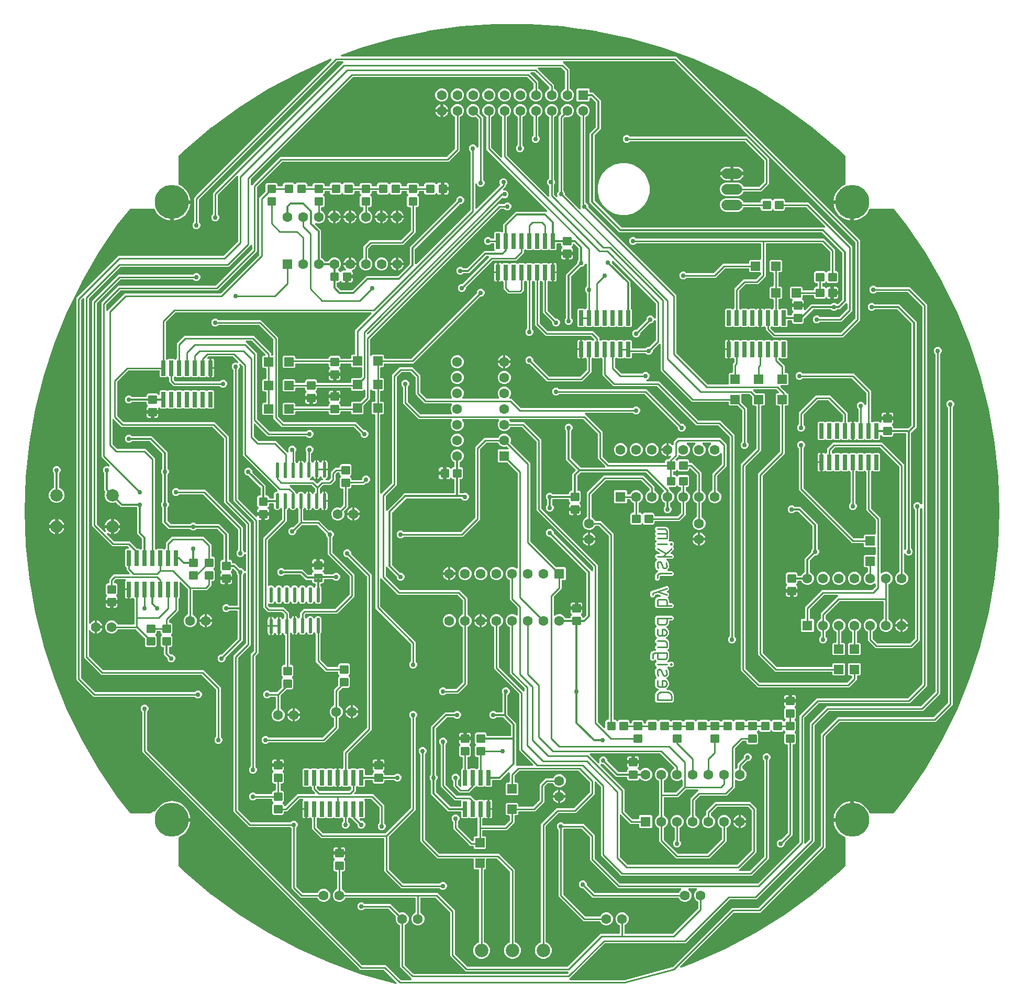
<source format=gbr>
G04 EAGLE Gerber RS-274X export*
G75*
%MOMM*%
%FSLAX34Y34*%
%LPD*%
%INBottom Copper*%
%IPPOS*%
%AMOC8*
5,1,8,0,0,1.08239X$1,22.5*%
G01*
%ADD10C,0.254000*%
%ADD11C,1.600000*%
%ADD12C,0.280000*%
%ADD13R,1.500000X1.500000*%
%ADD14C,1.676400*%
%ADD15R,0.635000X2.500000*%
%ADD16R,1.600000X1.600000*%
%ADD17C,0.440000*%
%ADD18C,2.184400*%
%ADD19C,2.000000*%
%ADD20C,0.300000*%
%ADD21C,0.756400*%
%ADD22C,5.500000*%

G36*
X612137Y34307D02*
X612137Y34307D01*
X612225Y34309D01*
X612307Y34330D01*
X612392Y34342D01*
X612474Y34374D01*
X612559Y34396D01*
X612635Y34436D01*
X612715Y34466D01*
X612787Y34516D01*
X612865Y34557D01*
X612929Y34613D01*
X613000Y34662D01*
X613060Y34727D01*
X613126Y34784D01*
X613176Y34854D01*
X613233Y34917D01*
X613276Y34994D01*
X613328Y35065D01*
X613360Y35144D01*
X613402Y35219D01*
X613426Y35303D01*
X613459Y35385D01*
X613473Y35469D01*
X613497Y35551D01*
X613501Y35639D01*
X613515Y35726D01*
X613509Y35811D01*
X613513Y35897D01*
X613497Y35983D01*
X613490Y36071D01*
X613465Y36153D01*
X613449Y36236D01*
X613414Y36317D01*
X613388Y36401D01*
X613344Y36475D01*
X613310Y36553D01*
X613257Y36623D01*
X613212Y36699D01*
X613119Y36806D01*
X613101Y36829D01*
X613092Y36837D01*
X613077Y36854D01*
X593221Y56710D01*
X593112Y56797D01*
X593006Y56888D01*
X592976Y56904D01*
X592950Y56925D01*
X592824Y56984D01*
X592700Y57049D01*
X592667Y57057D01*
X592637Y57072D01*
X592500Y57100D01*
X592365Y57135D01*
X592320Y57138D01*
X592298Y57143D01*
X592265Y57142D01*
X592161Y57149D01*
X554682Y57149D01*
X201929Y409902D01*
X201929Y474308D01*
X201913Y474446D01*
X201903Y474586D01*
X201893Y474618D01*
X201889Y474651D01*
X201842Y474782D01*
X201801Y474916D01*
X201783Y474945D01*
X201772Y474977D01*
X201696Y475093D01*
X201625Y475213D01*
X201595Y475248D01*
X201583Y475266D01*
X201559Y475290D01*
X201490Y475368D01*
X200380Y476478D01*
X199417Y478802D01*
X199417Y481318D01*
X200380Y483642D01*
X202158Y485420D01*
X204482Y486383D01*
X206998Y486383D01*
X209322Y485420D01*
X211100Y483642D01*
X212063Y481318D01*
X212063Y478802D01*
X211100Y476478D01*
X209990Y475368D01*
X209903Y475259D01*
X209812Y475154D01*
X209796Y475124D01*
X209775Y475097D01*
X209716Y474971D01*
X209651Y474847D01*
X209643Y474815D01*
X209628Y474784D01*
X209600Y474648D01*
X209565Y474513D01*
X209562Y474468D01*
X209557Y474446D01*
X209558Y474412D01*
X209551Y474308D01*
X209551Y413679D01*
X209567Y413541D01*
X209577Y413402D01*
X209587Y413370D01*
X209591Y413336D01*
X209638Y413205D01*
X209679Y413072D01*
X209697Y413043D01*
X209708Y413011D01*
X209784Y412894D01*
X209855Y412774D01*
X209885Y412740D01*
X209897Y412721D01*
X209921Y412698D01*
X209990Y412619D01*
X557399Y65210D01*
X557508Y65123D01*
X557614Y65032D01*
X557644Y65016D01*
X557670Y64995D01*
X557796Y64936D01*
X557920Y64871D01*
X557953Y64863D01*
X557983Y64848D01*
X558120Y64820D01*
X558255Y64785D01*
X558300Y64782D01*
X558322Y64777D01*
X558355Y64778D01*
X558459Y64771D01*
X595938Y64771D01*
X619629Y41080D01*
X619738Y40993D01*
X619844Y40902D01*
X619874Y40886D01*
X619900Y40865D01*
X620026Y40806D01*
X620150Y40741D01*
X620183Y40733D01*
X620213Y40718D01*
X620350Y40690D01*
X620485Y40655D01*
X620530Y40652D01*
X620552Y40647D01*
X620585Y40648D01*
X620689Y40641D01*
X636191Y40641D01*
X636295Y40653D01*
X636399Y40655D01*
X636466Y40673D01*
X636535Y40681D01*
X636633Y40716D01*
X636734Y40742D01*
X636795Y40775D01*
X636860Y40798D01*
X636947Y40855D01*
X637039Y40904D01*
X637092Y40949D01*
X637149Y40987D01*
X637222Y41062D01*
X637300Y41131D01*
X637340Y41187D01*
X637388Y41237D01*
X637441Y41327D01*
X637502Y41412D01*
X637528Y41476D01*
X637563Y41535D01*
X637594Y41635D01*
X637634Y41731D01*
X637645Y41800D01*
X637665Y41866D01*
X637672Y41970D01*
X637689Y42073D01*
X637684Y42142D01*
X637689Y42211D01*
X637672Y42313D01*
X637665Y42418D01*
X637644Y42484D01*
X637633Y42552D01*
X637593Y42648D01*
X637562Y42748D01*
X637527Y42807D01*
X637500Y42871D01*
X637439Y42956D01*
X637386Y43045D01*
X637318Y43124D01*
X637298Y43151D01*
X637281Y43166D01*
X637251Y43200D01*
X634580Y45871D01*
X618489Y61962D01*
X618489Y128867D01*
X618479Y128954D01*
X618479Y129042D01*
X618459Y129126D01*
X618449Y129211D01*
X618420Y129293D01*
X618400Y129378D01*
X618361Y129455D01*
X618332Y129536D01*
X618284Y129609D01*
X618245Y129688D01*
X618190Y129754D01*
X618143Y129826D01*
X618080Y129886D01*
X618024Y129953D01*
X617955Y130005D01*
X617893Y130064D01*
X617817Y130109D01*
X617747Y130161D01*
X617619Y130225D01*
X617595Y130239D01*
X617583Y130243D01*
X617564Y130253D01*
X616329Y130764D01*
X613364Y133729D01*
X611759Y137603D01*
X611759Y141797D01*
X612271Y143031D01*
X612295Y143115D01*
X612328Y143196D01*
X612342Y143281D01*
X612365Y143364D01*
X612369Y143451D01*
X612383Y143538D01*
X612377Y143623D01*
X612381Y143709D01*
X612365Y143795D01*
X612359Y143883D01*
X612333Y143965D01*
X612318Y144049D01*
X612282Y144129D01*
X612256Y144213D01*
X612212Y144287D01*
X612178Y144365D01*
X612125Y144435D01*
X612080Y144510D01*
X611986Y144619D01*
X611969Y144641D01*
X611960Y144649D01*
X611946Y144665D01*
X600841Y155770D01*
X600732Y155857D01*
X600626Y155948D01*
X600596Y155964D01*
X600570Y155985D01*
X600444Y156044D01*
X600320Y156109D01*
X600287Y156117D01*
X600257Y156132D01*
X600120Y156160D01*
X599985Y156195D01*
X599940Y156198D01*
X599918Y156203D01*
X599885Y156202D01*
X599781Y156209D01*
X562012Y156209D01*
X561874Y156193D01*
X561734Y156183D01*
X561702Y156173D01*
X561669Y156169D01*
X561538Y156122D01*
X561404Y156081D01*
X561375Y156063D01*
X561343Y156052D01*
X561227Y155976D01*
X561107Y155905D01*
X561072Y155875D01*
X561054Y155863D01*
X561030Y155839D01*
X560952Y155770D01*
X559842Y154660D01*
X557518Y153697D01*
X555002Y153697D01*
X552678Y154660D01*
X550900Y156438D01*
X549937Y158762D01*
X549937Y161278D01*
X550900Y163602D01*
X552678Y165380D01*
X555002Y166343D01*
X557518Y166343D01*
X559842Y165380D01*
X560952Y164270D01*
X561061Y164183D01*
X561166Y164092D01*
X561196Y164076D01*
X561223Y164055D01*
X561349Y163996D01*
X561473Y163931D01*
X561505Y163923D01*
X561536Y163908D01*
X561672Y163880D01*
X561807Y163845D01*
X561852Y163842D01*
X561874Y163837D01*
X561908Y163838D01*
X562012Y163831D01*
X603558Y163831D01*
X617335Y150054D01*
X617403Y150000D01*
X617465Y149938D01*
X617539Y149893D01*
X617606Y149840D01*
X617685Y149803D01*
X617760Y149757D01*
X617841Y149729D01*
X617919Y149693D01*
X618004Y149675D01*
X618088Y149647D01*
X618173Y149639D01*
X618257Y149622D01*
X618345Y149624D01*
X618432Y149616D01*
X618517Y149628D01*
X618603Y149630D01*
X618688Y149652D01*
X618774Y149664D01*
X618911Y149710D01*
X618937Y149717D01*
X618948Y149722D01*
X618969Y149729D01*
X620203Y150241D01*
X624397Y150241D01*
X628271Y148636D01*
X631236Y145671D01*
X632841Y141797D01*
X632841Y137603D01*
X631236Y133729D01*
X628271Y130764D01*
X627036Y130253D01*
X626960Y130210D01*
X626879Y130176D01*
X626809Y130126D01*
X626734Y130084D01*
X626669Y130025D01*
X626599Y129974D01*
X626542Y129909D01*
X626479Y129851D01*
X626429Y129779D01*
X626372Y129713D01*
X626332Y129637D01*
X626283Y129566D01*
X626252Y129485D01*
X626211Y129407D01*
X626190Y129324D01*
X626159Y129244D01*
X626147Y129157D01*
X626125Y129072D01*
X626115Y128929D01*
X626111Y128901D01*
X626112Y128889D01*
X626111Y128867D01*
X626111Y65740D01*
X626113Y65719D01*
X626112Y65708D01*
X626120Y65665D01*
X626127Y65602D01*
X626137Y65463D01*
X626147Y65430D01*
X626151Y65397D01*
X626198Y65266D01*
X626239Y65133D01*
X626257Y65103D01*
X626268Y65072D01*
X626344Y64955D01*
X626415Y64835D01*
X626445Y64801D01*
X626457Y64782D01*
X626481Y64759D01*
X626550Y64680D01*
X639970Y51260D01*
X640079Y51174D01*
X640184Y51082D01*
X640214Y51067D01*
X640241Y51046D01*
X640367Y50986D01*
X640490Y50921D01*
X640523Y50913D01*
X640554Y50899D01*
X640690Y50870D01*
X640825Y50835D01*
X640870Y50832D01*
X640892Y50827D01*
X640926Y50828D01*
X641030Y50821D01*
X889341Y50821D01*
X889479Y50837D01*
X889618Y50847D01*
X889650Y50857D01*
X889684Y50861D01*
X889815Y50908D01*
X889948Y50950D01*
X889977Y50967D01*
X890009Y50978D01*
X890126Y51055D01*
X890246Y51125D01*
X890280Y51155D01*
X890299Y51167D01*
X890322Y51192D01*
X890401Y51260D01*
X891190Y52050D01*
X891255Y52132D01*
X891327Y52207D01*
X891362Y52267D01*
X891405Y52321D01*
X891449Y52415D01*
X891502Y52505D01*
X891522Y52571D01*
X891552Y52634D01*
X891573Y52736D01*
X891604Y52836D01*
X891609Y52905D01*
X891623Y52972D01*
X891621Y53076D01*
X891628Y53181D01*
X891617Y53249D01*
X891615Y53318D01*
X891589Y53419D01*
X891572Y53522D01*
X891545Y53586D01*
X891528Y53652D01*
X891479Y53745D01*
X891439Y53841D01*
X891399Y53897D01*
X891366Y53958D01*
X891298Y54037D01*
X891237Y54121D01*
X891185Y54167D01*
X891139Y54219D01*
X891055Y54280D01*
X890976Y54348D01*
X890915Y54380D01*
X890858Y54421D01*
X890762Y54460D01*
X890670Y54509D01*
X890603Y54526D01*
X890539Y54553D01*
X890436Y54569D01*
X890335Y54595D01*
X890231Y54602D01*
X890198Y54608D01*
X890175Y54606D01*
X890130Y54609D01*
X724862Y54609D01*
X699769Y79702D01*
X699769Y150201D01*
X699753Y150339D01*
X699743Y150478D01*
X699733Y150510D01*
X699729Y150544D01*
X699682Y150675D01*
X699641Y150808D01*
X699623Y150837D01*
X699612Y150869D01*
X699536Y150986D01*
X699465Y151106D01*
X699435Y151140D01*
X699423Y151159D01*
X699399Y151182D01*
X699330Y151261D01*
X677041Y173550D01*
X676932Y173637D01*
X676826Y173728D01*
X676796Y173744D01*
X676770Y173765D01*
X676644Y173824D01*
X676520Y173889D01*
X676487Y173897D01*
X676457Y173912D01*
X676320Y173940D01*
X676185Y173975D01*
X676140Y173978D01*
X676118Y173983D01*
X676085Y173982D01*
X675981Y173989D01*
X653010Y173989D01*
X652975Y173985D01*
X652939Y173988D01*
X652803Y173965D01*
X652667Y173949D01*
X652633Y173937D01*
X652598Y173932D01*
X652471Y173879D01*
X652341Y173832D01*
X652312Y173813D01*
X652279Y173799D01*
X652167Y173718D01*
X652052Y173643D01*
X652027Y173617D01*
X651999Y173597D01*
X651908Y173493D01*
X651813Y173393D01*
X651795Y173362D01*
X651772Y173336D01*
X651708Y173213D01*
X651638Y173095D01*
X651628Y173061D01*
X651611Y173029D01*
X651577Y172896D01*
X651536Y172764D01*
X651534Y172729D01*
X651525Y172695D01*
X651511Y172490D01*
X651511Y150533D01*
X651521Y150446D01*
X651521Y150358D01*
X651541Y150274D01*
X651551Y150189D01*
X651580Y150107D01*
X651600Y150022D01*
X651639Y149945D01*
X651668Y149864D01*
X651716Y149791D01*
X651755Y149712D01*
X651810Y149646D01*
X651857Y149574D01*
X651920Y149514D01*
X651976Y149447D01*
X652045Y149395D01*
X652107Y149336D01*
X652183Y149291D01*
X652253Y149239D01*
X652381Y149175D01*
X652405Y149161D01*
X652417Y149157D01*
X652436Y149147D01*
X653671Y148636D01*
X656636Y145671D01*
X658241Y141797D01*
X658241Y137603D01*
X656636Y133729D01*
X653671Y130764D01*
X649797Y129159D01*
X645603Y129159D01*
X641729Y130764D01*
X638764Y133729D01*
X637159Y137603D01*
X637159Y141797D01*
X638764Y145671D01*
X641729Y148636D01*
X642964Y149147D01*
X643040Y149190D01*
X643121Y149224D01*
X643191Y149274D01*
X643266Y149316D01*
X643331Y149375D01*
X643401Y149426D01*
X643458Y149491D01*
X643521Y149549D01*
X643571Y149621D01*
X643628Y149687D01*
X643668Y149763D01*
X643717Y149834D01*
X643748Y149915D01*
X643789Y149993D01*
X643810Y150076D01*
X643841Y150156D01*
X643853Y150243D01*
X643875Y150328D01*
X643885Y150471D01*
X643889Y150499D01*
X643888Y150511D01*
X643889Y150533D01*
X643889Y172490D01*
X643885Y172525D01*
X643888Y172561D01*
X643865Y172697D01*
X643849Y172833D01*
X643837Y172867D01*
X643832Y172902D01*
X643779Y173029D01*
X643732Y173159D01*
X643713Y173188D01*
X643699Y173221D01*
X643618Y173333D01*
X643543Y173448D01*
X643517Y173473D01*
X643497Y173501D01*
X643393Y173592D01*
X643293Y173687D01*
X643262Y173705D01*
X643236Y173728D01*
X643113Y173792D01*
X642995Y173862D01*
X642961Y173872D01*
X642929Y173889D01*
X642796Y173923D01*
X642664Y173964D01*
X642629Y173966D01*
X642595Y173975D01*
X642390Y173989D01*
X531533Y173989D01*
X531446Y173979D01*
X531358Y173979D01*
X531274Y173959D01*
X531189Y173949D01*
X531107Y173920D01*
X531022Y173900D01*
X530945Y173861D01*
X530864Y173832D01*
X530791Y173784D01*
X530712Y173745D01*
X530646Y173690D01*
X530574Y173643D01*
X530514Y173580D01*
X530447Y173524D01*
X530395Y173455D01*
X530336Y173393D01*
X530291Y173317D01*
X530239Y173247D01*
X530175Y173119D01*
X530161Y173095D01*
X530157Y173083D01*
X530147Y173064D01*
X529636Y171829D01*
X526671Y168864D01*
X522797Y167259D01*
X518603Y167259D01*
X514729Y168864D01*
X511764Y171829D01*
X510159Y175703D01*
X510159Y179897D01*
X511764Y183771D01*
X514729Y186736D01*
X515964Y187247D01*
X516040Y187290D01*
X516121Y187324D01*
X516191Y187374D01*
X516266Y187416D01*
X516331Y187475D01*
X516401Y187526D01*
X516458Y187591D01*
X516521Y187649D01*
X516571Y187721D01*
X516628Y187787D01*
X516668Y187863D01*
X516717Y187934D01*
X516748Y188015D01*
X516789Y188093D01*
X516810Y188176D01*
X516841Y188256D01*
X516853Y188343D01*
X516875Y188428D01*
X516885Y188571D01*
X516889Y188599D01*
X516888Y188611D01*
X516889Y188633D01*
X516889Y215020D01*
X516885Y215055D01*
X516888Y215091D01*
X516865Y215227D01*
X516849Y215363D01*
X516837Y215397D01*
X516832Y215432D01*
X516779Y215559D01*
X516732Y215689D01*
X516713Y215718D01*
X516699Y215751D01*
X516618Y215863D01*
X516543Y215978D01*
X516517Y216003D01*
X516497Y216031D01*
X516393Y216122D01*
X516293Y216217D01*
X516262Y216235D01*
X516236Y216258D01*
X516113Y216322D01*
X515995Y216392D01*
X515961Y216402D01*
X515929Y216419D01*
X515796Y216453D01*
X515664Y216494D01*
X515629Y216496D01*
X515595Y216505D01*
X515390Y216519D01*
X513468Y216519D01*
X511159Y218828D01*
X511159Y233292D01*
X513000Y235133D01*
X513036Y235179D01*
X513079Y235218D01*
X513143Y235314D01*
X513215Y235404D01*
X513239Y235457D01*
X513272Y235505D01*
X513313Y235613D01*
X513361Y235717D01*
X513373Y235774D01*
X513394Y235829D01*
X513409Y235943D01*
X513433Y236055D01*
X513431Y236114D01*
X513439Y236172D01*
X513427Y236286D01*
X513425Y236401D01*
X513410Y236458D01*
X513404Y236516D01*
X513366Y236624D01*
X513337Y236735D01*
X513310Y236787D01*
X513291Y236842D01*
X513230Y236940D01*
X513176Y237041D01*
X513137Y237085D01*
X513106Y237135D01*
X513024Y237215D01*
X512949Y237302D01*
X512901Y237336D01*
X512860Y237377D01*
X512689Y237491D01*
X512680Y237497D01*
X511947Y238230D01*
X511428Y239129D01*
X511159Y240131D01*
X511159Y243251D01*
X519200Y243251D01*
X519235Y243255D01*
X519270Y243252D01*
X519407Y243275D01*
X519543Y243291D01*
X519577Y243303D01*
X519612Y243308D01*
X519739Y243361D01*
X519869Y243408D01*
X519898Y243428D01*
X519931Y243441D01*
X520043Y243522D01*
X520158Y243597D01*
X520183Y243623D01*
X520211Y243643D01*
X520302Y243748D01*
X520397Y243847D01*
X520415Y243878D01*
X520438Y243904D01*
X520502Y244027D01*
X520572Y244145D01*
X520582Y244179D01*
X520599Y244211D01*
X520633Y244344D01*
X520674Y244476D01*
X520676Y244511D01*
X520685Y244545D01*
X520699Y244750D01*
X520699Y246251D01*
X520701Y246251D01*
X520701Y244750D01*
X520705Y244715D01*
X520703Y244679D01*
X520725Y244543D01*
X520741Y244407D01*
X520753Y244373D01*
X520759Y244338D01*
X520811Y244211D01*
X520858Y244081D01*
X520878Y244052D01*
X520891Y244019D01*
X520972Y243907D01*
X521047Y243792D01*
X521073Y243767D01*
X521093Y243739D01*
X521198Y243648D01*
X521297Y243553D01*
X521328Y243535D01*
X521355Y243512D01*
X521477Y243448D01*
X521595Y243378D01*
X521629Y243368D01*
X521661Y243351D01*
X521794Y243317D01*
X521926Y243276D01*
X521961Y243274D01*
X521995Y243265D01*
X522200Y243251D01*
X530241Y243251D01*
X530241Y240131D01*
X529972Y239129D01*
X529453Y238230D01*
X528720Y237497D01*
X528711Y237491D01*
X528664Y237457D01*
X528612Y237429D01*
X528525Y237354D01*
X528433Y237285D01*
X528395Y237240D01*
X528351Y237202D01*
X528284Y237109D01*
X528210Y237021D01*
X528184Y236969D01*
X528150Y236921D01*
X528106Y236815D01*
X528054Y236712D01*
X528040Y236656D01*
X528018Y236602D01*
X527999Y236488D01*
X527972Y236376D01*
X527972Y236318D01*
X527963Y236260D01*
X527971Y236145D01*
X527970Y236031D01*
X527983Y235974D01*
X527987Y235915D01*
X528021Y235806D01*
X528047Y235694D01*
X528072Y235641D01*
X528090Y235585D01*
X528148Y235486D01*
X528199Y235383D01*
X528236Y235338D01*
X528265Y235288D01*
X528400Y235133D01*
X530241Y233292D01*
X530241Y218828D01*
X527932Y216519D01*
X526010Y216519D01*
X525975Y216515D01*
X525939Y216518D01*
X525803Y216495D01*
X525667Y216479D01*
X525633Y216467D01*
X525598Y216462D01*
X525471Y216409D01*
X525341Y216362D01*
X525312Y216343D01*
X525279Y216329D01*
X525167Y216248D01*
X525052Y216173D01*
X525027Y216147D01*
X524999Y216127D01*
X524908Y216023D01*
X524813Y215923D01*
X524795Y215892D01*
X524772Y215866D01*
X524708Y215743D01*
X524638Y215625D01*
X524628Y215591D01*
X524611Y215559D01*
X524577Y215426D01*
X524536Y215294D01*
X524534Y215259D01*
X524525Y215225D01*
X524511Y215020D01*
X524511Y188633D01*
X524521Y188546D01*
X524521Y188458D01*
X524541Y188374D01*
X524551Y188289D01*
X524580Y188207D01*
X524600Y188122D01*
X524639Y188045D01*
X524668Y187964D01*
X524716Y187891D01*
X524755Y187812D01*
X524810Y187746D01*
X524857Y187674D01*
X524920Y187614D01*
X524976Y187547D01*
X525045Y187495D01*
X525107Y187436D01*
X525183Y187391D01*
X525253Y187339D01*
X525381Y187275D01*
X525405Y187261D01*
X525417Y187257D01*
X525436Y187247D01*
X526671Y186736D01*
X529636Y183771D01*
X530147Y182536D01*
X530190Y182460D01*
X530224Y182379D01*
X530274Y182309D01*
X530316Y182234D01*
X530375Y182169D01*
X530426Y182099D01*
X530491Y182042D01*
X530549Y181979D01*
X530621Y181929D01*
X530687Y181872D01*
X530763Y181832D01*
X530834Y181783D01*
X530915Y181752D01*
X530993Y181711D01*
X531076Y181690D01*
X531156Y181659D01*
X531243Y181647D01*
X531328Y181625D01*
X531471Y181615D01*
X531499Y181611D01*
X531511Y181612D01*
X531533Y181611D01*
X679758Y181611D01*
X707391Y153978D01*
X707391Y83479D01*
X707407Y83341D01*
X707417Y83202D01*
X707427Y83170D01*
X707431Y83136D01*
X707478Y83005D01*
X707519Y82872D01*
X707537Y82843D01*
X707548Y82811D01*
X707624Y82694D01*
X707695Y82574D01*
X707725Y82540D01*
X707737Y82521D01*
X707761Y82498D01*
X707830Y82419D01*
X727579Y62670D01*
X727688Y62583D01*
X727794Y62492D01*
X727824Y62476D01*
X727850Y62455D01*
X727976Y62396D01*
X728100Y62331D01*
X728133Y62323D01*
X728163Y62308D01*
X728300Y62280D01*
X728435Y62245D01*
X728480Y62242D01*
X728502Y62237D01*
X728535Y62238D01*
X728639Y62231D01*
X889341Y62231D01*
X889479Y62247D01*
X889618Y62257D01*
X889650Y62267D01*
X889684Y62271D01*
X889815Y62318D01*
X889948Y62359D01*
X889977Y62377D01*
X890009Y62388D01*
X890126Y62464D01*
X890246Y62535D01*
X890280Y62565D01*
X890299Y62577D01*
X890322Y62601D01*
X890401Y62670D01*
X943302Y115571D01*
X972590Y115571D01*
X972625Y115575D01*
X972661Y115572D01*
X972797Y115595D01*
X972933Y115611D01*
X972967Y115623D01*
X973002Y115628D01*
X973129Y115681D01*
X973259Y115728D01*
X973288Y115747D01*
X973321Y115761D01*
X973433Y115842D01*
X973548Y115917D01*
X973573Y115943D01*
X973601Y115963D01*
X973692Y116067D01*
X973787Y116167D01*
X973805Y116198D01*
X973828Y116224D01*
X973892Y116347D01*
X973962Y116465D01*
X973972Y116499D01*
X973989Y116531D01*
X974023Y116664D01*
X974064Y116796D01*
X974066Y116831D01*
X974075Y116865D01*
X974089Y117070D01*
X974089Y128867D01*
X974079Y128954D01*
X974079Y129042D01*
X974059Y129126D01*
X974049Y129211D01*
X974020Y129293D01*
X974000Y129378D01*
X973961Y129455D01*
X973932Y129536D01*
X973884Y129609D01*
X973845Y129688D01*
X973790Y129754D01*
X973743Y129826D01*
X973680Y129886D01*
X973624Y129953D01*
X973555Y130005D01*
X973493Y130064D01*
X973417Y130109D01*
X973347Y130161D01*
X973219Y130225D01*
X973195Y130239D01*
X973183Y130243D01*
X973164Y130253D01*
X971929Y130764D01*
X968964Y133729D01*
X967359Y137603D01*
X967359Y141797D01*
X968964Y145671D01*
X971929Y148636D01*
X975803Y150241D01*
X979997Y150241D01*
X983871Y148636D01*
X986836Y145671D01*
X988441Y141797D01*
X988441Y137603D01*
X986836Y133729D01*
X983871Y130764D01*
X982636Y130253D01*
X982560Y130210D01*
X982479Y130176D01*
X982409Y130126D01*
X982334Y130084D01*
X982269Y130025D01*
X982199Y129974D01*
X982142Y129909D01*
X982079Y129851D01*
X982029Y129779D01*
X981972Y129713D01*
X981932Y129637D01*
X981883Y129566D01*
X981852Y129485D01*
X981811Y129407D01*
X981790Y129324D01*
X981759Y129244D01*
X981747Y129157D01*
X981725Y129072D01*
X981715Y128929D01*
X981711Y128901D01*
X981712Y128889D01*
X981711Y128867D01*
X981711Y117070D01*
X981715Y117035D01*
X981712Y116999D01*
X981735Y116863D01*
X981751Y116727D01*
X981763Y116693D01*
X981768Y116658D01*
X981821Y116531D01*
X981868Y116401D01*
X981887Y116372D01*
X981901Y116339D01*
X981982Y116227D01*
X982057Y116112D01*
X982083Y116087D01*
X982103Y116059D01*
X982207Y115968D01*
X982307Y115873D01*
X982338Y115855D01*
X982364Y115832D01*
X982487Y115768D01*
X982605Y115698D01*
X982639Y115688D01*
X982671Y115671D01*
X982804Y115637D01*
X982936Y115596D01*
X982971Y115594D01*
X983005Y115585D01*
X983210Y115571D01*
X1059521Y115571D01*
X1059659Y115587D01*
X1059798Y115597D01*
X1059830Y115607D01*
X1059864Y115611D01*
X1059995Y115658D01*
X1060128Y115699D01*
X1060157Y115717D01*
X1060189Y115728D01*
X1060306Y115804D01*
X1060426Y115875D01*
X1060460Y115905D01*
X1060479Y115917D01*
X1060502Y115941D01*
X1060581Y116010D01*
X1100650Y156079D01*
X1100737Y156188D01*
X1100828Y156294D01*
X1100844Y156324D01*
X1100865Y156350D01*
X1100924Y156476D01*
X1100989Y156600D01*
X1100997Y156633D01*
X1101012Y156663D01*
X1101040Y156800D01*
X1101075Y156935D01*
X1101078Y156980D01*
X1101083Y157002D01*
X1101082Y157035D01*
X1101089Y157139D01*
X1101089Y166967D01*
X1101079Y167054D01*
X1101079Y167142D01*
X1101059Y167226D01*
X1101049Y167311D01*
X1101020Y167393D01*
X1101000Y167478D01*
X1100961Y167555D01*
X1100932Y167636D01*
X1100884Y167709D01*
X1100845Y167788D01*
X1100790Y167854D01*
X1100743Y167926D01*
X1100680Y167986D01*
X1100624Y168053D01*
X1100555Y168105D01*
X1100493Y168164D01*
X1100417Y168209D01*
X1100347Y168261D01*
X1100219Y168325D01*
X1100195Y168339D01*
X1100183Y168343D01*
X1100164Y168353D01*
X1098929Y168864D01*
X1095964Y171829D01*
X1094359Y175703D01*
X1094359Y179897D01*
X1095964Y183771D01*
X1098863Y186670D01*
X1098928Y186752D01*
X1099000Y186827D01*
X1099035Y186887D01*
X1099078Y186941D01*
X1099122Y187035D01*
X1099175Y187125D01*
X1099195Y187191D01*
X1099225Y187254D01*
X1099246Y187356D01*
X1099277Y187456D01*
X1099282Y187525D01*
X1099296Y187592D01*
X1099293Y187696D01*
X1099301Y187801D01*
X1099289Y187869D01*
X1099288Y187938D01*
X1099261Y188039D01*
X1099245Y188142D01*
X1099218Y188206D01*
X1099201Y188272D01*
X1099152Y188365D01*
X1099112Y188461D01*
X1099071Y188517D01*
X1099039Y188578D01*
X1098971Y188657D01*
X1098910Y188741D01*
X1098857Y188787D01*
X1098812Y188839D01*
X1098727Y188900D01*
X1098648Y188968D01*
X1098587Y189000D01*
X1098531Y189041D01*
X1098435Y189080D01*
X1098342Y189129D01*
X1098275Y189146D01*
X1098212Y189172D01*
X1098109Y189189D01*
X1098008Y189215D01*
X1097904Y189222D01*
X1097870Y189228D01*
X1097848Y189226D01*
X1097803Y189229D01*
X1086597Y189229D01*
X1086494Y189217D01*
X1086389Y189215D01*
X1086322Y189197D01*
X1086254Y189189D01*
X1086156Y189154D01*
X1086055Y189128D01*
X1085993Y189095D01*
X1085928Y189072D01*
X1085841Y189015D01*
X1085749Y188966D01*
X1085697Y188921D01*
X1085639Y188883D01*
X1085567Y188808D01*
X1085488Y188739D01*
X1085448Y188683D01*
X1085400Y188633D01*
X1085348Y188543D01*
X1085287Y188458D01*
X1085260Y188394D01*
X1085225Y188335D01*
X1085194Y188235D01*
X1085155Y188139D01*
X1085144Y188070D01*
X1085123Y188004D01*
X1085116Y187900D01*
X1085099Y187797D01*
X1085104Y187728D01*
X1085099Y187659D01*
X1085116Y187557D01*
X1085124Y187452D01*
X1085144Y187386D01*
X1085155Y187318D01*
X1085195Y187222D01*
X1085227Y187122D01*
X1085262Y187063D01*
X1085288Y186999D01*
X1085349Y186914D01*
X1085402Y186825D01*
X1085471Y186746D01*
X1085490Y186719D01*
X1085507Y186704D01*
X1085537Y186670D01*
X1088436Y183771D01*
X1090041Y179897D01*
X1090041Y175703D01*
X1088436Y171829D01*
X1085471Y168864D01*
X1081597Y167259D01*
X1077403Y167259D01*
X1073529Y168864D01*
X1070564Y171829D01*
X1070053Y173064D01*
X1070010Y173140D01*
X1069976Y173221D01*
X1069926Y173291D01*
X1069884Y173366D01*
X1069825Y173431D01*
X1069774Y173501D01*
X1069709Y173558D01*
X1069651Y173621D01*
X1069579Y173671D01*
X1069513Y173728D01*
X1069437Y173768D01*
X1069366Y173817D01*
X1069285Y173848D01*
X1069207Y173889D01*
X1069124Y173910D01*
X1069044Y173941D01*
X1068957Y173953D01*
X1068872Y173975D01*
X1068729Y173985D01*
X1068701Y173989D01*
X1068689Y173988D01*
X1068667Y173989D01*
X930602Y173989D01*
X915773Y188818D01*
X915664Y188905D01*
X915558Y188996D01*
X915528Y189012D01*
X915502Y189033D01*
X915376Y189092D01*
X915252Y189157D01*
X915219Y189165D01*
X915189Y189180D01*
X915052Y189208D01*
X914917Y189243D01*
X914872Y189246D01*
X914850Y189251D01*
X914817Y189250D01*
X914713Y189257D01*
X913142Y189257D01*
X910818Y190220D01*
X909040Y191998D01*
X908077Y194322D01*
X908077Y196838D01*
X909040Y199162D01*
X910818Y200940D01*
X913142Y201903D01*
X915658Y201903D01*
X917982Y200940D01*
X919760Y199162D01*
X920723Y196838D01*
X920723Y195267D01*
X920739Y195129D01*
X920749Y194990D01*
X920759Y194958D01*
X920763Y194924D01*
X920810Y194793D01*
X920851Y194660D01*
X920869Y194631D01*
X920880Y194599D01*
X920956Y194482D01*
X921027Y194362D01*
X921057Y194328D01*
X921069Y194309D01*
X921093Y194286D01*
X921162Y194207D01*
X933319Y182050D01*
X933428Y181963D01*
X933534Y181872D01*
X933564Y181856D01*
X933590Y181835D01*
X933716Y181776D01*
X933840Y181711D01*
X933873Y181703D01*
X933903Y181688D01*
X934040Y181660D01*
X934175Y181625D01*
X934220Y181622D01*
X934242Y181617D01*
X934275Y181618D01*
X934379Y181611D01*
X1068667Y181611D01*
X1068754Y181621D01*
X1068842Y181621D01*
X1068926Y181641D01*
X1069011Y181651D01*
X1069093Y181680D01*
X1069178Y181700D01*
X1069255Y181739D01*
X1069336Y181768D01*
X1069409Y181816D01*
X1069488Y181855D01*
X1069554Y181910D01*
X1069626Y181957D01*
X1069686Y182020D01*
X1069753Y182076D01*
X1069805Y182145D01*
X1069864Y182207D01*
X1069909Y182283D01*
X1069961Y182353D01*
X1070025Y182481D01*
X1070039Y182505D01*
X1070043Y182517D01*
X1070053Y182536D01*
X1070564Y183771D01*
X1073463Y186670D01*
X1073528Y186752D01*
X1073600Y186827D01*
X1073635Y186887D01*
X1073678Y186941D01*
X1073722Y187035D01*
X1073775Y187125D01*
X1073795Y187191D01*
X1073825Y187254D01*
X1073846Y187356D01*
X1073877Y187456D01*
X1073882Y187525D01*
X1073896Y187592D01*
X1073893Y187696D01*
X1073901Y187801D01*
X1073889Y187869D01*
X1073888Y187938D01*
X1073861Y188039D01*
X1073845Y188142D01*
X1073818Y188206D01*
X1073801Y188272D01*
X1073752Y188365D01*
X1073712Y188461D01*
X1073671Y188517D01*
X1073639Y188578D01*
X1073571Y188657D01*
X1073510Y188741D01*
X1073457Y188787D01*
X1073412Y188839D01*
X1073327Y188900D01*
X1073248Y188968D01*
X1073187Y189000D01*
X1073131Y189041D01*
X1073035Y189080D01*
X1072942Y189129D01*
X1072875Y189146D01*
X1072812Y189172D01*
X1072709Y189189D01*
X1072608Y189215D01*
X1072504Y189222D01*
X1072470Y189228D01*
X1072448Y189226D01*
X1072403Y189229D01*
X971242Y189229D01*
X925829Y234642D01*
X925829Y272121D01*
X925813Y272258D01*
X925803Y272398D01*
X925793Y272430D01*
X925789Y272464D01*
X925742Y272595D01*
X925701Y272728D01*
X925683Y272757D01*
X925672Y272789D01*
X925596Y272906D01*
X925525Y273026D01*
X925495Y273060D01*
X925483Y273079D01*
X925459Y273102D01*
X925390Y273181D01*
X913261Y285310D01*
X913152Y285397D01*
X913046Y285488D01*
X913016Y285504D01*
X912990Y285525D01*
X912864Y285584D01*
X912740Y285649D01*
X912707Y285657D01*
X912677Y285672D01*
X912540Y285700D01*
X912405Y285735D01*
X912360Y285738D01*
X912338Y285743D01*
X912305Y285742D01*
X912201Y285749D01*
X884592Y285749D01*
X884454Y285733D01*
X884314Y285723D01*
X884282Y285713D01*
X884249Y285709D01*
X884118Y285662D01*
X883984Y285621D01*
X883955Y285603D01*
X883923Y285592D01*
X883807Y285516D01*
X883687Y285445D01*
X883652Y285415D01*
X883634Y285403D01*
X883610Y285379D01*
X883532Y285310D01*
X883090Y284868D01*
X883003Y284759D01*
X882912Y284654D01*
X882896Y284624D01*
X882875Y284597D01*
X882816Y284471D01*
X882751Y284347D01*
X882743Y284315D01*
X882728Y284284D01*
X882700Y284148D01*
X882665Y284013D01*
X882662Y283968D01*
X882657Y283946D01*
X882658Y283912D01*
X882651Y283808D01*
X882651Y179999D01*
X882667Y179861D01*
X882677Y179722D01*
X882687Y179690D01*
X882691Y179656D01*
X882738Y179525D01*
X882779Y179392D01*
X882797Y179363D01*
X882808Y179331D01*
X882884Y179214D01*
X882955Y179094D01*
X882985Y179060D01*
X882997Y179041D01*
X883021Y179018D01*
X883090Y178939D01*
X918079Y143950D01*
X918188Y143863D01*
X918294Y143772D01*
X918324Y143756D01*
X918350Y143735D01*
X918476Y143676D01*
X918600Y143611D01*
X918633Y143603D01*
X918663Y143588D01*
X918800Y143560D01*
X918935Y143525D01*
X918980Y143522D01*
X919002Y143517D01*
X919035Y143518D01*
X919139Y143511D01*
X941667Y143511D01*
X941754Y143521D01*
X941842Y143521D01*
X941926Y143541D01*
X942011Y143551D01*
X942093Y143580D01*
X942178Y143600D01*
X942255Y143639D01*
X942336Y143668D01*
X942409Y143716D01*
X942488Y143755D01*
X942554Y143810D01*
X942626Y143857D01*
X942686Y143920D01*
X942753Y143976D01*
X942805Y144045D01*
X942864Y144107D01*
X942909Y144183D01*
X942961Y144253D01*
X943025Y144381D01*
X943039Y144405D01*
X943043Y144417D01*
X943053Y144436D01*
X943564Y145671D01*
X946529Y148636D01*
X950403Y150241D01*
X954597Y150241D01*
X958471Y148636D01*
X961436Y145671D01*
X963041Y141797D01*
X963041Y137603D01*
X961436Y133729D01*
X958471Y130764D01*
X954597Y129159D01*
X950403Y129159D01*
X946529Y130764D01*
X943564Y133729D01*
X943053Y134964D01*
X943010Y135040D01*
X942976Y135121D01*
X942926Y135191D01*
X942884Y135266D01*
X942825Y135331D01*
X942774Y135401D01*
X942709Y135458D01*
X942651Y135521D01*
X942579Y135571D01*
X942513Y135628D01*
X942437Y135668D01*
X942366Y135717D01*
X942285Y135748D01*
X942207Y135789D01*
X942124Y135810D01*
X942044Y135841D01*
X941957Y135853D01*
X941872Y135875D01*
X941729Y135885D01*
X941701Y135889D01*
X941689Y135888D01*
X941667Y135889D01*
X915362Y135889D01*
X875029Y176222D01*
X875029Y283808D01*
X875013Y283946D01*
X875003Y284086D01*
X874993Y284118D01*
X874989Y284151D01*
X874942Y284282D01*
X874901Y284416D01*
X874883Y284445D01*
X874872Y284477D01*
X874796Y284593D01*
X874725Y284713D01*
X874695Y284748D01*
X874683Y284766D01*
X874659Y284790D01*
X874590Y284868D01*
X873480Y285978D01*
X872517Y288302D01*
X872517Y290818D01*
X873480Y293142D01*
X875258Y294920D01*
X877582Y295883D01*
X880098Y295883D01*
X882422Y294920D01*
X883532Y293810D01*
X883641Y293723D01*
X883746Y293632D01*
X883776Y293616D01*
X883803Y293595D01*
X883929Y293536D01*
X884053Y293471D01*
X884085Y293463D01*
X884116Y293448D01*
X884252Y293420D01*
X884387Y293385D01*
X884432Y293382D01*
X884454Y293377D01*
X884488Y293378D01*
X884592Y293371D01*
X915978Y293371D01*
X933451Y275898D01*
X933451Y238419D01*
X933467Y238281D01*
X933477Y238142D01*
X933487Y238110D01*
X933491Y238076D01*
X933538Y237945D01*
X933579Y237812D01*
X933597Y237783D01*
X933608Y237751D01*
X933684Y237634D01*
X933755Y237514D01*
X933785Y237480D01*
X933797Y237461D01*
X933821Y237438D01*
X933890Y237359D01*
X973959Y197290D01*
X974068Y197203D01*
X974174Y197112D01*
X974204Y197096D01*
X974230Y197075D01*
X974356Y197016D01*
X974480Y196951D01*
X974513Y196943D01*
X974543Y196928D01*
X974680Y196900D01*
X974815Y196865D01*
X974860Y196862D01*
X974882Y196857D01*
X974915Y196858D01*
X975019Y196851D01*
X1196681Y196851D01*
X1196819Y196867D01*
X1196958Y196877D01*
X1196990Y196887D01*
X1197024Y196891D01*
X1197155Y196938D01*
X1197288Y196979D01*
X1197317Y196997D01*
X1197349Y197008D01*
X1197466Y197084D01*
X1197586Y197155D01*
X1197620Y197185D01*
X1197639Y197197D01*
X1197662Y197221D01*
X1197741Y197290D01*
X1264480Y264029D01*
X1264567Y264138D01*
X1264658Y264244D01*
X1264674Y264274D01*
X1264695Y264300D01*
X1264754Y264426D01*
X1264819Y264550D01*
X1264827Y264583D01*
X1264842Y264613D01*
X1264870Y264750D01*
X1264905Y264885D01*
X1264908Y264930D01*
X1264913Y264952D01*
X1264912Y264985D01*
X1264919Y265089D01*
X1264919Y468938D01*
X1292552Y496571D01*
X1439631Y496571D01*
X1439769Y496587D01*
X1439908Y496597D01*
X1439940Y496607D01*
X1439974Y496611D01*
X1440105Y496658D01*
X1440238Y496699D01*
X1440267Y496717D01*
X1440299Y496728D01*
X1440416Y496804D01*
X1440536Y496875D01*
X1440570Y496905D01*
X1440589Y496917D01*
X1440612Y496941D01*
X1440691Y497010D01*
X1462980Y519299D01*
X1463067Y519408D01*
X1463158Y519514D01*
X1463174Y519544D01*
X1463195Y519570D01*
X1463254Y519696D01*
X1463319Y519820D01*
X1463327Y519853D01*
X1463342Y519883D01*
X1463370Y520020D01*
X1463405Y520155D01*
X1463408Y520200D01*
X1463413Y520222D01*
X1463412Y520255D01*
X1463419Y520359D01*
X1463419Y803158D01*
X1463407Y803262D01*
X1463405Y803366D01*
X1463387Y803433D01*
X1463379Y803502D01*
X1463344Y803600D01*
X1463318Y803701D01*
X1463285Y803762D01*
X1463262Y803827D01*
X1463205Y803914D01*
X1463156Y804006D01*
X1463111Y804058D01*
X1463073Y804116D01*
X1462998Y804188D01*
X1462929Y804267D01*
X1462873Y804307D01*
X1462823Y804355D01*
X1462733Y804408D01*
X1462648Y804469D01*
X1462584Y804495D01*
X1462525Y804530D01*
X1462425Y804561D01*
X1462329Y804601D01*
X1462260Y804612D01*
X1462194Y804632D01*
X1462090Y804639D01*
X1461987Y804656D01*
X1461918Y804651D01*
X1461849Y804656D01*
X1461747Y804639D01*
X1461642Y804631D01*
X1461576Y804611D01*
X1461508Y804600D01*
X1461412Y804560D01*
X1461312Y804529D01*
X1461253Y804494D01*
X1461189Y804467D01*
X1461105Y804406D01*
X1461015Y804353D01*
X1460936Y804284D01*
X1460909Y804265D01*
X1460894Y804248D01*
X1460860Y804218D01*
X1459670Y803028D01*
X1459583Y802919D01*
X1459492Y802814D01*
X1459476Y802784D01*
X1459455Y802757D01*
X1459396Y802631D01*
X1459331Y802507D01*
X1459323Y802475D01*
X1459308Y802444D01*
X1459280Y802308D01*
X1459245Y802173D01*
X1459242Y802128D01*
X1459237Y802106D01*
X1459238Y802072D01*
X1459231Y801968D01*
X1459231Y590242D01*
X1446838Y577849D01*
X1387802Y577849D01*
X1375409Y590242D01*
X1375409Y603847D01*
X1375399Y603934D01*
X1375399Y604022D01*
X1375379Y604106D01*
X1375369Y604191D01*
X1375340Y604273D01*
X1375320Y604358D01*
X1375281Y604435D01*
X1375252Y604516D01*
X1375204Y604589D01*
X1375165Y604668D01*
X1375110Y604734D01*
X1375063Y604806D01*
X1375000Y604866D01*
X1374944Y604933D01*
X1374875Y604985D01*
X1374813Y605044D01*
X1374737Y605089D01*
X1374667Y605141D01*
X1374539Y605205D01*
X1374515Y605219D01*
X1374503Y605223D01*
X1374484Y605233D01*
X1373249Y605744D01*
X1370284Y608709D01*
X1368679Y612583D01*
X1368679Y616777D01*
X1370284Y620651D01*
X1373249Y623616D01*
X1377123Y625221D01*
X1381317Y625221D01*
X1385191Y623616D01*
X1388156Y620651D01*
X1389761Y616777D01*
X1389761Y612583D01*
X1388156Y608709D01*
X1385191Y605744D01*
X1383956Y605233D01*
X1383880Y605190D01*
X1383799Y605156D01*
X1383729Y605106D01*
X1383654Y605064D01*
X1383589Y605005D01*
X1383519Y604954D01*
X1383462Y604889D01*
X1383399Y604831D01*
X1383349Y604759D01*
X1383292Y604693D01*
X1383252Y604617D01*
X1383203Y604546D01*
X1383172Y604465D01*
X1383131Y604387D01*
X1383110Y604304D01*
X1383079Y604224D01*
X1383067Y604137D01*
X1383045Y604052D01*
X1383035Y603909D01*
X1383031Y603881D01*
X1383032Y603869D01*
X1383031Y603847D01*
X1383031Y594019D01*
X1383047Y593881D01*
X1383057Y593742D01*
X1383067Y593710D01*
X1383071Y593676D01*
X1383118Y593545D01*
X1383159Y593412D01*
X1383177Y593383D01*
X1383188Y593351D01*
X1383264Y593234D01*
X1383335Y593114D01*
X1383365Y593080D01*
X1383377Y593061D01*
X1383401Y593038D01*
X1383470Y592959D01*
X1390519Y585910D01*
X1390628Y585823D01*
X1390734Y585732D01*
X1390764Y585716D01*
X1390790Y585695D01*
X1390916Y585636D01*
X1391040Y585571D01*
X1391073Y585563D01*
X1391103Y585548D01*
X1391240Y585520D01*
X1391375Y585485D01*
X1391420Y585482D01*
X1391442Y585477D01*
X1391475Y585478D01*
X1391579Y585471D01*
X1443061Y585471D01*
X1443199Y585487D01*
X1443338Y585497D01*
X1443370Y585507D01*
X1443404Y585511D01*
X1443535Y585558D01*
X1443668Y585599D01*
X1443697Y585617D01*
X1443729Y585628D01*
X1443846Y585704D01*
X1443966Y585775D01*
X1444000Y585805D01*
X1444019Y585817D01*
X1444042Y585841D01*
X1444121Y585910D01*
X1451170Y592959D01*
X1451257Y593068D01*
X1451348Y593174D01*
X1451364Y593204D01*
X1451385Y593230D01*
X1451444Y593356D01*
X1451509Y593480D01*
X1451517Y593513D01*
X1451532Y593543D01*
X1451560Y593680D01*
X1451595Y593815D01*
X1451598Y593860D01*
X1451603Y593882D01*
X1451602Y593915D01*
X1451609Y594019D01*
X1451609Y801968D01*
X1451593Y802106D01*
X1451583Y802246D01*
X1451573Y802278D01*
X1451569Y802311D01*
X1451522Y802442D01*
X1451481Y802576D01*
X1451463Y802605D01*
X1451452Y802637D01*
X1451376Y802753D01*
X1451305Y802873D01*
X1451275Y802908D01*
X1451263Y802926D01*
X1451239Y802950D01*
X1451170Y803028D01*
X1450060Y804138D01*
X1449097Y806462D01*
X1449097Y808978D01*
X1450060Y811302D01*
X1451838Y813080D01*
X1454162Y814043D01*
X1456678Y814043D01*
X1459002Y813080D01*
X1460860Y811222D01*
X1460942Y811157D01*
X1461017Y811085D01*
X1461077Y811050D01*
X1461131Y811007D01*
X1461225Y810963D01*
X1461315Y810910D01*
X1461381Y810890D01*
X1461444Y810860D01*
X1461546Y810839D01*
X1461646Y810808D01*
X1461715Y810803D01*
X1461782Y810789D01*
X1461886Y810791D01*
X1461991Y810784D01*
X1462059Y810796D01*
X1462128Y810797D01*
X1462229Y810823D01*
X1462332Y810840D01*
X1462396Y810867D01*
X1462462Y810884D01*
X1462555Y810933D01*
X1462651Y810973D01*
X1462707Y811013D01*
X1462768Y811046D01*
X1462847Y811114D01*
X1462931Y811175D01*
X1462977Y811227D01*
X1463029Y811273D01*
X1463090Y811357D01*
X1463158Y811436D01*
X1463190Y811498D01*
X1463231Y811554D01*
X1463270Y811650D01*
X1463319Y811742D01*
X1463336Y811810D01*
X1463362Y811873D01*
X1463379Y811976D01*
X1463405Y812077D01*
X1463412Y812181D01*
X1463418Y812215D01*
X1463416Y812237D01*
X1463419Y812282D01*
X1463419Y1130641D01*
X1463403Y1130779D01*
X1463393Y1130918D01*
X1463383Y1130950D01*
X1463379Y1130984D01*
X1463332Y1131115D01*
X1463291Y1131248D01*
X1463273Y1131277D01*
X1463262Y1131309D01*
X1463186Y1131426D01*
X1463115Y1131546D01*
X1463085Y1131580D01*
X1463073Y1131599D01*
X1463049Y1131622D01*
X1462980Y1131701D01*
X1440691Y1153990D01*
X1440582Y1154077D01*
X1440476Y1154168D01*
X1440446Y1154184D01*
X1440420Y1154205D01*
X1440294Y1154264D01*
X1440170Y1154329D01*
X1440137Y1154337D01*
X1440107Y1154352D01*
X1439970Y1154380D01*
X1439835Y1154415D01*
X1439790Y1154418D01*
X1439768Y1154423D01*
X1439735Y1154422D01*
X1439631Y1154429D01*
X1390052Y1154429D01*
X1389914Y1154413D01*
X1389774Y1154403D01*
X1389742Y1154393D01*
X1389709Y1154389D01*
X1389578Y1154342D01*
X1389444Y1154301D01*
X1389415Y1154283D01*
X1389383Y1154272D01*
X1389267Y1154196D01*
X1389147Y1154125D01*
X1389112Y1154095D01*
X1389094Y1154083D01*
X1389070Y1154059D01*
X1388992Y1153990D01*
X1387882Y1152880D01*
X1385558Y1151917D01*
X1383042Y1151917D01*
X1380718Y1152880D01*
X1378940Y1154658D01*
X1377977Y1156982D01*
X1377977Y1159498D01*
X1378940Y1161822D01*
X1380718Y1163600D01*
X1383042Y1164563D01*
X1385558Y1164563D01*
X1387882Y1163600D01*
X1388992Y1162490D01*
X1389101Y1162403D01*
X1389206Y1162312D01*
X1389236Y1162296D01*
X1389263Y1162275D01*
X1389389Y1162216D01*
X1389513Y1162151D01*
X1389545Y1162143D01*
X1389576Y1162128D01*
X1389712Y1162100D01*
X1389847Y1162065D01*
X1389892Y1162062D01*
X1389914Y1162057D01*
X1389948Y1162058D01*
X1390052Y1162051D01*
X1443408Y1162051D01*
X1446080Y1159380D01*
X1446080Y1159379D01*
X1468369Y1137090D01*
X1471041Y1134418D01*
X1471041Y516582D01*
X1468370Y513910D01*
X1468369Y513910D01*
X1443408Y488949D01*
X1296329Y488949D01*
X1296191Y488933D01*
X1296052Y488923D01*
X1296020Y488913D01*
X1295986Y488909D01*
X1295855Y488862D01*
X1295722Y488821D01*
X1295693Y488803D01*
X1295661Y488792D01*
X1295544Y488716D01*
X1295424Y488645D01*
X1295390Y488615D01*
X1295371Y488603D01*
X1295348Y488579D01*
X1295269Y488510D01*
X1272980Y466221D01*
X1272893Y466112D01*
X1272802Y466006D01*
X1272786Y465976D01*
X1272765Y465950D01*
X1272706Y465824D01*
X1272641Y465700D01*
X1272633Y465667D01*
X1272618Y465637D01*
X1272590Y465500D01*
X1272555Y465365D01*
X1272552Y465320D01*
X1272547Y465298D01*
X1272548Y465265D01*
X1272541Y465161D01*
X1272541Y263009D01*
X1272553Y262906D01*
X1272555Y262802D01*
X1272573Y262735D01*
X1272581Y262666D01*
X1272616Y262568D01*
X1272642Y262467D01*
X1272675Y262406D01*
X1272698Y262341D01*
X1272755Y262253D01*
X1272804Y262161D01*
X1272849Y262109D01*
X1272887Y262051D01*
X1272962Y261979D01*
X1273031Y261901D01*
X1273087Y261860D01*
X1273137Y261813D01*
X1273227Y261760D01*
X1273312Y261699D01*
X1273376Y261672D01*
X1273435Y261638D01*
X1273535Y261607D01*
X1273631Y261567D01*
X1273700Y261556D01*
X1273766Y261535D01*
X1273870Y261528D01*
X1273973Y261512D01*
X1274042Y261517D01*
X1274111Y261512D01*
X1274213Y261529D01*
X1274318Y261536D01*
X1274384Y261557D01*
X1274452Y261568D01*
X1274548Y261608D01*
X1274648Y261639D01*
X1274707Y261674D01*
X1274771Y261700D01*
X1274856Y261761D01*
X1274945Y261814D01*
X1275024Y261883D01*
X1275051Y261903D01*
X1275066Y261920D01*
X1275100Y261949D01*
X1280990Y267839D01*
X1281077Y267948D01*
X1281168Y268054D01*
X1281184Y268084D01*
X1281205Y268110D01*
X1281264Y268236D01*
X1281329Y268360D01*
X1281337Y268393D01*
X1281352Y268423D01*
X1281380Y268560D01*
X1281415Y268695D01*
X1281418Y268740D01*
X1281423Y268762D01*
X1281422Y268795D01*
X1281429Y268899D01*
X1281429Y456238D01*
X1309062Y483871D01*
X1460841Y483871D01*
X1460979Y483887D01*
X1461118Y483897D01*
X1461150Y483907D01*
X1461184Y483911D01*
X1461315Y483958D01*
X1461448Y483999D01*
X1461477Y484017D01*
X1461509Y484028D01*
X1461626Y484104D01*
X1461746Y484175D01*
X1461780Y484205D01*
X1461799Y484217D01*
X1461822Y484241D01*
X1461901Y484310D01*
X1484190Y506599D01*
X1484277Y506708D01*
X1484368Y506814D01*
X1484384Y506844D01*
X1484405Y506870D01*
X1484464Y506996D01*
X1484529Y507120D01*
X1484537Y507153D01*
X1484552Y507183D01*
X1484580Y507320D01*
X1484615Y507455D01*
X1484618Y507500D01*
X1484623Y507522D01*
X1484622Y507555D01*
X1484629Y507659D01*
X1484629Y1053428D01*
X1484613Y1053566D01*
X1484603Y1053706D01*
X1484593Y1053738D01*
X1484589Y1053771D01*
X1484542Y1053903D01*
X1484501Y1054036D01*
X1484483Y1054065D01*
X1484472Y1054097D01*
X1484396Y1054213D01*
X1484325Y1054334D01*
X1484295Y1054368D01*
X1484283Y1054386D01*
X1484259Y1054409D01*
X1484190Y1054488D01*
X1483080Y1055599D01*
X1482117Y1057922D01*
X1482117Y1060438D01*
X1483080Y1062762D01*
X1484858Y1064540D01*
X1487182Y1065503D01*
X1489698Y1065503D01*
X1492022Y1064540D01*
X1493800Y1062762D01*
X1494763Y1060438D01*
X1494763Y1057922D01*
X1493800Y1055599D01*
X1492690Y1054488D01*
X1492603Y1054379D01*
X1492512Y1054274D01*
X1492496Y1054244D01*
X1492475Y1054217D01*
X1492416Y1054091D01*
X1492351Y1053968D01*
X1492343Y1053935D01*
X1492328Y1053904D01*
X1492300Y1053768D01*
X1492265Y1053633D01*
X1492262Y1053588D01*
X1492257Y1053566D01*
X1492258Y1053532D01*
X1492251Y1053428D01*
X1492251Y503882D01*
X1464618Y476249D01*
X1312839Y476249D01*
X1312701Y476233D01*
X1312562Y476223D01*
X1312530Y476213D01*
X1312496Y476209D01*
X1312365Y476162D01*
X1312232Y476121D01*
X1312203Y476103D01*
X1312171Y476092D01*
X1312054Y476016D01*
X1311934Y475945D01*
X1311900Y475915D01*
X1311881Y475903D01*
X1311858Y475879D01*
X1311779Y475810D01*
X1289490Y453521D01*
X1289403Y453412D01*
X1289312Y453306D01*
X1289296Y453276D01*
X1289275Y453250D01*
X1289216Y453124D01*
X1289151Y453000D01*
X1289143Y452967D01*
X1289128Y452937D01*
X1289100Y452800D01*
X1289065Y452665D01*
X1289062Y452620D01*
X1289057Y452598D01*
X1289058Y452565D01*
X1289051Y452461D01*
X1289051Y265122D01*
X1195378Y171449D01*
X1152819Y171449D01*
X1152681Y171433D01*
X1152542Y171423D01*
X1152510Y171413D01*
X1152476Y171409D01*
X1152345Y171362D01*
X1152212Y171321D01*
X1152183Y171303D01*
X1152151Y171292D01*
X1152034Y171216D01*
X1151914Y171145D01*
X1151880Y171115D01*
X1151861Y171103D01*
X1151838Y171079D01*
X1151759Y171010D01*
X1081078Y100329D01*
X950869Y100329D01*
X950731Y100313D01*
X950592Y100303D01*
X950559Y100293D01*
X950526Y100289D01*
X950395Y100242D01*
X950261Y100201D01*
X950232Y100183D01*
X950201Y100172D01*
X950084Y100096D01*
X949964Y100025D01*
X949930Y99995D01*
X949911Y99983D01*
X949888Y99959D01*
X949809Y99890D01*
X895790Y45871D01*
X893119Y43200D01*
X893054Y43118D01*
X892982Y43043D01*
X892947Y42983D01*
X892904Y42929D01*
X892860Y42835D01*
X892807Y42745D01*
X892787Y42679D01*
X892757Y42616D01*
X892736Y42514D01*
X892705Y42414D01*
X892700Y42345D01*
X892686Y42278D01*
X892689Y42174D01*
X892681Y42069D01*
X892693Y42001D01*
X892694Y41932D01*
X892721Y41831D01*
X892737Y41728D01*
X892764Y41664D01*
X892781Y41598D01*
X892830Y41505D01*
X892870Y41409D01*
X892911Y41353D01*
X892943Y41292D01*
X893011Y41213D01*
X893072Y41129D01*
X893125Y41083D01*
X893170Y41031D01*
X893255Y40970D01*
X893334Y40902D01*
X893395Y40870D01*
X893451Y40829D01*
X893547Y40790D01*
X893640Y40741D01*
X893707Y40724D01*
X893770Y40698D01*
X893873Y40681D01*
X893974Y40655D01*
X894078Y40648D01*
X894112Y40642D01*
X894134Y40644D01*
X894179Y40641D01*
X981430Y40641D01*
X981523Y40652D01*
X981617Y40652D01*
X981742Y40677D01*
X981773Y40681D01*
X981788Y40686D01*
X981818Y40692D01*
X1058999Y61372D01*
X1059107Y61415D01*
X1059219Y61450D01*
X1059268Y61479D01*
X1059321Y61500D01*
X1059416Y61567D01*
X1059517Y61626D01*
X1059578Y61679D01*
X1059604Y61698D01*
X1059623Y61719D01*
X1059671Y61761D01*
X1152720Y154809D01*
X1155392Y157481D01*
X1197951Y157481D01*
X1198089Y157497D01*
X1198228Y157507D01*
X1198260Y157517D01*
X1198294Y157521D01*
X1198425Y157568D01*
X1198558Y157609D01*
X1198587Y157627D01*
X1198619Y157638D01*
X1198736Y157714D01*
X1198856Y157785D01*
X1198890Y157815D01*
X1198909Y157827D01*
X1198932Y157851D01*
X1199011Y157920D01*
X1298770Y257679D01*
X1298857Y257788D01*
X1298948Y257894D01*
X1298964Y257924D01*
X1298985Y257950D01*
X1299044Y258076D01*
X1299109Y258200D01*
X1299117Y258233D01*
X1299132Y258263D01*
X1299160Y258400D01*
X1299195Y258535D01*
X1299198Y258580D01*
X1299203Y258602D01*
X1299202Y258635D01*
X1299209Y258739D01*
X1299209Y438458D01*
X1326842Y466091D01*
X1481161Y466091D01*
X1481299Y466107D01*
X1481438Y466117D01*
X1481470Y466127D01*
X1481504Y466131D01*
X1481635Y466178D01*
X1481768Y466219D01*
X1481797Y466237D01*
X1481829Y466248D01*
X1481946Y466324D01*
X1482066Y466395D01*
X1482100Y466425D01*
X1482119Y466437D01*
X1482142Y466461D01*
X1482221Y466530D01*
X1504510Y488819D01*
X1504597Y488928D01*
X1504688Y489034D01*
X1504704Y489064D01*
X1504725Y489090D01*
X1504784Y489216D01*
X1504849Y489340D01*
X1504857Y489373D01*
X1504872Y489403D01*
X1504900Y489540D01*
X1504935Y489675D01*
X1504938Y489720D01*
X1504943Y489742D01*
X1504942Y489775D01*
X1504949Y489879D01*
X1504949Y967068D01*
X1504933Y967206D01*
X1504923Y967346D01*
X1504913Y967378D01*
X1504909Y967411D01*
X1504862Y967542D01*
X1504821Y967676D01*
X1504803Y967705D01*
X1504792Y967737D01*
X1504716Y967853D01*
X1504645Y967973D01*
X1504615Y968008D01*
X1504603Y968026D01*
X1504579Y968050D01*
X1504510Y968128D01*
X1503400Y969238D01*
X1502437Y971562D01*
X1502437Y974078D01*
X1503400Y976402D01*
X1505178Y978180D01*
X1507502Y979143D01*
X1510018Y979143D01*
X1512342Y978180D01*
X1514120Y976402D01*
X1515083Y974078D01*
X1515083Y971562D01*
X1514120Y969238D01*
X1513010Y968128D01*
X1512923Y968019D01*
X1512832Y967914D01*
X1512816Y967884D01*
X1512795Y967857D01*
X1512736Y967731D01*
X1512671Y967607D01*
X1512663Y967575D01*
X1512648Y967544D01*
X1512620Y967408D01*
X1512585Y967273D01*
X1512582Y967228D01*
X1512577Y967206D01*
X1512578Y967172D01*
X1512571Y967068D01*
X1512571Y486102D01*
X1484938Y458469D01*
X1330619Y458469D01*
X1330481Y458453D01*
X1330342Y458443D01*
X1330310Y458433D01*
X1330276Y458429D01*
X1330145Y458382D01*
X1330012Y458341D01*
X1329983Y458323D01*
X1329951Y458312D01*
X1329834Y458236D01*
X1329714Y458165D01*
X1329680Y458135D01*
X1329661Y458123D01*
X1329638Y458099D01*
X1329559Y458030D01*
X1307270Y435741D01*
X1307183Y435632D01*
X1307092Y435526D01*
X1307076Y435496D01*
X1307055Y435470D01*
X1306996Y435344D01*
X1306931Y435220D01*
X1306923Y435187D01*
X1306908Y435157D01*
X1306880Y435020D01*
X1306845Y434885D01*
X1306842Y434840D01*
X1306837Y434818D01*
X1306838Y434785D01*
X1306831Y434681D01*
X1306831Y254962D01*
X1201728Y149859D01*
X1159169Y149859D01*
X1159031Y149843D01*
X1158892Y149833D01*
X1158860Y149823D01*
X1158826Y149819D01*
X1158695Y149772D01*
X1158562Y149731D01*
X1158533Y149713D01*
X1158501Y149702D01*
X1158384Y149626D01*
X1158264Y149555D01*
X1158230Y149525D01*
X1158211Y149513D01*
X1158188Y149489D01*
X1158109Y149420D01*
X1072099Y63410D01*
X1072087Y63394D01*
X1072072Y63382D01*
X1071979Y63259D01*
X1071884Y63139D01*
X1071876Y63121D01*
X1071864Y63105D01*
X1071803Y62965D01*
X1071737Y62826D01*
X1071733Y62806D01*
X1071725Y62789D01*
X1071698Y62638D01*
X1071666Y62487D01*
X1071667Y62468D01*
X1071663Y62449D01*
X1071671Y62296D01*
X1071674Y62142D01*
X1071679Y62123D01*
X1071680Y62103D01*
X1071723Y61956D01*
X1071761Y61807D01*
X1071770Y61790D01*
X1071776Y61771D01*
X1071851Y61637D01*
X1071923Y61501D01*
X1071936Y61487D01*
X1071945Y61470D01*
X1072049Y61356D01*
X1072150Y61241D01*
X1072166Y61229D01*
X1072179Y61215D01*
X1072305Y61129D01*
X1072431Y61039D01*
X1072449Y61032D01*
X1072465Y61021D01*
X1072608Y60966D01*
X1072750Y60907D01*
X1072770Y60904D01*
X1072788Y60897D01*
X1072939Y60876D01*
X1073092Y60852D01*
X1073111Y60853D01*
X1073130Y60851D01*
X1073283Y60865D01*
X1073437Y60876D01*
X1073455Y60882D01*
X1073475Y60884D01*
X1073672Y60941D01*
X1095354Y68833D01*
X1095382Y68846D01*
X1095451Y68872D01*
X1145639Y91217D01*
X1145665Y91232D01*
X1145733Y91262D01*
X1194239Y117054D01*
X1194264Y117071D01*
X1194330Y117106D01*
X1240918Y146218D01*
X1240942Y146237D01*
X1241005Y146276D01*
X1285450Y178567D01*
X1285473Y178588D01*
X1285532Y178632D01*
X1327616Y213944D01*
X1327638Y213967D01*
X1327694Y214015D01*
X1338731Y224673D01*
X1338828Y224791D01*
X1338928Y224906D01*
X1338938Y224924D01*
X1338951Y224940D01*
X1339018Y225077D01*
X1339089Y225212D01*
X1339094Y225232D01*
X1339103Y225251D01*
X1339137Y225399D01*
X1339175Y225547D01*
X1339177Y225574D01*
X1339180Y225588D01*
X1339180Y225618D01*
X1339189Y225752D01*
X1339189Y270921D01*
X1339184Y270967D01*
X1339187Y271012D01*
X1339164Y271138D01*
X1339149Y271265D01*
X1339134Y271308D01*
X1339126Y271353D01*
X1339075Y271470D01*
X1339032Y271590D01*
X1339007Y271628D01*
X1338989Y271670D01*
X1338913Y271773D01*
X1338843Y271880D01*
X1338810Y271911D01*
X1338783Y271948D01*
X1338685Y272030D01*
X1338593Y272118D01*
X1338554Y272141D01*
X1338519Y272171D01*
X1338341Y272272D01*
X1335446Y273666D01*
X1332589Y275461D01*
X1329951Y277565D01*
X1327565Y279951D01*
X1325461Y282589D01*
X1323666Y285446D01*
X1322202Y288486D01*
X1321088Y291671D01*
X1320337Y294960D01*
X1320107Y297001D01*
X1337690Y297001D01*
X1337725Y297005D01*
X1337761Y297002D01*
X1337897Y297025D01*
X1338033Y297041D01*
X1338067Y297053D01*
X1338102Y297058D01*
X1338229Y297111D01*
X1338359Y297158D01*
X1338388Y297178D01*
X1338421Y297191D01*
X1338533Y297272D01*
X1338648Y297347D01*
X1338673Y297373D01*
X1338701Y297393D01*
X1338792Y297498D01*
X1338887Y297597D01*
X1338905Y297628D01*
X1338928Y297654D01*
X1338992Y297777D01*
X1339062Y297895D01*
X1339072Y297929D01*
X1339089Y297961D01*
X1339123Y298094D01*
X1339164Y298226D01*
X1339166Y298261D01*
X1339175Y298295D01*
X1339189Y298500D01*
X1339189Y301500D01*
X1339185Y301535D01*
X1339188Y301571D01*
X1339165Y301707D01*
X1339149Y301843D01*
X1339137Y301877D01*
X1339132Y301912D01*
X1339079Y302039D01*
X1339032Y302169D01*
X1339013Y302198D01*
X1338999Y302231D01*
X1338918Y302343D01*
X1338843Y302458D01*
X1338817Y302483D01*
X1338797Y302511D01*
X1338693Y302602D01*
X1338593Y302697D01*
X1338562Y302715D01*
X1338536Y302738D01*
X1338413Y302802D01*
X1338295Y302872D01*
X1338261Y302882D01*
X1338229Y302899D01*
X1338096Y302933D01*
X1337964Y302974D01*
X1337929Y302976D01*
X1337895Y302985D01*
X1337690Y302999D01*
X1320107Y302999D01*
X1320337Y305040D01*
X1321088Y308329D01*
X1322202Y311514D01*
X1323666Y314554D01*
X1325461Y317411D01*
X1327565Y320049D01*
X1329951Y322435D01*
X1332589Y324539D01*
X1335446Y326334D01*
X1338486Y327798D01*
X1341671Y328912D01*
X1344960Y329663D01*
X1347001Y329893D01*
X1347001Y312310D01*
X1347005Y312275D01*
X1347002Y312239D01*
X1347025Y312103D01*
X1347041Y311967D01*
X1347053Y311933D01*
X1347058Y311898D01*
X1347111Y311771D01*
X1347158Y311641D01*
X1347178Y311612D01*
X1347191Y311579D01*
X1347272Y311467D01*
X1347347Y311352D01*
X1347373Y311327D01*
X1347393Y311299D01*
X1347498Y311208D01*
X1347597Y311113D01*
X1347628Y311095D01*
X1347654Y311072D01*
X1347777Y311008D01*
X1347895Y310938D01*
X1347929Y310928D01*
X1347961Y310911D01*
X1348094Y310877D01*
X1348226Y310836D01*
X1348261Y310834D01*
X1348295Y310825D01*
X1348500Y310811D01*
X1351500Y310811D01*
X1351535Y310815D01*
X1351571Y310812D01*
X1351707Y310835D01*
X1351843Y310851D01*
X1351877Y310863D01*
X1351912Y310868D01*
X1352039Y310921D01*
X1352169Y310968D01*
X1352198Y310987D01*
X1352231Y311001D01*
X1352343Y311082D01*
X1352458Y311157D01*
X1352483Y311183D01*
X1352511Y311203D01*
X1352602Y311307D01*
X1352697Y311407D01*
X1352715Y311438D01*
X1352738Y311464D01*
X1352802Y311587D01*
X1352872Y311705D01*
X1352882Y311739D01*
X1352899Y311771D01*
X1352933Y311904D01*
X1352974Y312036D01*
X1352976Y312071D01*
X1352985Y312105D01*
X1352999Y312310D01*
X1352999Y329893D01*
X1355040Y329663D01*
X1358329Y328912D01*
X1361514Y327798D01*
X1364554Y326334D01*
X1367411Y324539D01*
X1370049Y322435D01*
X1372435Y320049D01*
X1374539Y317411D01*
X1376334Y314554D01*
X1377728Y311659D01*
X1377752Y311621D01*
X1377770Y311579D01*
X1377844Y311475D01*
X1377913Y311367D01*
X1377945Y311336D01*
X1377972Y311299D01*
X1378069Y311215D01*
X1378160Y311125D01*
X1378199Y311102D01*
X1378233Y311072D01*
X1378346Y311012D01*
X1378455Y310946D01*
X1378499Y310932D01*
X1378539Y310911D01*
X1378663Y310879D01*
X1378784Y310840D01*
X1378830Y310836D01*
X1378874Y310825D01*
X1379079Y310811D01*
X1417173Y310811D01*
X1417230Y310817D01*
X1417288Y310815D01*
X1417402Y310837D01*
X1417516Y310851D01*
X1417571Y310870D01*
X1417628Y310881D01*
X1417733Y310929D01*
X1417841Y310968D01*
X1417890Y311000D01*
X1417943Y311024D01*
X1418034Y311094D01*
X1418131Y311157D01*
X1418171Y311199D01*
X1418217Y311234D01*
X1418354Y311387D01*
X1437934Y336449D01*
X1437951Y336475D01*
X1437996Y336533D01*
X1468716Y382078D01*
X1468730Y382105D01*
X1468772Y382167D01*
X1496240Y429743D01*
X1496252Y429772D01*
X1496289Y429836D01*
X1520372Y479213D01*
X1520382Y479242D01*
X1520414Y479308D01*
X1540994Y530245D01*
X1541002Y530274D01*
X1541030Y530343D01*
X1558006Y582591D01*
X1558012Y582621D01*
X1558035Y582691D01*
X1571325Y635996D01*
X1571329Y636027D01*
X1571347Y636099D01*
X1580887Y690201D01*
X1580889Y690231D01*
X1580901Y690304D01*
X1586644Y744940D01*
X1586643Y744971D01*
X1586651Y745044D01*
X1588568Y799948D01*
X1588566Y799978D01*
X1588568Y800052D01*
X1586651Y854956D01*
X1586646Y854986D01*
X1586644Y855060D01*
X1580901Y909696D01*
X1580895Y909726D01*
X1580887Y909799D01*
X1571347Y963901D01*
X1571338Y963931D01*
X1571325Y964004D01*
X1558035Y1017309D01*
X1558024Y1017337D01*
X1558006Y1017409D01*
X1541030Y1069657D01*
X1541017Y1069685D01*
X1540994Y1069755D01*
X1520414Y1120692D01*
X1520400Y1120719D01*
X1520372Y1120787D01*
X1496289Y1170164D01*
X1496272Y1170190D01*
X1496240Y1170257D01*
X1468772Y1217833D01*
X1468753Y1217858D01*
X1468716Y1217922D01*
X1437996Y1263467D01*
X1437976Y1263490D01*
X1437934Y1263551D01*
X1418354Y1288613D01*
X1418318Y1288649D01*
X1418297Y1288679D01*
X1418293Y1288682D01*
X1418279Y1288701D01*
X1418192Y1288777D01*
X1418111Y1288859D01*
X1418062Y1288890D01*
X1418018Y1288928D01*
X1417916Y1288982D01*
X1417818Y1289043D01*
X1417764Y1289062D01*
X1417712Y1289089D01*
X1417600Y1289118D01*
X1417491Y1289155D01*
X1417433Y1289161D01*
X1417377Y1289175D01*
X1417173Y1289189D01*
X1379079Y1289189D01*
X1379033Y1289184D01*
X1378988Y1289187D01*
X1378862Y1289164D01*
X1378735Y1289149D01*
X1378692Y1289134D01*
X1378647Y1289126D01*
X1378530Y1289075D01*
X1378410Y1289032D01*
X1378372Y1289007D01*
X1378330Y1288989D01*
X1378227Y1288913D01*
X1378120Y1288843D01*
X1378089Y1288810D01*
X1378052Y1288783D01*
X1377970Y1288685D01*
X1377882Y1288593D01*
X1377859Y1288554D01*
X1377829Y1288519D01*
X1377728Y1288341D01*
X1376334Y1285446D01*
X1374539Y1282589D01*
X1372435Y1279951D01*
X1370049Y1277565D01*
X1367411Y1275461D01*
X1364554Y1273666D01*
X1361514Y1272202D01*
X1358329Y1271088D01*
X1355040Y1270337D01*
X1352999Y1270107D01*
X1352999Y1287690D01*
X1352996Y1287717D01*
X1352998Y1287738D01*
X1352996Y1287745D01*
X1352998Y1287761D01*
X1352975Y1287897D01*
X1352959Y1288033D01*
X1352947Y1288067D01*
X1352942Y1288102D01*
X1352889Y1288229D01*
X1352842Y1288359D01*
X1352822Y1288388D01*
X1352809Y1288421D01*
X1352728Y1288533D01*
X1352653Y1288648D01*
X1352627Y1288673D01*
X1352607Y1288701D01*
X1352502Y1288792D01*
X1352403Y1288887D01*
X1352372Y1288905D01*
X1352346Y1288928D01*
X1352223Y1288992D01*
X1352105Y1289062D01*
X1352071Y1289072D01*
X1352039Y1289089D01*
X1351906Y1289123D01*
X1351774Y1289164D01*
X1351739Y1289166D01*
X1351705Y1289175D01*
X1351500Y1289189D01*
X1348500Y1289189D01*
X1348465Y1289185D01*
X1348429Y1289188D01*
X1348293Y1289165D01*
X1348157Y1289149D01*
X1348123Y1289137D01*
X1348088Y1289132D01*
X1347961Y1289079D01*
X1347831Y1289032D01*
X1347802Y1289013D01*
X1347769Y1288999D01*
X1347657Y1288918D01*
X1347542Y1288843D01*
X1347517Y1288817D01*
X1347489Y1288797D01*
X1347398Y1288693D01*
X1347303Y1288593D01*
X1347285Y1288562D01*
X1347262Y1288536D01*
X1347198Y1288413D01*
X1347128Y1288295D01*
X1347118Y1288261D01*
X1347101Y1288229D01*
X1347067Y1288096D01*
X1347026Y1287964D01*
X1347024Y1287929D01*
X1347015Y1287895D01*
X1347001Y1287690D01*
X1347001Y1270107D01*
X1344960Y1270337D01*
X1341671Y1271088D01*
X1338486Y1272202D01*
X1335446Y1273666D01*
X1332589Y1275461D01*
X1329951Y1277565D01*
X1327565Y1279951D01*
X1325461Y1282589D01*
X1323666Y1285446D01*
X1322202Y1288486D01*
X1321088Y1291671D01*
X1320337Y1294960D01*
X1320107Y1297001D01*
X1337690Y1297001D01*
X1337725Y1297005D01*
X1337761Y1297002D01*
X1337897Y1297025D01*
X1338033Y1297041D01*
X1338067Y1297053D01*
X1338102Y1297058D01*
X1338229Y1297111D01*
X1338359Y1297158D01*
X1338388Y1297178D01*
X1338421Y1297191D01*
X1338533Y1297272D01*
X1338648Y1297347D01*
X1338673Y1297373D01*
X1338701Y1297393D01*
X1338792Y1297498D01*
X1338887Y1297597D01*
X1338905Y1297628D01*
X1338928Y1297654D01*
X1338992Y1297777D01*
X1339062Y1297895D01*
X1339072Y1297929D01*
X1339089Y1297961D01*
X1339123Y1298094D01*
X1339164Y1298226D01*
X1339166Y1298261D01*
X1339175Y1298295D01*
X1339189Y1298500D01*
X1339189Y1301500D01*
X1339185Y1301535D01*
X1339188Y1301571D01*
X1339165Y1301707D01*
X1339149Y1301843D01*
X1339137Y1301877D01*
X1339132Y1301912D01*
X1339079Y1302039D01*
X1339032Y1302169D01*
X1339013Y1302198D01*
X1338999Y1302231D01*
X1338918Y1302343D01*
X1338843Y1302458D01*
X1338817Y1302483D01*
X1338797Y1302511D01*
X1338693Y1302602D01*
X1338593Y1302697D01*
X1338562Y1302715D01*
X1338536Y1302738D01*
X1338413Y1302802D01*
X1338295Y1302872D01*
X1338261Y1302882D01*
X1338229Y1302899D01*
X1338096Y1302933D01*
X1337964Y1302974D01*
X1337929Y1302976D01*
X1337895Y1302985D01*
X1337690Y1302999D01*
X1320107Y1302999D01*
X1320337Y1305040D01*
X1321088Y1308329D01*
X1322202Y1311514D01*
X1323666Y1314554D01*
X1325461Y1317411D01*
X1327565Y1320049D01*
X1329951Y1322435D01*
X1332589Y1324539D01*
X1335446Y1326334D01*
X1338341Y1327728D01*
X1338379Y1327752D01*
X1338421Y1327770D01*
X1338525Y1327844D01*
X1338633Y1327913D01*
X1338664Y1327945D01*
X1338701Y1327972D01*
X1338785Y1328069D01*
X1338875Y1328160D01*
X1338898Y1328199D01*
X1338928Y1328233D01*
X1338988Y1328346D01*
X1339054Y1328455D01*
X1339068Y1328499D01*
X1339089Y1328539D01*
X1339121Y1328663D01*
X1339160Y1328784D01*
X1339164Y1328830D01*
X1339175Y1328874D01*
X1339189Y1329079D01*
X1339189Y1374248D01*
X1339172Y1374399D01*
X1339158Y1374552D01*
X1339152Y1374571D01*
X1339149Y1374592D01*
X1339098Y1374735D01*
X1339050Y1374880D01*
X1339039Y1374898D01*
X1339032Y1374917D01*
X1338949Y1375045D01*
X1338869Y1375175D01*
X1338851Y1375194D01*
X1338843Y1375207D01*
X1338821Y1375227D01*
X1338731Y1375327D01*
X1327694Y1385985D01*
X1327670Y1386004D01*
X1327616Y1386056D01*
X1285532Y1421368D01*
X1285507Y1421385D01*
X1285450Y1421433D01*
X1241005Y1453724D01*
X1240978Y1453739D01*
X1240918Y1453782D01*
X1194329Y1482894D01*
X1194302Y1482907D01*
X1194239Y1482946D01*
X1145733Y1508738D01*
X1145704Y1508749D01*
X1145639Y1508783D01*
X1095451Y1531128D01*
X1095422Y1531137D01*
X1095354Y1531167D01*
X1043731Y1549957D01*
X1043701Y1549964D01*
X1043631Y1549989D01*
X990823Y1565132D01*
X990792Y1565137D01*
X990721Y1565157D01*
X936985Y1576579D01*
X936954Y1576582D01*
X936882Y1576597D01*
X933956Y1577009D01*
X923288Y1578508D01*
X901953Y1581506D01*
X891285Y1583006D01*
X882480Y1584243D01*
X882449Y1584244D01*
X882376Y1584254D01*
X827573Y1588086D01*
X827542Y1588085D01*
X827468Y1588090D01*
X772532Y1588090D01*
X772501Y1588086D01*
X772427Y1588086D01*
X717624Y1584254D01*
X717594Y1584248D01*
X717520Y1584243D01*
X663118Y1576597D01*
X663088Y1576590D01*
X663015Y1576579D01*
X609279Y1565157D01*
X609249Y1565147D01*
X609177Y1565132D01*
X556369Y1549989D01*
X556340Y1549977D01*
X556269Y1549957D01*
X524349Y1538339D01*
X524273Y1538301D01*
X524193Y1538272D01*
X524119Y1538224D01*
X524040Y1538184D01*
X523974Y1538129D01*
X523903Y1538083D01*
X523842Y1538019D01*
X523774Y1537962D01*
X523723Y1537894D01*
X523665Y1537833D01*
X523620Y1537757D01*
X523567Y1537686D01*
X523533Y1537608D01*
X523490Y1537535D01*
X523463Y1537450D01*
X523428Y1537369D01*
X523413Y1537286D01*
X523388Y1537204D01*
X523381Y1537116D01*
X523366Y1537029D01*
X523370Y1536944D01*
X523364Y1536859D01*
X523378Y1536772D01*
X523383Y1536684D01*
X523406Y1536602D01*
X523420Y1536518D01*
X523454Y1536436D01*
X523478Y1536351D01*
X523520Y1536277D01*
X523553Y1536199D01*
X523604Y1536127D01*
X523648Y1536050D01*
X523705Y1535987D01*
X523755Y1535919D01*
X523822Y1535860D01*
X523882Y1535795D01*
X523952Y1535748D01*
X524016Y1535692D01*
X524094Y1535651D01*
X524167Y1535601D01*
X524247Y1535571D01*
X524322Y1535531D01*
X524408Y1535509D01*
X524490Y1535477D01*
X524574Y1535466D01*
X524657Y1535445D01*
X524808Y1535434D01*
X524833Y1535431D01*
X524843Y1535432D01*
X524861Y1535431D01*
X1065838Y1535431D01*
X1362711Y1238558D01*
X1362711Y1108402D01*
X1335078Y1080769D01*
X1222702Y1080769D01*
X1210309Y1093162D01*
X1210309Y1096442D01*
X1210293Y1096579D01*
X1210283Y1096719D01*
X1210273Y1096751D01*
X1210269Y1096785D01*
X1210222Y1096916D01*
X1210181Y1097049D01*
X1210163Y1097078D01*
X1210152Y1097110D01*
X1210076Y1097227D01*
X1210005Y1097347D01*
X1209975Y1097381D01*
X1209963Y1097400D01*
X1209939Y1097423D01*
X1209870Y1097502D01*
X1208830Y1098542D01*
X1208802Y1098564D01*
X1208779Y1098590D01*
X1208667Y1098671D01*
X1208559Y1098756D01*
X1208527Y1098771D01*
X1208498Y1098792D01*
X1208371Y1098845D01*
X1208246Y1098903D01*
X1208211Y1098911D01*
X1208179Y1098924D01*
X1208042Y1098946D01*
X1207908Y1098975D01*
X1207872Y1098974D01*
X1207837Y1098979D01*
X1207700Y1098970D01*
X1207562Y1098966D01*
X1207528Y1098957D01*
X1207492Y1098955D01*
X1207361Y1098914D01*
X1207228Y1098879D01*
X1207196Y1098863D01*
X1207162Y1098852D01*
X1207044Y1098782D01*
X1206922Y1098718D01*
X1206895Y1098695D01*
X1206864Y1098677D01*
X1206710Y1098542D01*
X1206155Y1097987D01*
X1205576Y1097652D01*
X1204930Y1097479D01*
X1203007Y1097479D01*
X1203007Y1112432D01*
X1203003Y1112467D01*
X1203005Y1112503D01*
X1203001Y1112527D01*
X1203007Y1112608D01*
X1203007Y1127561D01*
X1204930Y1127561D01*
X1205576Y1127388D01*
X1206155Y1127053D01*
X1206710Y1126498D01*
X1206738Y1126476D01*
X1206761Y1126450D01*
X1206873Y1126369D01*
X1206981Y1126284D01*
X1207013Y1126269D01*
X1207042Y1126248D01*
X1207169Y1126195D01*
X1207294Y1126137D01*
X1207328Y1126129D01*
X1207361Y1126116D01*
X1207498Y1126094D01*
X1207632Y1126065D01*
X1207668Y1126066D01*
X1207703Y1126061D01*
X1207840Y1126070D01*
X1207978Y1126074D01*
X1208012Y1126083D01*
X1208048Y1126085D01*
X1208179Y1126126D01*
X1208312Y1126161D01*
X1208344Y1126177D01*
X1208378Y1126188D01*
X1208496Y1126258D01*
X1208618Y1126322D01*
X1208645Y1126345D01*
X1208675Y1126363D01*
X1208830Y1126498D01*
X1209893Y1127561D01*
X1218347Y1127561D01*
X1219410Y1126498D01*
X1219438Y1126476D01*
X1219461Y1126450D01*
X1219573Y1126369D01*
X1219681Y1126284D01*
X1219713Y1126269D01*
X1219742Y1126248D01*
X1219869Y1126195D01*
X1219994Y1126137D01*
X1220029Y1126129D01*
X1220061Y1126116D01*
X1220198Y1126094D01*
X1220332Y1126065D01*
X1220368Y1126066D01*
X1220403Y1126061D01*
X1220540Y1126070D01*
X1220678Y1126074D01*
X1220712Y1126083D01*
X1220748Y1126085D01*
X1220879Y1126126D01*
X1221012Y1126161D01*
X1221044Y1126177D01*
X1221078Y1126188D01*
X1221196Y1126258D01*
X1221318Y1126322D01*
X1221345Y1126345D01*
X1221375Y1126363D01*
X1221530Y1126498D01*
X1222570Y1127538D01*
X1222657Y1127647D01*
X1222748Y1127753D01*
X1222764Y1127783D01*
X1222785Y1127809D01*
X1222844Y1127935D01*
X1222909Y1128059D01*
X1222917Y1128092D01*
X1222932Y1128122D01*
X1222960Y1128259D01*
X1222995Y1128394D01*
X1222998Y1128439D01*
X1223003Y1128461D01*
X1223002Y1128494D01*
X1223009Y1128598D01*
X1223009Y1141620D01*
X1223005Y1141655D01*
X1223008Y1141691D01*
X1222985Y1141827D01*
X1222969Y1141963D01*
X1222957Y1141997D01*
X1222952Y1142032D01*
X1222899Y1142159D01*
X1222852Y1142289D01*
X1222833Y1142318D01*
X1222819Y1142351D01*
X1222738Y1142463D01*
X1222663Y1142578D01*
X1222637Y1142603D01*
X1222617Y1142631D01*
X1222513Y1142722D01*
X1222413Y1142817D01*
X1222382Y1142835D01*
X1222356Y1142858D01*
X1222233Y1142922D01*
X1222115Y1142992D01*
X1222081Y1143002D01*
X1222049Y1143019D01*
X1221916Y1143053D01*
X1221784Y1143094D01*
X1221749Y1143096D01*
X1221715Y1143105D01*
X1221510Y1143119D01*
X1218288Y1143119D01*
X1216799Y1144608D01*
X1216799Y1161712D01*
X1218288Y1163201D01*
X1221505Y1163201D01*
X1221541Y1163205D01*
X1221576Y1163202D01*
X1221712Y1163225D01*
X1221849Y1163241D01*
X1221882Y1163253D01*
X1221918Y1163259D01*
X1222044Y1163311D01*
X1222174Y1163358D01*
X1222204Y1163378D01*
X1222237Y1163391D01*
X1222348Y1163472D01*
X1222463Y1163547D01*
X1222488Y1163573D01*
X1222517Y1163594D01*
X1222607Y1163698D01*
X1222702Y1163797D01*
X1222720Y1163828D01*
X1222744Y1163855D01*
X1222808Y1163977D01*
X1222877Y1164095D01*
X1222888Y1164129D01*
X1222904Y1164161D01*
X1222939Y1164294D01*
X1222979Y1164426D01*
X1222982Y1164461D01*
X1222990Y1164496D01*
X1223004Y1164701D01*
X1222995Y1184801D01*
X1222991Y1184836D01*
X1222993Y1184871D01*
X1222971Y1185007D01*
X1222955Y1185144D01*
X1222943Y1185177D01*
X1222937Y1185212D01*
X1222884Y1185339D01*
X1222837Y1185469D01*
X1222818Y1185499D01*
X1222804Y1185531D01*
X1222724Y1185643D01*
X1222648Y1185759D01*
X1222623Y1185783D01*
X1222602Y1185811D01*
X1222498Y1185902D01*
X1222398Y1185997D01*
X1222368Y1186015D01*
X1222341Y1186038D01*
X1222219Y1186102D01*
X1222100Y1186172D01*
X1222066Y1186183D01*
X1222035Y1186199D01*
X1221901Y1186233D01*
X1221769Y1186274D01*
X1221734Y1186276D01*
X1221700Y1186285D01*
X1221496Y1186299D01*
X1218248Y1186299D01*
X1216759Y1187788D01*
X1216759Y1204892D01*
X1218248Y1206381D01*
X1235352Y1206381D01*
X1236841Y1204892D01*
X1236841Y1187788D01*
X1235352Y1186299D01*
X1232115Y1186299D01*
X1232080Y1186295D01*
X1232044Y1186298D01*
X1231908Y1186275D01*
X1231772Y1186259D01*
X1231738Y1186247D01*
X1231703Y1186241D01*
X1231576Y1186189D01*
X1231447Y1186142D01*
X1231417Y1186122D01*
X1231384Y1186109D01*
X1231273Y1186028D01*
X1231157Y1185953D01*
X1231133Y1185927D01*
X1231104Y1185906D01*
X1231013Y1185802D01*
X1230919Y1185703D01*
X1230901Y1185672D01*
X1230877Y1185645D01*
X1230813Y1185523D01*
X1230744Y1185405D01*
X1230733Y1185371D01*
X1230716Y1185339D01*
X1230682Y1185206D01*
X1230642Y1185074D01*
X1230639Y1185039D01*
X1230630Y1185004D01*
X1230616Y1184799D01*
X1230626Y1164699D01*
X1230629Y1164675D01*
X1230628Y1164658D01*
X1230629Y1164650D01*
X1230628Y1164629D01*
X1230650Y1164493D01*
X1230666Y1164356D01*
X1230678Y1164323D01*
X1230684Y1164288D01*
X1230736Y1164161D01*
X1230784Y1164031D01*
X1230803Y1164001D01*
X1230816Y1163969D01*
X1230897Y1163857D01*
X1230973Y1163741D01*
X1230998Y1163717D01*
X1231018Y1163689D01*
X1231123Y1163598D01*
X1231223Y1163503D01*
X1231253Y1163485D01*
X1231280Y1163462D01*
X1231402Y1163398D01*
X1231521Y1163328D01*
X1231555Y1163317D01*
X1231586Y1163301D01*
X1231720Y1163267D01*
X1231851Y1163226D01*
X1231886Y1163224D01*
X1231920Y1163215D01*
X1232125Y1163201D01*
X1235392Y1163201D01*
X1236881Y1161712D01*
X1236881Y1144608D01*
X1235392Y1143119D01*
X1232130Y1143119D01*
X1232095Y1143115D01*
X1232059Y1143118D01*
X1231923Y1143095D01*
X1231787Y1143079D01*
X1231753Y1143067D01*
X1231718Y1143062D01*
X1231591Y1143009D01*
X1231461Y1142962D01*
X1231432Y1142943D01*
X1231399Y1142929D01*
X1231287Y1142848D01*
X1231172Y1142773D01*
X1231147Y1142747D01*
X1231119Y1142727D01*
X1231028Y1142623D01*
X1230933Y1142523D01*
X1230915Y1142492D01*
X1230892Y1142466D01*
X1230828Y1142343D01*
X1230758Y1142225D01*
X1230748Y1142191D01*
X1230731Y1142159D01*
X1230697Y1142026D01*
X1230656Y1141894D01*
X1230654Y1141859D01*
X1230645Y1141825D01*
X1230631Y1141620D01*
X1230631Y1128598D01*
X1230647Y1128460D01*
X1230657Y1128321D01*
X1230667Y1128289D01*
X1230671Y1128255D01*
X1230718Y1128124D01*
X1230759Y1127991D01*
X1230777Y1127962D01*
X1230788Y1127930D01*
X1230864Y1127813D01*
X1230935Y1127693D01*
X1230965Y1127659D01*
X1230977Y1127640D01*
X1231001Y1127617D01*
X1231070Y1127538D01*
X1232110Y1126498D01*
X1232138Y1126476D01*
X1232161Y1126450D01*
X1232273Y1126369D01*
X1232381Y1126284D01*
X1232413Y1126269D01*
X1232442Y1126248D01*
X1232569Y1126195D01*
X1232694Y1126137D01*
X1232729Y1126129D01*
X1232761Y1126116D01*
X1232898Y1126094D01*
X1233032Y1126065D01*
X1233068Y1126066D01*
X1233103Y1126061D01*
X1233240Y1126070D01*
X1233378Y1126074D01*
X1233412Y1126083D01*
X1233448Y1126085D01*
X1233579Y1126126D01*
X1233712Y1126161D01*
X1233744Y1126177D01*
X1233778Y1126188D01*
X1233896Y1126258D01*
X1234018Y1126322D01*
X1234045Y1126345D01*
X1234075Y1126363D01*
X1234230Y1126498D01*
X1235293Y1127561D01*
X1243747Y1127561D01*
X1245236Y1126072D01*
X1245236Y1118060D01*
X1245240Y1118025D01*
X1245237Y1117989D01*
X1245260Y1117853D01*
X1245276Y1117717D01*
X1245288Y1117683D01*
X1245293Y1117648D01*
X1245346Y1117521D01*
X1245393Y1117391D01*
X1245412Y1117362D01*
X1245426Y1117329D01*
X1245507Y1117217D01*
X1245582Y1117102D01*
X1245608Y1117077D01*
X1245628Y1117049D01*
X1245732Y1116958D01*
X1245832Y1116863D01*
X1245863Y1116845D01*
X1245889Y1116822D01*
X1246012Y1116758D01*
X1246130Y1116688D01*
X1246164Y1116678D01*
X1246196Y1116661D01*
X1246329Y1116627D01*
X1246461Y1116586D01*
X1246496Y1116584D01*
X1246530Y1116575D01*
X1246735Y1116561D01*
X1251340Y1116561D01*
X1251375Y1116565D01*
X1251411Y1116562D01*
X1251547Y1116585D01*
X1251683Y1116601D01*
X1251717Y1116613D01*
X1251752Y1116618D01*
X1251879Y1116671D01*
X1252009Y1116718D01*
X1252038Y1116737D01*
X1252071Y1116751D01*
X1252183Y1116832D01*
X1252298Y1116907D01*
X1252323Y1116933D01*
X1252351Y1116953D01*
X1252442Y1117057D01*
X1252537Y1117157D01*
X1252555Y1117188D01*
X1252578Y1117214D01*
X1252642Y1117337D01*
X1252712Y1117455D01*
X1252722Y1117489D01*
X1252739Y1117521D01*
X1252773Y1117654D01*
X1252814Y1117786D01*
X1252816Y1117821D01*
X1252825Y1117855D01*
X1252839Y1118060D01*
X1252839Y1119752D01*
X1254680Y1121593D01*
X1254716Y1121639D01*
X1254759Y1121678D01*
X1254823Y1121774D01*
X1254895Y1121864D01*
X1254919Y1121917D01*
X1254952Y1121965D01*
X1254993Y1122073D01*
X1255041Y1122177D01*
X1255053Y1122234D01*
X1255074Y1122289D01*
X1255089Y1122403D01*
X1255113Y1122515D01*
X1255111Y1122574D01*
X1255119Y1122632D01*
X1255107Y1122746D01*
X1255105Y1122861D01*
X1255090Y1122918D01*
X1255084Y1122976D01*
X1255046Y1123084D01*
X1255017Y1123195D01*
X1254990Y1123247D01*
X1254971Y1123302D01*
X1254910Y1123400D01*
X1254856Y1123501D01*
X1254817Y1123545D01*
X1254786Y1123595D01*
X1254704Y1123675D01*
X1254629Y1123762D01*
X1254581Y1123796D01*
X1254540Y1123837D01*
X1254369Y1123951D01*
X1254360Y1123957D01*
X1253627Y1124690D01*
X1253108Y1125589D01*
X1252839Y1126591D01*
X1252839Y1129711D01*
X1260880Y1129711D01*
X1260915Y1129715D01*
X1260950Y1129712D01*
X1261087Y1129735D01*
X1261223Y1129751D01*
X1261257Y1129763D01*
X1261292Y1129768D01*
X1261419Y1129821D01*
X1261549Y1129868D01*
X1261578Y1129888D01*
X1261611Y1129901D01*
X1261723Y1129982D01*
X1261838Y1130057D01*
X1261863Y1130083D01*
X1261891Y1130103D01*
X1261982Y1130208D01*
X1262077Y1130307D01*
X1262095Y1130338D01*
X1262118Y1130364D01*
X1262182Y1130487D01*
X1262252Y1130605D01*
X1262262Y1130639D01*
X1262279Y1130671D01*
X1262313Y1130804D01*
X1262354Y1130936D01*
X1262356Y1130971D01*
X1262365Y1131005D01*
X1262379Y1131210D01*
X1262379Y1134210D01*
X1262375Y1134245D01*
X1262377Y1134280D01*
X1262355Y1134417D01*
X1262339Y1134553D01*
X1262327Y1134587D01*
X1262321Y1134622D01*
X1262269Y1134749D01*
X1262222Y1134879D01*
X1262202Y1134908D01*
X1262189Y1134941D01*
X1262108Y1135053D01*
X1262033Y1135168D01*
X1262007Y1135193D01*
X1261987Y1135221D01*
X1261882Y1135312D01*
X1261783Y1135407D01*
X1261752Y1135425D01*
X1261725Y1135448D01*
X1261603Y1135512D01*
X1261485Y1135582D01*
X1261451Y1135592D01*
X1261419Y1135609D01*
X1261286Y1135643D01*
X1261154Y1135684D01*
X1261119Y1135686D01*
X1261085Y1135695D01*
X1260880Y1135709D01*
X1252839Y1135709D01*
X1252839Y1138829D01*
X1253108Y1139831D01*
X1253708Y1140870D01*
X1253740Y1140945D01*
X1253781Y1141015D01*
X1253808Y1141103D01*
X1253845Y1141188D01*
X1253859Y1141268D01*
X1253883Y1141346D01*
X1253890Y1141437D01*
X1253906Y1141528D01*
X1253902Y1141609D01*
X1253907Y1141691D01*
X1253892Y1141781D01*
X1253887Y1141873D01*
X1253864Y1141951D01*
X1253851Y1142032D01*
X1253816Y1142117D01*
X1253790Y1142205D01*
X1253750Y1142276D01*
X1253718Y1142351D01*
X1253665Y1142426D01*
X1253619Y1142506D01*
X1253564Y1142565D01*
X1253516Y1142631D01*
X1253447Y1142692D01*
X1253384Y1142759D01*
X1253317Y1142805D01*
X1253255Y1142858D01*
X1253173Y1142901D01*
X1253097Y1142952D01*
X1253021Y1142981D01*
X1252949Y1143019D01*
X1252860Y1143042D01*
X1252774Y1143074D01*
X1252693Y1143085D01*
X1252614Y1143105D01*
X1252452Y1143116D01*
X1252431Y1143119D01*
X1252423Y1143118D01*
X1252409Y1143119D01*
X1251288Y1143119D01*
X1249799Y1144608D01*
X1249799Y1161712D01*
X1251288Y1163201D01*
X1268392Y1163201D01*
X1269881Y1161712D01*
X1269881Y1158470D01*
X1269885Y1158435D01*
X1269882Y1158399D01*
X1269905Y1158263D01*
X1269921Y1158127D01*
X1269933Y1158093D01*
X1269938Y1158058D01*
X1269991Y1157931D01*
X1270038Y1157801D01*
X1270057Y1157772D01*
X1270071Y1157739D01*
X1270152Y1157627D01*
X1270227Y1157512D01*
X1270253Y1157487D01*
X1270273Y1157459D01*
X1270377Y1157368D01*
X1270477Y1157273D01*
X1270508Y1157255D01*
X1270534Y1157232D01*
X1270657Y1157168D01*
X1270775Y1157098D01*
X1270809Y1157088D01*
X1270841Y1157071D01*
X1270974Y1157037D01*
X1271106Y1156996D01*
X1271141Y1156994D01*
X1271175Y1156985D01*
X1271380Y1156971D01*
X1286900Y1156971D01*
X1286935Y1156975D01*
X1286971Y1156972D01*
X1287107Y1156995D01*
X1287243Y1157011D01*
X1287277Y1157023D01*
X1287312Y1157028D01*
X1287439Y1157081D01*
X1287569Y1157128D01*
X1287598Y1157147D01*
X1287631Y1157161D01*
X1287743Y1157242D01*
X1287858Y1157317D01*
X1287883Y1157343D01*
X1287911Y1157363D01*
X1288002Y1157467D01*
X1288097Y1157567D01*
X1288115Y1157598D01*
X1288138Y1157624D01*
X1288202Y1157747D01*
X1288272Y1157865D01*
X1288282Y1157899D01*
X1288299Y1157931D01*
X1288333Y1158064D01*
X1288374Y1158196D01*
X1288376Y1158231D01*
X1288385Y1158265D01*
X1288399Y1158470D01*
X1288399Y1160392D01*
X1290708Y1162701D01*
X1292630Y1162701D01*
X1292665Y1162705D01*
X1292701Y1162702D01*
X1292837Y1162725D01*
X1292973Y1162741D01*
X1293007Y1162753D01*
X1293042Y1162758D01*
X1293169Y1162811D01*
X1293299Y1162858D01*
X1293328Y1162877D01*
X1293361Y1162891D01*
X1293473Y1162972D01*
X1293588Y1163047D01*
X1293613Y1163073D01*
X1293641Y1163093D01*
X1293732Y1163197D01*
X1293827Y1163297D01*
X1293845Y1163328D01*
X1293868Y1163354D01*
X1293932Y1163477D01*
X1294002Y1163595D01*
X1294012Y1163629D01*
X1294029Y1163661D01*
X1294063Y1163794D01*
X1294104Y1163926D01*
X1294106Y1163961D01*
X1294115Y1163995D01*
X1294129Y1164200D01*
X1294129Y1167520D01*
X1294125Y1167555D01*
X1294128Y1167591D01*
X1294105Y1167727D01*
X1294089Y1167863D01*
X1294077Y1167897D01*
X1294072Y1167932D01*
X1294019Y1168059D01*
X1293972Y1168189D01*
X1293953Y1168218D01*
X1293939Y1168251D01*
X1293858Y1168363D01*
X1293783Y1168478D01*
X1293757Y1168503D01*
X1293737Y1168531D01*
X1293633Y1168622D01*
X1293533Y1168717D01*
X1293502Y1168735D01*
X1293476Y1168758D01*
X1293353Y1168822D01*
X1293235Y1168892D01*
X1293201Y1168902D01*
X1293169Y1168919D01*
X1293036Y1168953D01*
X1292904Y1168994D01*
X1292869Y1168996D01*
X1292835Y1169005D01*
X1292630Y1169019D01*
X1290708Y1169019D01*
X1288399Y1171328D01*
X1288399Y1185792D01*
X1290708Y1188101D01*
X1305172Y1188101D01*
X1306975Y1186298D01*
X1307003Y1186276D01*
X1307026Y1186249D01*
X1307138Y1186169D01*
X1307246Y1186084D01*
X1307278Y1186068D01*
X1307307Y1186048D01*
X1307434Y1185995D01*
X1307559Y1185937D01*
X1307594Y1185929D01*
X1307626Y1185916D01*
X1307763Y1185894D01*
X1307897Y1185865D01*
X1307933Y1185866D01*
X1307968Y1185861D01*
X1308105Y1185870D01*
X1308243Y1185874D01*
X1308277Y1185882D01*
X1308313Y1185885D01*
X1308444Y1185926D01*
X1308577Y1185961D01*
X1308609Y1185977D01*
X1308643Y1185988D01*
X1308761Y1186058D01*
X1308883Y1186122D01*
X1308910Y1186145D01*
X1308940Y1186163D01*
X1309095Y1186298D01*
X1310898Y1188101D01*
X1312950Y1188101D01*
X1312985Y1188105D01*
X1313021Y1188102D01*
X1313157Y1188125D01*
X1313293Y1188141D01*
X1313327Y1188153D01*
X1313362Y1188158D01*
X1313489Y1188211D01*
X1313619Y1188258D01*
X1313648Y1188277D01*
X1313681Y1188291D01*
X1313793Y1188372D01*
X1313908Y1188447D01*
X1313933Y1188473D01*
X1313961Y1188493D01*
X1314052Y1188597D01*
X1314147Y1188697D01*
X1314165Y1188728D01*
X1314188Y1188754D01*
X1314252Y1188877D01*
X1314322Y1188995D01*
X1314332Y1189029D01*
X1314349Y1189061D01*
X1314383Y1189194D01*
X1314424Y1189326D01*
X1314426Y1189361D01*
X1314435Y1189395D01*
X1314449Y1189600D01*
X1314449Y1219541D01*
X1314433Y1219679D01*
X1314423Y1219818D01*
X1314413Y1219850D01*
X1314409Y1219884D01*
X1314362Y1220015D01*
X1314321Y1220148D01*
X1314303Y1220177D01*
X1314292Y1220209D01*
X1314216Y1220326D01*
X1314145Y1220446D01*
X1314115Y1220480D01*
X1314103Y1220499D01*
X1314079Y1220522D01*
X1314010Y1220601D01*
X1301881Y1232730D01*
X1301772Y1232817D01*
X1301666Y1232908D01*
X1301636Y1232924D01*
X1301610Y1232945D01*
X1301484Y1233004D01*
X1301360Y1233069D01*
X1301327Y1233077D01*
X1301297Y1233092D01*
X1301160Y1233120D01*
X1301025Y1233155D01*
X1300980Y1233158D01*
X1300958Y1233163D01*
X1300925Y1233162D01*
X1300821Y1233169D01*
X1211810Y1233169D01*
X1211775Y1233165D01*
X1211739Y1233168D01*
X1211603Y1233145D01*
X1211467Y1233129D01*
X1211433Y1233117D01*
X1211398Y1233112D01*
X1211271Y1233059D01*
X1211141Y1233012D01*
X1211112Y1232993D01*
X1211079Y1232979D01*
X1210967Y1232898D01*
X1210852Y1232823D01*
X1210827Y1232797D01*
X1210799Y1232777D01*
X1210708Y1232673D01*
X1210613Y1232573D01*
X1210595Y1232542D01*
X1210572Y1232516D01*
X1210508Y1232393D01*
X1210438Y1232275D01*
X1210428Y1232241D01*
X1210411Y1232209D01*
X1210377Y1232076D01*
X1210336Y1231944D01*
X1210334Y1231909D01*
X1210325Y1231875D01*
X1210311Y1231670D01*
X1210311Y1179522D01*
X1197918Y1167129D01*
X1178219Y1167129D01*
X1178081Y1167113D01*
X1177942Y1167103D01*
X1177910Y1167093D01*
X1177876Y1167089D01*
X1177745Y1167042D01*
X1177612Y1167001D01*
X1177583Y1166983D01*
X1177551Y1166972D01*
X1177434Y1166896D01*
X1177314Y1166825D01*
X1177280Y1166795D01*
X1177261Y1166783D01*
X1177238Y1166759D01*
X1177159Y1166690D01*
X1167570Y1157101D01*
X1167483Y1156992D01*
X1167392Y1156886D01*
X1167376Y1156856D01*
X1167355Y1156830D01*
X1167296Y1156704D01*
X1167231Y1156580D01*
X1167223Y1156547D01*
X1167208Y1156517D01*
X1167180Y1156380D01*
X1167145Y1156245D01*
X1167142Y1156200D01*
X1167137Y1156178D01*
X1167138Y1156145D01*
X1167131Y1156041D01*
X1167131Y1128598D01*
X1167147Y1128460D01*
X1167157Y1128321D01*
X1167167Y1128289D01*
X1167171Y1128255D01*
X1167218Y1128124D01*
X1167259Y1127991D01*
X1167277Y1127962D01*
X1167288Y1127930D01*
X1167364Y1127813D01*
X1167435Y1127693D01*
X1167465Y1127659D01*
X1167477Y1127640D01*
X1167501Y1127617D01*
X1167570Y1127538D01*
X1168610Y1126498D01*
X1168638Y1126476D01*
X1168661Y1126450D01*
X1168773Y1126369D01*
X1168881Y1126284D01*
X1168913Y1126269D01*
X1168942Y1126248D01*
X1169069Y1126195D01*
X1169194Y1126137D01*
X1169229Y1126129D01*
X1169261Y1126116D01*
X1169398Y1126094D01*
X1169532Y1126065D01*
X1169568Y1126066D01*
X1169603Y1126061D01*
X1169740Y1126070D01*
X1169878Y1126074D01*
X1169912Y1126083D01*
X1169948Y1126085D01*
X1170079Y1126126D01*
X1170212Y1126161D01*
X1170244Y1126177D01*
X1170278Y1126188D01*
X1170396Y1126258D01*
X1170518Y1126322D01*
X1170545Y1126345D01*
X1170575Y1126363D01*
X1170730Y1126498D01*
X1171793Y1127561D01*
X1180247Y1127561D01*
X1181310Y1126498D01*
X1181338Y1126476D01*
X1181361Y1126450D01*
X1181473Y1126369D01*
X1181581Y1126284D01*
X1181613Y1126269D01*
X1181642Y1126248D01*
X1181769Y1126195D01*
X1181894Y1126137D01*
X1181929Y1126129D01*
X1181961Y1126116D01*
X1182098Y1126094D01*
X1182232Y1126065D01*
X1182268Y1126066D01*
X1182303Y1126061D01*
X1182440Y1126070D01*
X1182578Y1126074D01*
X1182612Y1126083D01*
X1182648Y1126085D01*
X1182779Y1126126D01*
X1182912Y1126161D01*
X1182944Y1126177D01*
X1182978Y1126188D01*
X1183096Y1126258D01*
X1183218Y1126322D01*
X1183245Y1126345D01*
X1183275Y1126363D01*
X1183430Y1126498D01*
X1184493Y1127561D01*
X1192947Y1127561D01*
X1194010Y1126498D01*
X1194038Y1126476D01*
X1194061Y1126450D01*
X1194173Y1126369D01*
X1194281Y1126284D01*
X1194313Y1126269D01*
X1194342Y1126248D01*
X1194469Y1126195D01*
X1194594Y1126137D01*
X1194629Y1126129D01*
X1194661Y1126116D01*
X1194798Y1126094D01*
X1194932Y1126065D01*
X1194968Y1126066D01*
X1195003Y1126061D01*
X1195140Y1126070D01*
X1195278Y1126074D01*
X1195312Y1126083D01*
X1195348Y1126085D01*
X1195479Y1126126D01*
X1195612Y1126161D01*
X1195644Y1126177D01*
X1195678Y1126188D01*
X1195796Y1126258D01*
X1195918Y1126322D01*
X1195945Y1126345D01*
X1195975Y1126363D01*
X1196130Y1126498D01*
X1196685Y1127053D01*
X1197264Y1127388D01*
X1197910Y1127561D01*
X1199833Y1127561D01*
X1199833Y1112608D01*
X1199837Y1112573D01*
X1199835Y1112537D01*
X1199839Y1112513D01*
X1199833Y1112432D01*
X1199833Y1097479D01*
X1197910Y1097479D01*
X1197264Y1097652D01*
X1196685Y1097987D01*
X1196130Y1098542D01*
X1196102Y1098564D01*
X1196079Y1098590D01*
X1195967Y1098671D01*
X1195859Y1098756D01*
X1195827Y1098771D01*
X1195798Y1098792D01*
X1195671Y1098845D01*
X1195546Y1098903D01*
X1195511Y1098911D01*
X1195479Y1098924D01*
X1195342Y1098946D01*
X1195208Y1098975D01*
X1195172Y1098974D01*
X1195137Y1098979D01*
X1195000Y1098970D01*
X1194862Y1098966D01*
X1194828Y1098957D01*
X1194792Y1098955D01*
X1194661Y1098914D01*
X1194528Y1098879D01*
X1194496Y1098863D01*
X1194462Y1098852D01*
X1194343Y1098782D01*
X1194222Y1098718D01*
X1194195Y1098695D01*
X1194164Y1098677D01*
X1194010Y1098542D01*
X1192947Y1097479D01*
X1184493Y1097479D01*
X1183430Y1098542D01*
X1183402Y1098564D01*
X1183379Y1098590D01*
X1183267Y1098671D01*
X1183159Y1098756D01*
X1183127Y1098771D01*
X1183098Y1098792D01*
X1182971Y1098845D01*
X1182846Y1098903D01*
X1182811Y1098911D01*
X1182779Y1098924D01*
X1182642Y1098946D01*
X1182508Y1098975D01*
X1182472Y1098974D01*
X1182437Y1098979D01*
X1182300Y1098970D01*
X1182162Y1098966D01*
X1182128Y1098957D01*
X1182092Y1098955D01*
X1181961Y1098914D01*
X1181828Y1098879D01*
X1181796Y1098863D01*
X1181762Y1098852D01*
X1181643Y1098782D01*
X1181522Y1098718D01*
X1181495Y1098695D01*
X1181464Y1098677D01*
X1181310Y1098542D01*
X1180247Y1097479D01*
X1171793Y1097479D01*
X1170730Y1098542D01*
X1170702Y1098564D01*
X1170679Y1098590D01*
X1170567Y1098671D01*
X1170459Y1098756D01*
X1170427Y1098771D01*
X1170398Y1098792D01*
X1170271Y1098845D01*
X1170146Y1098903D01*
X1170111Y1098911D01*
X1170079Y1098924D01*
X1169942Y1098946D01*
X1169808Y1098975D01*
X1169772Y1098974D01*
X1169737Y1098979D01*
X1169600Y1098970D01*
X1169462Y1098966D01*
X1169428Y1098957D01*
X1169392Y1098955D01*
X1169261Y1098914D01*
X1169128Y1098879D01*
X1169096Y1098863D01*
X1169062Y1098852D01*
X1168943Y1098782D01*
X1168822Y1098718D01*
X1168795Y1098695D01*
X1168764Y1098677D01*
X1168610Y1098542D01*
X1167547Y1097479D01*
X1159093Y1097479D01*
X1158030Y1098542D01*
X1158002Y1098564D01*
X1157979Y1098590D01*
X1157867Y1098671D01*
X1157759Y1098756D01*
X1157727Y1098771D01*
X1157698Y1098792D01*
X1157571Y1098845D01*
X1157446Y1098903D01*
X1157411Y1098911D01*
X1157379Y1098924D01*
X1157242Y1098946D01*
X1157108Y1098975D01*
X1157072Y1098974D01*
X1157037Y1098979D01*
X1156900Y1098970D01*
X1156762Y1098966D01*
X1156728Y1098957D01*
X1156692Y1098955D01*
X1156561Y1098914D01*
X1156428Y1098879D01*
X1156396Y1098863D01*
X1156362Y1098852D01*
X1156243Y1098782D01*
X1156122Y1098718D01*
X1156095Y1098695D01*
X1156064Y1098677D01*
X1155910Y1098542D01*
X1154847Y1097479D01*
X1146393Y1097479D01*
X1144904Y1098968D01*
X1144904Y1126072D01*
X1146393Y1127561D01*
X1154847Y1127561D01*
X1155910Y1126498D01*
X1155938Y1126476D01*
X1155961Y1126450D01*
X1156073Y1126369D01*
X1156181Y1126284D01*
X1156213Y1126269D01*
X1156242Y1126248D01*
X1156369Y1126195D01*
X1156494Y1126137D01*
X1156529Y1126129D01*
X1156561Y1126116D01*
X1156698Y1126094D01*
X1156832Y1126065D01*
X1156868Y1126066D01*
X1156903Y1126061D01*
X1157040Y1126070D01*
X1157178Y1126074D01*
X1157212Y1126083D01*
X1157248Y1126085D01*
X1157379Y1126126D01*
X1157512Y1126161D01*
X1157544Y1126177D01*
X1157578Y1126188D01*
X1157696Y1126258D01*
X1157818Y1126322D01*
X1157845Y1126345D01*
X1157875Y1126363D01*
X1158030Y1126498D01*
X1159070Y1127538D01*
X1159157Y1127647D01*
X1159248Y1127753D01*
X1159264Y1127783D01*
X1159285Y1127809D01*
X1159344Y1127935D01*
X1159409Y1128059D01*
X1159417Y1128092D01*
X1159432Y1128122D01*
X1159460Y1128259D01*
X1159495Y1128394D01*
X1159498Y1128439D01*
X1159503Y1128461D01*
X1159502Y1128494D01*
X1159509Y1128598D01*
X1159509Y1159818D01*
X1174442Y1174751D01*
X1194141Y1174751D01*
X1194279Y1174767D01*
X1194418Y1174777D01*
X1194450Y1174787D01*
X1194484Y1174791D01*
X1194615Y1174838D01*
X1194748Y1174879D01*
X1194777Y1174897D01*
X1194809Y1174908D01*
X1194926Y1174984D01*
X1195046Y1175055D01*
X1195080Y1175085D01*
X1195099Y1175097D01*
X1195122Y1175121D01*
X1195201Y1175190D01*
X1202250Y1182239D01*
X1202337Y1182348D01*
X1202428Y1182454D01*
X1202444Y1182484D01*
X1202465Y1182510D01*
X1202524Y1182636D01*
X1202589Y1182760D01*
X1202597Y1182793D01*
X1202612Y1182823D01*
X1202640Y1182960D01*
X1202675Y1183095D01*
X1202678Y1183140D01*
X1202683Y1183162D01*
X1202682Y1183195D01*
X1202689Y1183299D01*
X1202689Y1184800D01*
X1202685Y1184835D01*
X1202688Y1184871D01*
X1202665Y1185007D01*
X1202649Y1185143D01*
X1202637Y1185177D01*
X1202632Y1185212D01*
X1202579Y1185339D01*
X1202532Y1185469D01*
X1202513Y1185498D01*
X1202499Y1185531D01*
X1202418Y1185643D01*
X1202343Y1185758D01*
X1202317Y1185783D01*
X1202297Y1185811D01*
X1202193Y1185902D01*
X1202093Y1185997D01*
X1202062Y1186015D01*
X1202036Y1186038D01*
X1201913Y1186102D01*
X1201795Y1186172D01*
X1201761Y1186182D01*
X1201729Y1186199D01*
X1201596Y1186233D01*
X1201464Y1186274D01*
X1201429Y1186276D01*
X1201395Y1186285D01*
X1201190Y1186299D01*
X1185248Y1186299D01*
X1183759Y1187788D01*
X1183759Y1191030D01*
X1183755Y1191065D01*
X1183758Y1191101D01*
X1183735Y1191237D01*
X1183719Y1191373D01*
X1183707Y1191407D01*
X1183702Y1191442D01*
X1183649Y1191569D01*
X1183602Y1191699D01*
X1183583Y1191728D01*
X1183569Y1191761D01*
X1183488Y1191873D01*
X1183413Y1191988D01*
X1183387Y1192013D01*
X1183367Y1192041D01*
X1183263Y1192132D01*
X1183163Y1192227D01*
X1183132Y1192245D01*
X1183106Y1192268D01*
X1182983Y1192332D01*
X1182865Y1192402D01*
X1182831Y1192412D01*
X1182799Y1192429D01*
X1182666Y1192463D01*
X1182534Y1192504D01*
X1182499Y1192506D01*
X1182465Y1192515D01*
X1182260Y1192529D01*
X1145199Y1192529D01*
X1145061Y1192513D01*
X1144922Y1192503D01*
X1144890Y1192493D01*
X1144856Y1192489D01*
X1144725Y1192442D01*
X1144592Y1192401D01*
X1144563Y1192383D01*
X1144531Y1192372D01*
X1144414Y1192296D01*
X1144294Y1192225D01*
X1144260Y1192195D01*
X1144241Y1192183D01*
X1144218Y1192159D01*
X1144139Y1192090D01*
X1129338Y1177289D01*
X1082712Y1177289D01*
X1082574Y1177273D01*
X1082434Y1177263D01*
X1082402Y1177253D01*
X1082369Y1177249D01*
X1082238Y1177202D01*
X1082104Y1177161D01*
X1082075Y1177143D01*
X1082043Y1177132D01*
X1081927Y1177056D01*
X1081807Y1176985D01*
X1081772Y1176955D01*
X1081754Y1176943D01*
X1081730Y1176919D01*
X1081652Y1176850D01*
X1080542Y1175740D01*
X1078218Y1174777D01*
X1075702Y1174777D01*
X1073378Y1175740D01*
X1071600Y1177518D01*
X1070637Y1179842D01*
X1070637Y1182358D01*
X1071600Y1184682D01*
X1073378Y1186460D01*
X1075702Y1187423D01*
X1078218Y1187423D01*
X1080542Y1186460D01*
X1081652Y1185350D01*
X1081761Y1185263D01*
X1081866Y1185172D01*
X1081896Y1185156D01*
X1081923Y1185135D01*
X1082049Y1185076D01*
X1082173Y1185011D01*
X1082205Y1185003D01*
X1082236Y1184988D01*
X1082372Y1184960D01*
X1082507Y1184925D01*
X1082552Y1184922D01*
X1082574Y1184917D01*
X1082608Y1184918D01*
X1082712Y1184911D01*
X1125561Y1184911D01*
X1125699Y1184927D01*
X1125838Y1184937D01*
X1125870Y1184947D01*
X1125904Y1184951D01*
X1126035Y1184998D01*
X1126168Y1185039D01*
X1126197Y1185057D01*
X1126229Y1185068D01*
X1126346Y1185144D01*
X1126466Y1185215D01*
X1126500Y1185245D01*
X1126519Y1185257D01*
X1126542Y1185281D01*
X1126621Y1185350D01*
X1141422Y1200151D01*
X1182260Y1200151D01*
X1182295Y1200155D01*
X1182331Y1200152D01*
X1182467Y1200175D01*
X1182603Y1200191D01*
X1182637Y1200203D01*
X1182672Y1200208D01*
X1182799Y1200261D01*
X1182929Y1200308D01*
X1182958Y1200327D01*
X1182991Y1200341D01*
X1183103Y1200422D01*
X1183218Y1200497D01*
X1183243Y1200523D01*
X1183271Y1200543D01*
X1183362Y1200647D01*
X1183457Y1200747D01*
X1183475Y1200778D01*
X1183498Y1200804D01*
X1183562Y1200927D01*
X1183632Y1201045D01*
X1183642Y1201079D01*
X1183659Y1201111D01*
X1183693Y1201244D01*
X1183734Y1201376D01*
X1183736Y1201411D01*
X1183745Y1201445D01*
X1183759Y1201650D01*
X1183759Y1204892D01*
X1185248Y1206381D01*
X1201190Y1206381D01*
X1201225Y1206385D01*
X1201261Y1206382D01*
X1201397Y1206405D01*
X1201533Y1206421D01*
X1201567Y1206433D01*
X1201602Y1206438D01*
X1201729Y1206491D01*
X1201859Y1206538D01*
X1201888Y1206557D01*
X1201921Y1206571D01*
X1202033Y1206652D01*
X1202148Y1206727D01*
X1202173Y1206753D01*
X1202201Y1206773D01*
X1202292Y1206877D01*
X1202387Y1206977D01*
X1202405Y1207008D01*
X1202428Y1207034D01*
X1202492Y1207157D01*
X1202562Y1207275D01*
X1202572Y1207309D01*
X1202589Y1207341D01*
X1202623Y1207474D01*
X1202664Y1207606D01*
X1202666Y1207641D01*
X1202675Y1207675D01*
X1202689Y1207880D01*
X1202689Y1231670D01*
X1202685Y1231705D01*
X1202688Y1231741D01*
X1202665Y1231877D01*
X1202649Y1232013D01*
X1202637Y1232047D01*
X1202632Y1232082D01*
X1202579Y1232209D01*
X1202532Y1232339D01*
X1202513Y1232368D01*
X1202499Y1232401D01*
X1202418Y1232513D01*
X1202343Y1232628D01*
X1202317Y1232653D01*
X1202297Y1232681D01*
X1202193Y1232772D01*
X1202093Y1232867D01*
X1202062Y1232885D01*
X1202036Y1232908D01*
X1201913Y1232972D01*
X1201795Y1233042D01*
X1201761Y1233052D01*
X1201729Y1233069D01*
X1201596Y1233103D01*
X1201464Y1233144D01*
X1201429Y1233146D01*
X1201395Y1233155D01*
X1201190Y1233169D01*
X1001432Y1233169D01*
X1001294Y1233153D01*
X1001154Y1233143D01*
X1001122Y1233133D01*
X1001089Y1233129D01*
X1000958Y1233082D01*
X1000824Y1233041D01*
X1000795Y1233023D01*
X1000763Y1233012D01*
X1000647Y1232936D01*
X1000527Y1232865D01*
X1000492Y1232835D01*
X1000474Y1232823D01*
X1000450Y1232799D01*
X1000372Y1232730D01*
X999262Y1231620D01*
X996938Y1230657D01*
X994422Y1230657D01*
X992098Y1231620D01*
X990320Y1233398D01*
X989357Y1235722D01*
X989357Y1238238D01*
X990320Y1240562D01*
X992098Y1242340D01*
X994422Y1243303D01*
X996938Y1243303D01*
X999262Y1242340D01*
X1000372Y1241230D01*
X1000481Y1241143D01*
X1000586Y1241052D01*
X1000616Y1241036D01*
X1000643Y1241015D01*
X1000769Y1240956D01*
X1000893Y1240891D01*
X1000925Y1240883D01*
X1000956Y1240868D01*
X1001092Y1240840D01*
X1001227Y1240805D01*
X1001272Y1240802D01*
X1001294Y1240797D01*
X1001328Y1240798D01*
X1001432Y1240791D01*
X1304598Y1240791D01*
X1307270Y1238120D01*
X1307270Y1238119D01*
X1319399Y1225990D01*
X1322071Y1223318D01*
X1322071Y1189600D01*
X1322075Y1189565D01*
X1322072Y1189529D01*
X1322095Y1189393D01*
X1322111Y1189257D01*
X1322123Y1189223D01*
X1322128Y1189188D01*
X1322181Y1189061D01*
X1322228Y1188931D01*
X1322247Y1188902D01*
X1322261Y1188869D01*
X1322342Y1188757D01*
X1322417Y1188642D01*
X1322443Y1188617D01*
X1322463Y1188589D01*
X1322567Y1188498D01*
X1322667Y1188403D01*
X1322698Y1188385D01*
X1322724Y1188362D01*
X1322847Y1188298D01*
X1322965Y1188228D01*
X1322999Y1188218D01*
X1323031Y1188201D01*
X1323164Y1188167D01*
X1323296Y1188126D01*
X1323331Y1188124D01*
X1323365Y1188115D01*
X1323570Y1188101D01*
X1325362Y1188101D01*
X1327671Y1185792D01*
X1327671Y1171328D01*
X1325362Y1169019D01*
X1310898Y1169019D01*
X1309095Y1170822D01*
X1309067Y1170844D01*
X1309044Y1170871D01*
X1308932Y1170951D01*
X1308824Y1171036D01*
X1308792Y1171052D01*
X1308763Y1171072D01*
X1308636Y1171125D01*
X1308511Y1171183D01*
X1308476Y1171191D01*
X1308444Y1171204D01*
X1308307Y1171226D01*
X1308173Y1171255D01*
X1308137Y1171254D01*
X1308102Y1171259D01*
X1307965Y1171250D01*
X1307827Y1171246D01*
X1307793Y1171238D01*
X1307757Y1171235D01*
X1307626Y1171194D01*
X1307493Y1171159D01*
X1307461Y1171143D01*
X1307427Y1171132D01*
X1307308Y1171062D01*
X1307187Y1170998D01*
X1307160Y1170975D01*
X1307130Y1170957D01*
X1306975Y1170822D01*
X1305172Y1169019D01*
X1303250Y1169019D01*
X1303215Y1169015D01*
X1303179Y1169018D01*
X1303043Y1168995D01*
X1302907Y1168979D01*
X1302873Y1168967D01*
X1302838Y1168962D01*
X1302711Y1168909D01*
X1302581Y1168862D01*
X1302552Y1168843D01*
X1302519Y1168829D01*
X1302407Y1168748D01*
X1302292Y1168673D01*
X1302267Y1168647D01*
X1302239Y1168627D01*
X1302148Y1168523D01*
X1302053Y1168423D01*
X1302035Y1168392D01*
X1302012Y1168366D01*
X1301948Y1168243D01*
X1301878Y1168125D01*
X1301868Y1168091D01*
X1301851Y1168059D01*
X1301817Y1167926D01*
X1301776Y1167794D01*
X1301774Y1167759D01*
X1301765Y1167725D01*
X1301751Y1167520D01*
X1301751Y1164200D01*
X1301755Y1164165D01*
X1301752Y1164129D01*
X1301775Y1163993D01*
X1301791Y1163857D01*
X1301803Y1163823D01*
X1301808Y1163788D01*
X1301861Y1163661D01*
X1301908Y1163531D01*
X1301927Y1163502D01*
X1301941Y1163469D01*
X1302022Y1163357D01*
X1302097Y1163242D01*
X1302123Y1163217D01*
X1302143Y1163189D01*
X1302247Y1163098D01*
X1302347Y1163003D01*
X1302378Y1162985D01*
X1302404Y1162962D01*
X1302527Y1162898D01*
X1302645Y1162828D01*
X1302679Y1162818D01*
X1302711Y1162801D01*
X1302844Y1162767D01*
X1302976Y1162726D01*
X1303011Y1162724D01*
X1303045Y1162715D01*
X1303250Y1162701D01*
X1305172Y1162701D01*
X1307013Y1160860D01*
X1307059Y1160824D01*
X1307098Y1160781D01*
X1307194Y1160717D01*
X1307284Y1160645D01*
X1307337Y1160621D01*
X1307385Y1160588D01*
X1307493Y1160547D01*
X1307597Y1160499D01*
X1307654Y1160487D01*
X1307709Y1160466D01*
X1307823Y1160451D01*
X1307935Y1160427D01*
X1307994Y1160429D01*
X1308052Y1160421D01*
X1308166Y1160433D01*
X1308281Y1160435D01*
X1308338Y1160450D01*
X1308396Y1160456D01*
X1308504Y1160494D01*
X1308615Y1160523D01*
X1308667Y1160550D01*
X1308722Y1160569D01*
X1308820Y1160630D01*
X1308921Y1160684D01*
X1308965Y1160723D01*
X1309015Y1160754D01*
X1309095Y1160836D01*
X1309182Y1160911D01*
X1309216Y1160959D01*
X1309257Y1161000D01*
X1309371Y1161171D01*
X1309377Y1161180D01*
X1310110Y1161913D01*
X1311009Y1162432D01*
X1312011Y1162701D01*
X1315131Y1162701D01*
X1315131Y1154660D01*
X1315135Y1154625D01*
X1315132Y1154590D01*
X1315155Y1154453D01*
X1315171Y1154317D01*
X1315183Y1154283D01*
X1315188Y1154248D01*
X1315241Y1154121D01*
X1315288Y1153991D01*
X1315308Y1153962D01*
X1315321Y1153929D01*
X1315402Y1153817D01*
X1315477Y1153702D01*
X1315503Y1153677D01*
X1315523Y1153649D01*
X1315628Y1153558D01*
X1315727Y1153463D01*
X1315758Y1153445D01*
X1315784Y1153422D01*
X1315907Y1153358D01*
X1316025Y1153288D01*
X1316059Y1153278D01*
X1316091Y1153261D01*
X1316224Y1153227D01*
X1316356Y1153186D01*
X1316391Y1153184D01*
X1316425Y1153175D01*
X1316630Y1153161D01*
X1318131Y1153161D01*
X1318131Y1153159D01*
X1316630Y1153159D01*
X1316595Y1153155D01*
X1316559Y1153157D01*
X1316423Y1153135D01*
X1316287Y1153119D01*
X1316253Y1153107D01*
X1316218Y1153101D01*
X1316091Y1153049D01*
X1315961Y1153002D01*
X1315932Y1152982D01*
X1315899Y1152969D01*
X1315787Y1152888D01*
X1315672Y1152813D01*
X1315647Y1152787D01*
X1315619Y1152767D01*
X1315528Y1152662D01*
X1315433Y1152563D01*
X1315415Y1152532D01*
X1315392Y1152505D01*
X1315328Y1152383D01*
X1315258Y1152265D01*
X1315248Y1152231D01*
X1315231Y1152199D01*
X1315197Y1152066D01*
X1315156Y1151934D01*
X1315154Y1151899D01*
X1315145Y1151865D01*
X1315131Y1151660D01*
X1315131Y1143619D01*
X1312011Y1143619D01*
X1311009Y1143888D01*
X1310110Y1144407D01*
X1309377Y1145140D01*
X1309371Y1145149D01*
X1309337Y1145196D01*
X1309309Y1145248D01*
X1309234Y1145335D01*
X1309165Y1145427D01*
X1309120Y1145465D01*
X1309082Y1145509D01*
X1308989Y1145576D01*
X1308901Y1145650D01*
X1308849Y1145676D01*
X1308801Y1145710D01*
X1308695Y1145754D01*
X1308592Y1145806D01*
X1308536Y1145820D01*
X1308482Y1145842D01*
X1308368Y1145861D01*
X1308256Y1145888D01*
X1308198Y1145888D01*
X1308140Y1145897D01*
X1308025Y1145889D01*
X1307911Y1145890D01*
X1307854Y1145877D01*
X1307795Y1145873D01*
X1307686Y1145839D01*
X1307574Y1145813D01*
X1307521Y1145788D01*
X1307465Y1145770D01*
X1307366Y1145712D01*
X1307263Y1145661D01*
X1307218Y1145624D01*
X1307168Y1145595D01*
X1307013Y1145460D01*
X1305172Y1143619D01*
X1290708Y1143619D01*
X1288399Y1145928D01*
X1288399Y1147850D01*
X1288395Y1147885D01*
X1288398Y1147921D01*
X1288375Y1148057D01*
X1288359Y1148193D01*
X1288347Y1148227D01*
X1288342Y1148262D01*
X1288289Y1148389D01*
X1288242Y1148519D01*
X1288223Y1148548D01*
X1288209Y1148581D01*
X1288128Y1148693D01*
X1288053Y1148808D01*
X1288027Y1148833D01*
X1288007Y1148861D01*
X1287903Y1148952D01*
X1287803Y1149047D01*
X1287772Y1149065D01*
X1287746Y1149088D01*
X1287623Y1149152D01*
X1287505Y1149222D01*
X1287471Y1149232D01*
X1287439Y1149249D01*
X1287306Y1149283D01*
X1287174Y1149324D01*
X1287139Y1149326D01*
X1287105Y1149335D01*
X1286900Y1149349D01*
X1271380Y1149349D01*
X1271345Y1149345D01*
X1271309Y1149348D01*
X1271173Y1149325D01*
X1271037Y1149309D01*
X1271003Y1149297D01*
X1270968Y1149292D01*
X1270841Y1149239D01*
X1270711Y1149192D01*
X1270682Y1149173D01*
X1270649Y1149159D01*
X1270537Y1149078D01*
X1270422Y1149003D01*
X1270397Y1148977D01*
X1270369Y1148957D01*
X1270278Y1148853D01*
X1270183Y1148753D01*
X1270165Y1148722D01*
X1270142Y1148696D01*
X1270078Y1148573D01*
X1270008Y1148455D01*
X1269998Y1148421D01*
X1269981Y1148389D01*
X1269947Y1148256D01*
X1269906Y1148124D01*
X1269904Y1148089D01*
X1269895Y1148055D01*
X1269881Y1147850D01*
X1269881Y1144608D01*
X1269459Y1144186D01*
X1269423Y1144140D01*
X1269380Y1144100D01*
X1269316Y1144005D01*
X1269244Y1143915D01*
X1269219Y1143862D01*
X1269187Y1143813D01*
X1269146Y1143706D01*
X1269097Y1143602D01*
X1269085Y1143544D01*
X1269065Y1143490D01*
X1269050Y1143376D01*
X1269026Y1143263D01*
X1269027Y1143205D01*
X1269020Y1143147D01*
X1269032Y1143033D01*
X1269034Y1142918D01*
X1269049Y1142861D01*
X1269055Y1142803D01*
X1269092Y1142695D01*
X1269121Y1142583D01*
X1269149Y1142531D01*
X1269168Y1142476D01*
X1269229Y1142379D01*
X1269283Y1142277D01*
X1269321Y1142233D01*
X1269352Y1142184D01*
X1269435Y1142103D01*
X1269510Y1142017D01*
X1269557Y1141983D01*
X1269599Y1141942D01*
X1269769Y1141827D01*
X1270400Y1141463D01*
X1271133Y1140730D01*
X1271652Y1139831D01*
X1271921Y1138829D01*
X1271921Y1135709D01*
X1263880Y1135709D01*
X1263845Y1135705D01*
X1263810Y1135708D01*
X1263673Y1135685D01*
X1263537Y1135669D01*
X1263503Y1135657D01*
X1263468Y1135652D01*
X1263341Y1135599D01*
X1263211Y1135552D01*
X1263182Y1135532D01*
X1263149Y1135519D01*
X1263037Y1135438D01*
X1262922Y1135363D01*
X1262897Y1135337D01*
X1262869Y1135317D01*
X1262778Y1135212D01*
X1262683Y1135113D01*
X1262665Y1135082D01*
X1262642Y1135055D01*
X1262578Y1134933D01*
X1262508Y1134815D01*
X1262498Y1134781D01*
X1262481Y1134749D01*
X1262447Y1134616D01*
X1262406Y1134484D01*
X1262404Y1134449D01*
X1262395Y1134415D01*
X1262381Y1134210D01*
X1262381Y1131210D01*
X1262385Y1131175D01*
X1262383Y1131139D01*
X1262405Y1131003D01*
X1262421Y1130867D01*
X1262433Y1130833D01*
X1262439Y1130798D01*
X1262491Y1130671D01*
X1262538Y1130541D01*
X1262558Y1130512D01*
X1262571Y1130479D01*
X1262652Y1130367D01*
X1262727Y1130252D01*
X1262753Y1130227D01*
X1262773Y1130199D01*
X1262878Y1130108D01*
X1262977Y1130013D01*
X1263008Y1129995D01*
X1263035Y1129972D01*
X1263157Y1129908D01*
X1263275Y1129838D01*
X1263309Y1129828D01*
X1263341Y1129811D01*
X1263474Y1129777D01*
X1263606Y1129736D01*
X1263641Y1129734D01*
X1263675Y1129725D01*
X1263880Y1129711D01*
X1271921Y1129711D01*
X1271921Y1126531D01*
X1271898Y1126423D01*
X1271899Y1126377D01*
X1271892Y1126332D01*
X1271903Y1126205D01*
X1271906Y1126078D01*
X1271918Y1126033D01*
X1271922Y1125987D01*
X1271961Y1125866D01*
X1271993Y1125743D01*
X1272015Y1125703D01*
X1272029Y1125659D01*
X1272096Y1125550D01*
X1272155Y1125437D01*
X1272185Y1125403D01*
X1272209Y1125363D01*
X1272298Y1125273D01*
X1272382Y1125177D01*
X1272419Y1125150D01*
X1272452Y1125117D01*
X1272559Y1125049D01*
X1272663Y1124975D01*
X1272706Y1124958D01*
X1272744Y1124933D01*
X1272865Y1124892D01*
X1272982Y1124843D01*
X1273028Y1124836D01*
X1273072Y1124821D01*
X1273198Y1124808D01*
X1273324Y1124788D01*
X1273370Y1124791D01*
X1273416Y1124787D01*
X1273542Y1124803D01*
X1273669Y1124812D01*
X1273713Y1124826D01*
X1273758Y1124832D01*
X1273877Y1124877D01*
X1273999Y1124915D01*
X1274038Y1124939D01*
X1274082Y1124955D01*
X1274187Y1125026D01*
X1274296Y1125091D01*
X1274344Y1125133D01*
X1274368Y1125148D01*
X1274390Y1125172D01*
X1274451Y1125226D01*
X1280760Y1131535D01*
X1283566Y1134341D01*
X1315278Y1134341D01*
X1315416Y1134357D01*
X1315556Y1134367D01*
X1315588Y1134377D01*
X1315621Y1134381D01*
X1315752Y1134428D01*
X1315886Y1134469D01*
X1315915Y1134487D01*
X1315947Y1134498D01*
X1316063Y1134574D01*
X1316183Y1134645D01*
X1316218Y1134675D01*
X1316236Y1134687D01*
X1316260Y1134711D01*
X1316338Y1134780D01*
X1317218Y1135660D01*
X1319542Y1136623D01*
X1322058Y1136623D01*
X1324382Y1135660D01*
X1325164Y1134878D01*
X1325191Y1134856D01*
X1325215Y1134829D01*
X1325327Y1134749D01*
X1325435Y1134664D01*
X1325467Y1134649D01*
X1325495Y1134628D01*
X1325623Y1134575D01*
X1325748Y1134517D01*
X1325782Y1134509D01*
X1325815Y1134496D01*
X1325951Y1134474D01*
X1326086Y1134445D01*
X1326121Y1134446D01*
X1326156Y1134441D01*
X1326294Y1134450D01*
X1326432Y1134454D01*
X1326466Y1134462D01*
X1326501Y1134465D01*
X1326633Y1134506D01*
X1326766Y1134541D01*
X1326797Y1134557D01*
X1326831Y1134568D01*
X1326950Y1134638D01*
X1327072Y1134702D01*
X1327099Y1134725D01*
X1327129Y1134743D01*
X1327284Y1134878D01*
X1334100Y1141695D01*
X1334187Y1141804D01*
X1334278Y1141909D01*
X1334294Y1141939D01*
X1334315Y1141966D01*
X1334374Y1142091D01*
X1334439Y1142215D01*
X1334447Y1142248D01*
X1334462Y1142279D01*
X1334490Y1142415D01*
X1334525Y1142550D01*
X1334528Y1142595D01*
X1334533Y1142617D01*
X1334532Y1142651D01*
X1334539Y1142755D01*
X1334539Y1216905D01*
X1334523Y1217043D01*
X1334513Y1217183D01*
X1334503Y1217215D01*
X1334499Y1217249D01*
X1334452Y1217380D01*
X1334411Y1217513D01*
X1334393Y1217542D01*
X1334382Y1217574D01*
X1334306Y1217691D01*
X1334235Y1217811D01*
X1334205Y1217845D01*
X1334193Y1217863D01*
X1334169Y1217887D01*
X1334100Y1217965D01*
X1301785Y1250280D01*
X1301676Y1250367D01*
X1301571Y1250458D01*
X1301541Y1250474D01*
X1301514Y1250495D01*
X1301388Y1250554D01*
X1301265Y1250619D01*
X1301232Y1250627D01*
X1301201Y1250642D01*
X1301065Y1250670D01*
X1300930Y1250705D01*
X1300885Y1250708D01*
X1300863Y1250713D01*
X1300829Y1250712D01*
X1300725Y1250719D01*
X973686Y1250719D01*
X970880Y1253525D01*
X928405Y1296000D01*
X925599Y1298806D01*
X925599Y1411374D01*
X935320Y1421095D01*
X935407Y1421204D01*
X935498Y1421309D01*
X935514Y1421339D01*
X935535Y1421366D01*
X935594Y1421492D01*
X935659Y1421615D01*
X935667Y1421648D01*
X935682Y1421679D01*
X935710Y1421815D01*
X935745Y1421950D01*
X935748Y1421995D01*
X935753Y1422017D01*
X935752Y1422051D01*
X935759Y1422155D01*
X935759Y1460745D01*
X935743Y1460883D01*
X935733Y1461023D01*
X935723Y1461055D01*
X935719Y1461089D01*
X935672Y1461220D01*
X935631Y1461353D01*
X935613Y1461382D01*
X935602Y1461414D01*
X935526Y1461531D01*
X935455Y1461651D01*
X935425Y1461685D01*
X935413Y1461703D01*
X935389Y1461727D01*
X935320Y1461805D01*
X928405Y1468720D01*
X928296Y1468807D01*
X928191Y1468898D01*
X928161Y1468914D01*
X928134Y1468935D01*
X928008Y1468994D01*
X927885Y1469059D01*
X927852Y1469067D01*
X927821Y1469082D01*
X927685Y1469110D01*
X927550Y1469145D01*
X927505Y1469148D01*
X927483Y1469153D01*
X927449Y1469152D01*
X927345Y1469159D01*
X927100Y1469159D01*
X927065Y1469155D01*
X927029Y1469158D01*
X926893Y1469135D01*
X926757Y1469119D01*
X926723Y1469107D01*
X926688Y1469102D01*
X926561Y1469049D01*
X926431Y1469002D01*
X926402Y1468983D01*
X926369Y1468969D01*
X926257Y1468888D01*
X926142Y1468813D01*
X926117Y1468787D01*
X926089Y1468767D01*
X925998Y1468663D01*
X925903Y1468563D01*
X925885Y1468532D01*
X925862Y1468506D01*
X925798Y1468383D01*
X925728Y1468265D01*
X925718Y1468231D01*
X925701Y1468199D01*
X925667Y1468066D01*
X925626Y1467934D01*
X925624Y1467899D01*
X925615Y1467865D01*
X925601Y1467660D01*
X925601Y1464148D01*
X924112Y1462659D01*
X906008Y1462659D01*
X904519Y1464148D01*
X904519Y1482252D01*
X906008Y1483741D01*
X924112Y1483741D01*
X925601Y1482252D01*
X925601Y1478740D01*
X925605Y1478705D01*
X925602Y1478669D01*
X925625Y1478533D01*
X925641Y1478397D01*
X925653Y1478363D01*
X925658Y1478328D01*
X925711Y1478201D01*
X925758Y1478071D01*
X925777Y1478042D01*
X925791Y1478009D01*
X925872Y1477897D01*
X925947Y1477782D01*
X925973Y1477757D01*
X925993Y1477729D01*
X926097Y1477638D01*
X926197Y1477543D01*
X926228Y1477525D01*
X926254Y1477502D01*
X926377Y1477438D01*
X926495Y1477368D01*
X926529Y1477358D01*
X926561Y1477341D01*
X926694Y1477307D01*
X926826Y1477266D01*
X926861Y1477264D01*
X926895Y1477255D01*
X927100Y1477241D01*
X931314Y1477241D01*
X943841Y1464714D01*
X943841Y1418186D01*
X934120Y1408465D01*
X934033Y1408356D01*
X933942Y1408251D01*
X933926Y1408221D01*
X933905Y1408194D01*
X933846Y1408068D01*
X933781Y1407945D01*
X933773Y1407912D01*
X933758Y1407881D01*
X933730Y1407745D01*
X933695Y1407610D01*
X933692Y1407565D01*
X933687Y1407543D01*
X933688Y1407509D01*
X933681Y1407405D01*
X933681Y1302775D01*
X933697Y1302637D01*
X933707Y1302497D01*
X933717Y1302465D01*
X933721Y1302431D01*
X933768Y1302300D01*
X933809Y1302167D01*
X933827Y1302138D01*
X933838Y1302106D01*
X933914Y1301989D01*
X933985Y1301869D01*
X934015Y1301835D01*
X934027Y1301817D01*
X934051Y1301793D01*
X934120Y1301715D01*
X976595Y1259240D01*
X976704Y1259153D01*
X976809Y1259062D01*
X976839Y1259046D01*
X976866Y1259025D01*
X976992Y1258966D01*
X977115Y1258901D01*
X977148Y1258893D01*
X977179Y1258878D01*
X977315Y1258850D01*
X977450Y1258815D01*
X977495Y1258812D01*
X977517Y1258807D01*
X977551Y1258808D01*
X977655Y1258801D01*
X1305211Y1258801D01*
X1305314Y1258813D01*
X1305418Y1258815D01*
X1305485Y1258833D01*
X1305554Y1258841D01*
X1305652Y1258876D01*
X1305753Y1258902D01*
X1305814Y1258935D01*
X1305879Y1258958D01*
X1305967Y1259015D01*
X1306059Y1259064D01*
X1306111Y1259109D01*
X1306169Y1259147D01*
X1306241Y1259222D01*
X1306319Y1259291D01*
X1306360Y1259347D01*
X1306407Y1259397D01*
X1306460Y1259487D01*
X1306521Y1259572D01*
X1306548Y1259636D01*
X1306582Y1259695D01*
X1306613Y1259795D01*
X1306653Y1259891D01*
X1306664Y1259960D01*
X1306685Y1260026D01*
X1306692Y1260130D01*
X1306708Y1260233D01*
X1306703Y1260302D01*
X1306708Y1260371D01*
X1306691Y1260473D01*
X1306684Y1260578D01*
X1306663Y1260644D01*
X1306652Y1260712D01*
X1306612Y1260808D01*
X1306581Y1260908D01*
X1306546Y1260967D01*
X1306520Y1261031D01*
X1306459Y1261116D01*
X1306406Y1261205D01*
X1306337Y1261284D01*
X1306317Y1261311D01*
X1306300Y1261326D01*
X1306271Y1261360D01*
X1276481Y1291150D01*
X1276372Y1291237D01*
X1276266Y1291328D01*
X1276236Y1291344D01*
X1276210Y1291365D01*
X1276084Y1291424D01*
X1275960Y1291489D01*
X1275927Y1291497D01*
X1275897Y1291512D01*
X1275760Y1291540D01*
X1275625Y1291575D01*
X1275580Y1291578D01*
X1275558Y1291583D01*
X1275525Y1291582D01*
X1275421Y1291589D01*
X1242940Y1291589D01*
X1242905Y1291585D01*
X1242869Y1291588D01*
X1242733Y1291565D01*
X1242597Y1291549D01*
X1242563Y1291537D01*
X1242528Y1291532D01*
X1242401Y1291479D01*
X1242271Y1291432D01*
X1242242Y1291413D01*
X1242209Y1291399D01*
X1242097Y1291318D01*
X1241982Y1291243D01*
X1241957Y1291217D01*
X1241929Y1291197D01*
X1241838Y1291093D01*
X1241743Y1290993D01*
X1241725Y1290962D01*
X1241702Y1290936D01*
X1241638Y1290813D01*
X1241568Y1290695D01*
X1241558Y1290661D01*
X1241541Y1290629D01*
X1241507Y1290496D01*
X1241466Y1290364D01*
X1241464Y1290329D01*
X1241455Y1290295D01*
X1241441Y1290090D01*
X1241441Y1288168D01*
X1239132Y1285859D01*
X1224668Y1285859D01*
X1222865Y1287662D01*
X1222837Y1287684D01*
X1222814Y1287711D01*
X1222702Y1287791D01*
X1222594Y1287876D01*
X1222562Y1287892D01*
X1222533Y1287912D01*
X1222406Y1287965D01*
X1222281Y1288023D01*
X1222246Y1288031D01*
X1222214Y1288044D01*
X1222077Y1288066D01*
X1221943Y1288095D01*
X1221907Y1288094D01*
X1221872Y1288099D01*
X1221735Y1288090D01*
X1221597Y1288086D01*
X1221563Y1288078D01*
X1221527Y1288075D01*
X1221396Y1288034D01*
X1221263Y1287999D01*
X1221231Y1287983D01*
X1221197Y1287972D01*
X1221079Y1287902D01*
X1220957Y1287838D01*
X1220930Y1287815D01*
X1220900Y1287797D01*
X1220745Y1287662D01*
X1218942Y1285859D01*
X1204478Y1285859D01*
X1202169Y1288168D01*
X1202169Y1290090D01*
X1202165Y1290125D01*
X1202168Y1290161D01*
X1202145Y1290297D01*
X1202129Y1290433D01*
X1202117Y1290467D01*
X1202112Y1290502D01*
X1202059Y1290629D01*
X1202012Y1290759D01*
X1201993Y1290788D01*
X1201979Y1290821D01*
X1201898Y1290933D01*
X1201823Y1291048D01*
X1201797Y1291073D01*
X1201777Y1291101D01*
X1201673Y1291192D01*
X1201573Y1291287D01*
X1201542Y1291305D01*
X1201516Y1291328D01*
X1201393Y1291392D01*
X1201275Y1291462D01*
X1201241Y1291472D01*
X1201209Y1291489D01*
X1201076Y1291523D01*
X1200944Y1291564D01*
X1200909Y1291566D01*
X1200875Y1291575D01*
X1200670Y1291589D01*
X1175328Y1291589D01*
X1175241Y1291579D01*
X1175153Y1291579D01*
X1175070Y1291559D01*
X1174985Y1291549D01*
X1174902Y1291520D01*
X1174817Y1291500D01*
X1174740Y1291461D01*
X1174659Y1291432D01*
X1174586Y1291384D01*
X1174508Y1291345D01*
X1174442Y1291290D01*
X1174370Y1291243D01*
X1174309Y1291180D01*
X1174242Y1291124D01*
X1174190Y1291055D01*
X1174131Y1290993D01*
X1174087Y1290917D01*
X1174034Y1290847D01*
X1173970Y1290719D01*
X1173956Y1290695D01*
X1173953Y1290683D01*
X1173943Y1290664D01*
X1173342Y1289213D01*
X1170269Y1286140D01*
X1166255Y1284477D01*
X1145145Y1284477D01*
X1141131Y1286140D01*
X1138058Y1289213D01*
X1136395Y1293227D01*
X1136395Y1297573D01*
X1138058Y1301587D01*
X1141131Y1304660D01*
X1145145Y1306323D01*
X1166255Y1306323D01*
X1170269Y1304660D01*
X1173342Y1301587D01*
X1173943Y1300136D01*
X1173985Y1300060D01*
X1174019Y1299979D01*
X1174069Y1299909D01*
X1174111Y1299834D01*
X1174170Y1299769D01*
X1174221Y1299699D01*
X1174286Y1299642D01*
X1174344Y1299579D01*
X1174416Y1299529D01*
X1174482Y1299472D01*
X1174559Y1299432D01*
X1174629Y1299383D01*
X1174711Y1299352D01*
X1174789Y1299311D01*
X1174872Y1299290D01*
X1174952Y1299259D01*
X1175039Y1299247D01*
X1175123Y1299225D01*
X1175267Y1299215D01*
X1175294Y1299211D01*
X1175306Y1299212D01*
X1175328Y1299211D01*
X1200670Y1299211D01*
X1200705Y1299215D01*
X1200741Y1299212D01*
X1200877Y1299235D01*
X1201013Y1299251D01*
X1201047Y1299263D01*
X1201082Y1299268D01*
X1201209Y1299321D01*
X1201339Y1299368D01*
X1201368Y1299387D01*
X1201401Y1299401D01*
X1201513Y1299482D01*
X1201628Y1299557D01*
X1201653Y1299583D01*
X1201681Y1299603D01*
X1201772Y1299707D01*
X1201867Y1299807D01*
X1201885Y1299838D01*
X1201908Y1299864D01*
X1201972Y1299987D01*
X1202042Y1300105D01*
X1202052Y1300139D01*
X1202069Y1300171D01*
X1202103Y1300304D01*
X1202144Y1300436D01*
X1202146Y1300471D01*
X1202155Y1300505D01*
X1202169Y1300710D01*
X1202169Y1302632D01*
X1204478Y1304941D01*
X1218942Y1304941D01*
X1220745Y1303138D01*
X1220773Y1303116D01*
X1220796Y1303089D01*
X1220908Y1303009D01*
X1221016Y1302924D01*
X1221048Y1302908D01*
X1221077Y1302888D01*
X1221204Y1302835D01*
X1221329Y1302777D01*
X1221364Y1302769D01*
X1221396Y1302756D01*
X1221533Y1302734D01*
X1221667Y1302705D01*
X1221703Y1302706D01*
X1221738Y1302701D01*
X1221875Y1302710D01*
X1222013Y1302714D01*
X1222047Y1302722D01*
X1222083Y1302725D01*
X1222214Y1302766D01*
X1222347Y1302801D01*
X1222379Y1302817D01*
X1222413Y1302828D01*
X1222532Y1302898D01*
X1222653Y1302962D01*
X1222680Y1302985D01*
X1222710Y1303003D01*
X1222865Y1303138D01*
X1224668Y1304941D01*
X1239132Y1304941D01*
X1241441Y1302632D01*
X1241441Y1300710D01*
X1241445Y1300675D01*
X1241442Y1300639D01*
X1241465Y1300503D01*
X1241481Y1300367D01*
X1241493Y1300333D01*
X1241498Y1300298D01*
X1241551Y1300171D01*
X1241598Y1300041D01*
X1241617Y1300012D01*
X1241631Y1299979D01*
X1241712Y1299867D01*
X1241787Y1299752D01*
X1241813Y1299727D01*
X1241833Y1299699D01*
X1241937Y1299608D01*
X1242037Y1299513D01*
X1242068Y1299495D01*
X1242094Y1299472D01*
X1242217Y1299408D01*
X1242335Y1299338D01*
X1242369Y1299328D01*
X1242401Y1299311D01*
X1242534Y1299277D01*
X1242666Y1299236D01*
X1242701Y1299234D01*
X1242735Y1299225D01*
X1242940Y1299211D01*
X1279198Y1299211D01*
X1350011Y1228398D01*
X1350011Y1123642D01*
X1332538Y1106169D01*
X1298612Y1106169D01*
X1298474Y1106153D01*
X1298334Y1106143D01*
X1298302Y1106133D01*
X1298269Y1106129D01*
X1298138Y1106082D01*
X1298004Y1106041D01*
X1297975Y1106023D01*
X1297943Y1106012D01*
X1297827Y1105936D01*
X1297707Y1105865D01*
X1297672Y1105835D01*
X1297654Y1105823D01*
X1297630Y1105799D01*
X1297552Y1105730D01*
X1296442Y1104620D01*
X1294118Y1103657D01*
X1291602Y1103657D01*
X1289278Y1104620D01*
X1287500Y1106398D01*
X1286537Y1108722D01*
X1286537Y1111238D01*
X1287500Y1113562D01*
X1289278Y1115340D01*
X1291602Y1116303D01*
X1294118Y1116303D01*
X1296442Y1115340D01*
X1297552Y1114230D01*
X1297661Y1114143D01*
X1297766Y1114052D01*
X1297796Y1114036D01*
X1297823Y1114015D01*
X1297949Y1113956D01*
X1298073Y1113891D01*
X1298105Y1113883D01*
X1298136Y1113868D01*
X1298272Y1113840D01*
X1298407Y1113805D01*
X1298452Y1113802D01*
X1298474Y1113797D01*
X1298508Y1113798D01*
X1298612Y1113791D01*
X1328761Y1113791D01*
X1328899Y1113807D01*
X1329038Y1113817D01*
X1329070Y1113827D01*
X1329104Y1113831D01*
X1329235Y1113878D01*
X1329368Y1113919D01*
X1329397Y1113937D01*
X1329429Y1113948D01*
X1329546Y1114024D01*
X1329666Y1114095D01*
X1329700Y1114125D01*
X1329719Y1114137D01*
X1329742Y1114161D01*
X1329821Y1114230D01*
X1341950Y1126359D01*
X1342037Y1126468D01*
X1342128Y1126574D01*
X1342144Y1126604D01*
X1342165Y1126630D01*
X1342224Y1126756D01*
X1342289Y1126880D01*
X1342297Y1126913D01*
X1342312Y1126943D01*
X1342340Y1127080D01*
X1342375Y1127215D01*
X1342378Y1127260D01*
X1342383Y1127282D01*
X1342382Y1127315D01*
X1342389Y1127419D01*
X1342389Y1134935D01*
X1342377Y1135039D01*
X1342375Y1135145D01*
X1342357Y1135211D01*
X1342349Y1135279D01*
X1342314Y1135377D01*
X1342287Y1135479D01*
X1342255Y1135540D01*
X1342232Y1135604D01*
X1342175Y1135692D01*
X1342125Y1135785D01*
X1342080Y1135836D01*
X1342043Y1135894D01*
X1341967Y1135966D01*
X1341898Y1136045D01*
X1341842Y1136085D01*
X1341793Y1136132D01*
X1341702Y1136185D01*
X1341617Y1136247D01*
X1341554Y1136273D01*
X1341495Y1136307D01*
X1341394Y1136338D01*
X1341297Y1136378D01*
X1341230Y1136389D01*
X1341164Y1136409D01*
X1341060Y1136416D01*
X1340956Y1136433D01*
X1340888Y1136428D01*
X1340819Y1136433D01*
X1340716Y1136416D01*
X1340611Y1136408D01*
X1340546Y1136388D01*
X1340478Y1136377D01*
X1340381Y1136337D01*
X1340281Y1136305D01*
X1340222Y1136270D01*
X1340159Y1136244D01*
X1340074Y1136183D01*
X1339983Y1136129D01*
X1339926Y1136079D01*
X1339916Y1136073D01*
X1339905Y1136061D01*
X1339879Y1136042D01*
X1339864Y1136025D01*
X1339829Y1135994D01*
X1339815Y1135980D01*
X1332900Y1129065D01*
X1330094Y1126259D01*
X1326322Y1126259D01*
X1326184Y1126243D01*
X1326044Y1126233D01*
X1326012Y1126223D01*
X1325979Y1126219D01*
X1325848Y1126172D01*
X1325714Y1126131D01*
X1325685Y1126113D01*
X1325653Y1126102D01*
X1325537Y1126026D01*
X1325417Y1125955D01*
X1325382Y1125925D01*
X1325364Y1125913D01*
X1325340Y1125889D01*
X1325262Y1125820D01*
X1324382Y1124940D01*
X1322058Y1123977D01*
X1319542Y1123977D01*
X1317218Y1124940D01*
X1316338Y1125820D01*
X1316229Y1125907D01*
X1316124Y1125998D01*
X1316094Y1126014D01*
X1316067Y1126035D01*
X1315941Y1126094D01*
X1315817Y1126159D01*
X1315785Y1126167D01*
X1315754Y1126182D01*
X1315618Y1126210D01*
X1315483Y1126245D01*
X1315438Y1126248D01*
X1315416Y1126253D01*
X1315382Y1126252D01*
X1315278Y1126259D01*
X1287535Y1126259D01*
X1287397Y1126243D01*
X1287257Y1126233D01*
X1287225Y1126223D01*
X1287191Y1126219D01*
X1287060Y1126172D01*
X1286927Y1126131D01*
X1286898Y1126113D01*
X1286866Y1126102D01*
X1286749Y1126026D01*
X1286629Y1125955D01*
X1286595Y1125925D01*
X1286577Y1125913D01*
X1286553Y1125889D01*
X1286475Y1125820D01*
X1272360Y1111705D01*
X1272273Y1111596D01*
X1272182Y1111491D01*
X1272166Y1111461D01*
X1272145Y1111434D01*
X1272086Y1111308D01*
X1272021Y1111185D01*
X1272013Y1111152D01*
X1271998Y1111121D01*
X1271970Y1110985D01*
X1271935Y1110850D01*
X1271932Y1110805D01*
X1271927Y1110783D01*
X1271928Y1110749D01*
X1271921Y1110645D01*
X1271921Y1105288D01*
X1269612Y1102979D01*
X1255148Y1102979D01*
X1252839Y1105288D01*
X1252839Y1106980D01*
X1252835Y1107015D01*
X1252838Y1107051D01*
X1252815Y1107187D01*
X1252799Y1107323D01*
X1252787Y1107357D01*
X1252782Y1107392D01*
X1252729Y1107519D01*
X1252682Y1107649D01*
X1252663Y1107678D01*
X1252649Y1107711D01*
X1252568Y1107823D01*
X1252493Y1107938D01*
X1252467Y1107963D01*
X1252447Y1107991D01*
X1252343Y1108082D01*
X1252243Y1108177D01*
X1252212Y1108195D01*
X1252186Y1108218D01*
X1252063Y1108282D01*
X1251945Y1108352D01*
X1251911Y1108362D01*
X1251879Y1108379D01*
X1251746Y1108413D01*
X1251614Y1108454D01*
X1251579Y1108456D01*
X1251545Y1108465D01*
X1251340Y1108479D01*
X1246735Y1108479D01*
X1246700Y1108475D01*
X1246664Y1108478D01*
X1246528Y1108455D01*
X1246392Y1108439D01*
X1246358Y1108427D01*
X1246323Y1108422D01*
X1246196Y1108369D01*
X1246066Y1108322D01*
X1246037Y1108303D01*
X1246004Y1108289D01*
X1245892Y1108208D01*
X1245777Y1108133D01*
X1245752Y1108107D01*
X1245724Y1108087D01*
X1245633Y1107983D01*
X1245538Y1107883D01*
X1245520Y1107852D01*
X1245497Y1107826D01*
X1245433Y1107703D01*
X1245363Y1107585D01*
X1245353Y1107551D01*
X1245336Y1107519D01*
X1245302Y1107386D01*
X1245261Y1107254D01*
X1245259Y1107219D01*
X1245250Y1107185D01*
X1245236Y1106980D01*
X1245236Y1098968D01*
X1243747Y1097479D01*
X1235293Y1097479D01*
X1234230Y1098542D01*
X1234202Y1098564D01*
X1234179Y1098590D01*
X1234067Y1098671D01*
X1233959Y1098756D01*
X1233927Y1098771D01*
X1233898Y1098792D01*
X1233771Y1098845D01*
X1233646Y1098903D01*
X1233611Y1098911D01*
X1233579Y1098924D01*
X1233442Y1098946D01*
X1233308Y1098975D01*
X1233272Y1098974D01*
X1233237Y1098979D01*
X1233100Y1098970D01*
X1232962Y1098966D01*
X1232928Y1098957D01*
X1232892Y1098955D01*
X1232761Y1098914D01*
X1232628Y1098879D01*
X1232596Y1098863D01*
X1232562Y1098852D01*
X1232443Y1098782D01*
X1232322Y1098718D01*
X1232295Y1098695D01*
X1232264Y1098677D01*
X1232110Y1098542D01*
X1231047Y1097479D01*
X1222593Y1097479D01*
X1221530Y1098542D01*
X1221502Y1098564D01*
X1221479Y1098590D01*
X1221367Y1098671D01*
X1221259Y1098756D01*
X1221227Y1098771D01*
X1221198Y1098792D01*
X1221071Y1098845D01*
X1220946Y1098903D01*
X1220911Y1098911D01*
X1220879Y1098924D01*
X1220742Y1098946D01*
X1220608Y1098975D01*
X1220572Y1098974D01*
X1220537Y1098979D01*
X1220400Y1098970D01*
X1220262Y1098966D01*
X1220228Y1098957D01*
X1220192Y1098955D01*
X1220061Y1098914D01*
X1219928Y1098879D01*
X1219896Y1098863D01*
X1219862Y1098852D01*
X1219744Y1098782D01*
X1219622Y1098718D01*
X1219595Y1098695D01*
X1219564Y1098677D01*
X1219410Y1098542D01*
X1218619Y1097751D01*
X1218597Y1097723D01*
X1218570Y1097700D01*
X1218490Y1097588D01*
X1218404Y1097480D01*
X1218389Y1097448D01*
X1218368Y1097419D01*
X1218316Y1097291D01*
X1218257Y1097167D01*
X1218250Y1097132D01*
X1218236Y1097099D01*
X1218214Y1096963D01*
X1218186Y1096828D01*
X1218187Y1096793D01*
X1218181Y1096758D01*
X1218191Y1096620D01*
X1218194Y1096483D01*
X1218203Y1096448D01*
X1218206Y1096413D01*
X1218247Y1096281D01*
X1218281Y1096148D01*
X1218298Y1096117D01*
X1218308Y1096083D01*
X1218378Y1095964D01*
X1218443Y1095842D01*
X1218466Y1095816D01*
X1218484Y1095785D01*
X1218619Y1095630D01*
X1225419Y1088830D01*
X1225528Y1088743D01*
X1225634Y1088652D01*
X1225664Y1088636D01*
X1225690Y1088615D01*
X1225816Y1088556D01*
X1225940Y1088491D01*
X1225973Y1088483D01*
X1226003Y1088468D01*
X1226140Y1088440D01*
X1226275Y1088405D01*
X1226320Y1088402D01*
X1226342Y1088397D01*
X1226375Y1088398D01*
X1226479Y1088391D01*
X1331301Y1088391D01*
X1331439Y1088407D01*
X1331578Y1088417D01*
X1331610Y1088427D01*
X1331644Y1088431D01*
X1331775Y1088478D01*
X1331908Y1088519D01*
X1331937Y1088537D01*
X1331969Y1088548D01*
X1332086Y1088624D01*
X1332206Y1088695D01*
X1332240Y1088725D01*
X1332259Y1088737D01*
X1332282Y1088761D01*
X1332361Y1088830D01*
X1354650Y1111119D01*
X1354737Y1111228D01*
X1354828Y1111334D01*
X1354844Y1111364D01*
X1354865Y1111390D01*
X1354924Y1111516D01*
X1354989Y1111640D01*
X1354997Y1111673D01*
X1355012Y1111703D01*
X1355040Y1111840D01*
X1355075Y1111975D01*
X1355078Y1112020D01*
X1355083Y1112042D01*
X1355082Y1112075D01*
X1355089Y1112179D01*
X1355089Y1234781D01*
X1355073Y1234919D01*
X1355063Y1235058D01*
X1355053Y1235090D01*
X1355049Y1235124D01*
X1355002Y1235255D01*
X1354961Y1235388D01*
X1354943Y1235417D01*
X1354932Y1235449D01*
X1354856Y1235566D01*
X1354785Y1235686D01*
X1354755Y1235720D01*
X1354743Y1235739D01*
X1354719Y1235762D01*
X1354650Y1235841D01*
X1063121Y1527370D01*
X1063012Y1527457D01*
X1062906Y1527548D01*
X1062876Y1527564D01*
X1062850Y1527585D01*
X1062724Y1527644D01*
X1062600Y1527709D01*
X1062567Y1527717D01*
X1062537Y1527732D01*
X1062400Y1527760D01*
X1062265Y1527795D01*
X1062220Y1527798D01*
X1062198Y1527803D01*
X1062165Y1527802D01*
X1062061Y1527809D01*
X884039Y1527809D01*
X883936Y1527797D01*
X883832Y1527795D01*
X883765Y1527777D01*
X883696Y1527769D01*
X883598Y1527734D01*
X883497Y1527708D01*
X883436Y1527675D01*
X883371Y1527652D01*
X883283Y1527595D01*
X883191Y1527546D01*
X883139Y1527501D01*
X883081Y1527463D01*
X883009Y1527388D01*
X882931Y1527319D01*
X882890Y1527263D01*
X882843Y1527213D01*
X882790Y1527123D01*
X882729Y1527038D01*
X882702Y1526974D01*
X882668Y1526915D01*
X882637Y1526815D01*
X882597Y1526719D01*
X882586Y1526650D01*
X882565Y1526584D01*
X882558Y1526480D01*
X882542Y1526377D01*
X882547Y1526308D01*
X882542Y1526239D01*
X882559Y1526137D01*
X882566Y1526032D01*
X882587Y1525966D01*
X882598Y1525898D01*
X882638Y1525802D01*
X882669Y1525702D01*
X882704Y1525643D01*
X882730Y1525579D01*
X882791Y1525494D01*
X882844Y1525405D01*
X882913Y1525326D01*
X882933Y1525299D01*
X882950Y1525284D01*
X882979Y1525250D01*
X893471Y1514758D01*
X893471Y1484033D01*
X893473Y1484011D01*
X893472Y1483998D01*
X893480Y1483951D01*
X893481Y1483946D01*
X893481Y1483858D01*
X893501Y1483774D01*
X893511Y1483689D01*
X893540Y1483607D01*
X893560Y1483522D01*
X893599Y1483445D01*
X893628Y1483364D01*
X893676Y1483291D01*
X893715Y1483212D01*
X893770Y1483146D01*
X893817Y1483074D01*
X893880Y1483014D01*
X893936Y1482947D01*
X894005Y1482895D01*
X894067Y1482836D01*
X894143Y1482791D01*
X894213Y1482739D01*
X894341Y1482675D01*
X894365Y1482661D01*
X894377Y1482657D01*
X894396Y1482647D01*
X895631Y1482136D01*
X898596Y1479171D01*
X900201Y1475297D01*
X900201Y1471103D01*
X898596Y1467229D01*
X895631Y1464264D01*
X891757Y1462659D01*
X887563Y1462659D01*
X883689Y1464264D01*
X880724Y1467229D01*
X879119Y1471103D01*
X879119Y1475297D01*
X880724Y1479171D01*
X883689Y1482136D01*
X884924Y1482647D01*
X885000Y1482690D01*
X885081Y1482724D01*
X885151Y1482774D01*
X885226Y1482816D01*
X885291Y1482875D01*
X885361Y1482926D01*
X885418Y1482991D01*
X885481Y1483049D01*
X885531Y1483121D01*
X885588Y1483187D01*
X885628Y1483263D01*
X885677Y1483334D01*
X885708Y1483415D01*
X885749Y1483493D01*
X885770Y1483576D01*
X885801Y1483656D01*
X885813Y1483743D01*
X885835Y1483828D01*
X885845Y1483971D01*
X885849Y1483999D01*
X885848Y1484011D01*
X885849Y1484033D01*
X885849Y1510981D01*
X885833Y1511119D01*
X885823Y1511258D01*
X885813Y1511290D01*
X885809Y1511324D01*
X885762Y1511455D01*
X885721Y1511588D01*
X885703Y1511617D01*
X885692Y1511649D01*
X885616Y1511766D01*
X885545Y1511886D01*
X885515Y1511920D01*
X885503Y1511939D01*
X885479Y1511962D01*
X885410Y1512041D01*
X880241Y1517210D01*
X880132Y1517297D01*
X880026Y1517388D01*
X879996Y1517404D01*
X879970Y1517425D01*
X879844Y1517484D01*
X879720Y1517549D01*
X879687Y1517557D01*
X879657Y1517572D01*
X879520Y1517600D01*
X879385Y1517635D01*
X879340Y1517638D01*
X879318Y1517643D01*
X879285Y1517642D01*
X879181Y1517649D01*
X843399Y1517649D01*
X843296Y1517637D01*
X843192Y1517635D01*
X843125Y1517617D01*
X843056Y1517609D01*
X842958Y1517574D01*
X842857Y1517548D01*
X842796Y1517515D01*
X842731Y1517492D01*
X842643Y1517435D01*
X842551Y1517386D01*
X842499Y1517341D01*
X842441Y1517303D01*
X842369Y1517228D01*
X842291Y1517159D01*
X842250Y1517103D01*
X842203Y1517053D01*
X842150Y1516963D01*
X842089Y1516878D01*
X842062Y1516814D01*
X842028Y1516755D01*
X841997Y1516655D01*
X841957Y1516559D01*
X841946Y1516490D01*
X841925Y1516424D01*
X841918Y1516320D01*
X841902Y1516217D01*
X841907Y1516148D01*
X841902Y1516079D01*
X841919Y1515977D01*
X841926Y1515872D01*
X841947Y1515806D01*
X841958Y1515738D01*
X841998Y1515642D01*
X842029Y1515542D01*
X842064Y1515483D01*
X842090Y1515419D01*
X842151Y1515334D01*
X842204Y1515245D01*
X842273Y1515166D01*
X842293Y1515139D01*
X842310Y1515124D01*
X842339Y1515090D01*
X868071Y1489358D01*
X868071Y1484033D01*
X868073Y1484011D01*
X868072Y1483998D01*
X868080Y1483951D01*
X868081Y1483946D01*
X868081Y1483858D01*
X868101Y1483774D01*
X868111Y1483689D01*
X868140Y1483607D01*
X868160Y1483522D01*
X868199Y1483445D01*
X868228Y1483364D01*
X868276Y1483291D01*
X868315Y1483212D01*
X868370Y1483146D01*
X868417Y1483074D01*
X868480Y1483014D01*
X868536Y1482947D01*
X868605Y1482895D01*
X868667Y1482836D01*
X868743Y1482791D01*
X868813Y1482739D01*
X868941Y1482675D01*
X868965Y1482661D01*
X868977Y1482657D01*
X868996Y1482647D01*
X870231Y1482136D01*
X873196Y1479171D01*
X874801Y1475297D01*
X874801Y1471103D01*
X873196Y1467229D01*
X870231Y1464264D01*
X866357Y1462659D01*
X862163Y1462659D01*
X858289Y1464264D01*
X855324Y1467229D01*
X853719Y1471103D01*
X853719Y1475297D01*
X855324Y1479171D01*
X858289Y1482136D01*
X859524Y1482647D01*
X859600Y1482690D01*
X859681Y1482724D01*
X859751Y1482774D01*
X859826Y1482816D01*
X859891Y1482875D01*
X859961Y1482926D01*
X860018Y1482991D01*
X860081Y1483049D01*
X860131Y1483121D01*
X860188Y1483187D01*
X860228Y1483263D01*
X860277Y1483334D01*
X860308Y1483415D01*
X860349Y1483493D01*
X860370Y1483576D01*
X860401Y1483656D01*
X860413Y1483743D01*
X860435Y1483828D01*
X860445Y1483971D01*
X860449Y1483999D01*
X860448Y1484011D01*
X860449Y1484033D01*
X860449Y1485581D01*
X860446Y1485611D01*
X860448Y1485639D01*
X860432Y1485732D01*
X860423Y1485858D01*
X860413Y1485890D01*
X860409Y1485924D01*
X860394Y1485967D01*
X860392Y1485980D01*
X860373Y1486026D01*
X860362Y1486055D01*
X860321Y1486188D01*
X860303Y1486217D01*
X860292Y1486249D01*
X860216Y1486366D01*
X860145Y1486486D01*
X860115Y1486520D01*
X860103Y1486539D01*
X860079Y1486562D01*
X860010Y1486641D01*
X837061Y1509590D01*
X836952Y1509677D01*
X836846Y1509768D01*
X836816Y1509784D01*
X836790Y1509805D01*
X836664Y1509864D01*
X836540Y1509929D01*
X836507Y1509937D01*
X836477Y1509952D01*
X836340Y1509980D01*
X836205Y1510015D01*
X836160Y1510018D01*
X836138Y1510023D01*
X836105Y1510022D01*
X836001Y1510029D01*
X831359Y1510029D01*
X831256Y1510017D01*
X831151Y1510015D01*
X831084Y1509997D01*
X831016Y1509989D01*
X830918Y1509954D01*
X830817Y1509928D01*
X830756Y1509895D01*
X830691Y1509872D01*
X830603Y1509815D01*
X830511Y1509766D01*
X830459Y1509721D01*
X830401Y1509683D01*
X830329Y1509608D01*
X830250Y1509539D01*
X830210Y1509483D01*
X830163Y1509433D01*
X830110Y1509343D01*
X830049Y1509258D01*
X830022Y1509194D01*
X829988Y1509135D01*
X829957Y1509035D01*
X829917Y1508938D01*
X829906Y1508870D01*
X829885Y1508804D01*
X829878Y1508700D01*
X829862Y1508597D01*
X829867Y1508528D01*
X829862Y1508459D01*
X829879Y1508357D01*
X829886Y1508252D01*
X829907Y1508186D01*
X829918Y1508118D01*
X829958Y1508022D01*
X829989Y1507922D01*
X830024Y1507863D01*
X830050Y1507799D01*
X830111Y1507714D01*
X830165Y1507624D01*
X830233Y1507546D01*
X830253Y1507519D01*
X830270Y1507504D01*
X830299Y1507470D01*
X830410Y1507359D01*
X842671Y1495098D01*
X842671Y1484033D01*
X842673Y1484011D01*
X842672Y1483998D01*
X842680Y1483951D01*
X842681Y1483946D01*
X842681Y1483858D01*
X842701Y1483774D01*
X842711Y1483689D01*
X842740Y1483607D01*
X842760Y1483522D01*
X842799Y1483445D01*
X842828Y1483364D01*
X842876Y1483291D01*
X842915Y1483212D01*
X842970Y1483146D01*
X843017Y1483074D01*
X843080Y1483014D01*
X843136Y1482947D01*
X843205Y1482895D01*
X843267Y1482836D01*
X843343Y1482791D01*
X843413Y1482739D01*
X843541Y1482675D01*
X843565Y1482661D01*
X843577Y1482657D01*
X843596Y1482647D01*
X844831Y1482136D01*
X847796Y1479171D01*
X849401Y1475297D01*
X849401Y1471103D01*
X847796Y1467229D01*
X844831Y1464264D01*
X840957Y1462659D01*
X836763Y1462659D01*
X832889Y1464264D01*
X829924Y1467229D01*
X828319Y1471103D01*
X828319Y1475297D01*
X829924Y1479171D01*
X832889Y1482136D01*
X834124Y1482647D01*
X834200Y1482690D01*
X834281Y1482724D01*
X834351Y1482774D01*
X834426Y1482816D01*
X834491Y1482875D01*
X834561Y1482926D01*
X834618Y1482991D01*
X834681Y1483049D01*
X834731Y1483121D01*
X834788Y1483187D01*
X834828Y1483263D01*
X834877Y1483334D01*
X834908Y1483415D01*
X834949Y1483493D01*
X834970Y1483576D01*
X835001Y1483656D01*
X835013Y1483743D01*
X835035Y1483828D01*
X835045Y1483971D01*
X835049Y1483999D01*
X835048Y1484011D01*
X835049Y1484033D01*
X835049Y1491321D01*
X835033Y1491459D01*
X835023Y1491598D01*
X835013Y1491630D01*
X835009Y1491664D01*
X834962Y1491795D01*
X834921Y1491928D01*
X834903Y1491957D01*
X834892Y1491989D01*
X834816Y1492106D01*
X834745Y1492226D01*
X834715Y1492260D01*
X834703Y1492279D01*
X834679Y1492302D01*
X834610Y1492381D01*
X825021Y1501970D01*
X824912Y1502057D01*
X824806Y1502148D01*
X824776Y1502164D01*
X824750Y1502185D01*
X824624Y1502244D01*
X824500Y1502309D01*
X824467Y1502317D01*
X824437Y1502332D01*
X824300Y1502360D01*
X824165Y1502395D01*
X824120Y1502398D01*
X824098Y1502403D01*
X824065Y1502402D01*
X823961Y1502409D01*
X543219Y1502409D01*
X543081Y1502393D01*
X542942Y1502383D01*
X542910Y1502373D01*
X542876Y1502369D01*
X542745Y1502322D01*
X542612Y1502281D01*
X542583Y1502263D01*
X542551Y1502252D01*
X542434Y1502176D01*
X542314Y1502105D01*
X542280Y1502075D01*
X542261Y1502063D01*
X542238Y1502039D01*
X542159Y1501970D01*
X377630Y1337441D01*
X377543Y1337332D01*
X377452Y1337226D01*
X377436Y1337196D01*
X377415Y1337170D01*
X377356Y1337044D01*
X377291Y1336920D01*
X377283Y1336887D01*
X377268Y1336857D01*
X377240Y1336720D01*
X377205Y1336585D01*
X377202Y1336540D01*
X377197Y1336518D01*
X377198Y1336485D01*
X377191Y1336381D01*
X377191Y1328539D01*
X377203Y1328436D01*
X377205Y1328332D01*
X377223Y1328264D01*
X377231Y1328196D01*
X377266Y1328098D01*
X377292Y1327997D01*
X377325Y1327936D01*
X377348Y1327871D01*
X377405Y1327783D01*
X377454Y1327691D01*
X377499Y1327639D01*
X377537Y1327581D01*
X377612Y1327509D01*
X377681Y1327431D01*
X377737Y1327390D01*
X377787Y1327343D01*
X377877Y1327290D01*
X377962Y1327229D01*
X378026Y1327202D01*
X378085Y1327168D01*
X378185Y1327137D01*
X378281Y1327097D01*
X378350Y1327086D01*
X378416Y1327065D01*
X378520Y1327058D01*
X378623Y1327042D01*
X378692Y1327047D01*
X378761Y1327042D01*
X378863Y1327059D01*
X378968Y1327066D01*
X379034Y1327087D01*
X379102Y1327098D01*
X379198Y1327138D01*
X379298Y1327169D01*
X379357Y1327204D01*
X379421Y1327230D01*
X379506Y1327291D01*
X379595Y1327344D01*
X379674Y1327413D01*
X379701Y1327433D01*
X379716Y1327450D01*
X379750Y1327479D01*
X382401Y1330130D01*
X425142Y1372871D01*
X693761Y1372871D01*
X693899Y1372887D01*
X694038Y1372897D01*
X694070Y1372907D01*
X694104Y1372911D01*
X694235Y1372958D01*
X694368Y1372999D01*
X694397Y1373017D01*
X694429Y1373028D01*
X694546Y1373104D01*
X694666Y1373175D01*
X694700Y1373205D01*
X694719Y1373217D01*
X694742Y1373241D01*
X694821Y1373310D01*
X707610Y1386099D01*
X707697Y1386208D01*
X707788Y1386314D01*
X707804Y1386344D01*
X707825Y1386370D01*
X707884Y1386496D01*
X707949Y1386620D01*
X707957Y1386653D01*
X707972Y1386683D01*
X708000Y1386820D01*
X708035Y1386955D01*
X708038Y1387000D01*
X708043Y1387022D01*
X708042Y1387055D01*
X708049Y1387159D01*
X708049Y1436967D01*
X708039Y1437054D01*
X708039Y1437142D01*
X708019Y1437226D01*
X708009Y1437311D01*
X707980Y1437393D01*
X707960Y1437478D01*
X707921Y1437555D01*
X707892Y1437636D01*
X707844Y1437709D01*
X707805Y1437788D01*
X707750Y1437854D01*
X707703Y1437926D01*
X707640Y1437986D01*
X707584Y1438053D01*
X707515Y1438105D01*
X707453Y1438164D01*
X707377Y1438209D01*
X707307Y1438261D01*
X707179Y1438325D01*
X707155Y1438339D01*
X707143Y1438343D01*
X707124Y1438353D01*
X705889Y1438864D01*
X702924Y1441829D01*
X701319Y1445703D01*
X701319Y1449897D01*
X702924Y1453771D01*
X705889Y1456736D01*
X709763Y1458341D01*
X713957Y1458341D01*
X717831Y1456736D01*
X720796Y1453771D01*
X722401Y1449897D01*
X722401Y1445703D01*
X720796Y1441829D01*
X717831Y1438864D01*
X716596Y1438353D01*
X716520Y1438310D01*
X716439Y1438276D01*
X716369Y1438226D01*
X716294Y1438184D01*
X716229Y1438125D01*
X716159Y1438074D01*
X716102Y1438009D01*
X716039Y1437951D01*
X715989Y1437879D01*
X715932Y1437813D01*
X715892Y1437737D01*
X715843Y1437666D01*
X715812Y1437585D01*
X715771Y1437507D01*
X715750Y1437424D01*
X715719Y1437344D01*
X715707Y1437257D01*
X715685Y1437172D01*
X715675Y1437029D01*
X715671Y1437001D01*
X715672Y1436989D01*
X715671Y1436967D01*
X715671Y1383382D01*
X697538Y1365249D01*
X428919Y1365249D01*
X428781Y1365233D01*
X428642Y1365223D01*
X428610Y1365213D01*
X428576Y1365209D01*
X428445Y1365162D01*
X428312Y1365121D01*
X428283Y1365103D01*
X428251Y1365092D01*
X428134Y1365016D01*
X428014Y1364945D01*
X427980Y1364915D01*
X427961Y1364903D01*
X427938Y1364879D01*
X427859Y1364810D01*
X387790Y1324741D01*
X387703Y1324632D01*
X387612Y1324526D01*
X387596Y1324496D01*
X387575Y1324470D01*
X387516Y1324344D01*
X387451Y1324220D01*
X387443Y1324187D01*
X387428Y1324157D01*
X387400Y1324020D01*
X387365Y1323885D01*
X387362Y1323840D01*
X387357Y1323818D01*
X387358Y1323785D01*
X387351Y1323681D01*
X387351Y1220162D01*
X324158Y1156969D01*
X167299Y1156969D01*
X167161Y1156953D01*
X167022Y1156943D01*
X166990Y1156933D01*
X166956Y1156929D01*
X166825Y1156882D01*
X166692Y1156841D01*
X166663Y1156823D01*
X166631Y1156812D01*
X166514Y1156736D01*
X166394Y1156665D01*
X166360Y1156635D01*
X166341Y1156623D01*
X166318Y1156599D01*
X166239Y1156530D01*
X143950Y1134241D01*
X143863Y1134132D01*
X143772Y1134026D01*
X143756Y1133996D01*
X143735Y1133970D01*
X143676Y1133844D01*
X143611Y1133720D01*
X143603Y1133687D01*
X143588Y1133657D01*
X143560Y1133520D01*
X143525Y1133385D01*
X143522Y1133340D01*
X143517Y1133318D01*
X143518Y1133284D01*
X143511Y1133181D01*
X143511Y1125339D01*
X143523Y1125236D01*
X143525Y1125132D01*
X143543Y1125065D01*
X143551Y1124996D01*
X143586Y1124898D01*
X143612Y1124797D01*
X143645Y1124736D01*
X143668Y1124671D01*
X143725Y1124583D01*
X143774Y1124491D01*
X143819Y1124439D01*
X143857Y1124381D01*
X143932Y1124309D01*
X144001Y1124231D01*
X144057Y1124190D01*
X144107Y1124143D01*
X144197Y1124090D01*
X144282Y1124029D01*
X144346Y1124002D01*
X144405Y1123968D01*
X144505Y1123937D01*
X144601Y1123897D01*
X144670Y1123886D01*
X144736Y1123865D01*
X144840Y1123858D01*
X144943Y1123842D01*
X145012Y1123847D01*
X145081Y1123842D01*
X145183Y1123859D01*
X145288Y1123866D01*
X145354Y1123887D01*
X145422Y1123898D01*
X145518Y1123938D01*
X145618Y1123969D01*
X145677Y1124004D01*
X145741Y1124030D01*
X145826Y1124091D01*
X145915Y1124144D01*
X145994Y1124213D01*
X146021Y1124233D01*
X146036Y1124250D01*
X146070Y1124279D01*
X171010Y1149219D01*
X173682Y1151891D01*
X328001Y1151891D01*
X328139Y1151907D01*
X328278Y1151917D01*
X328310Y1151927D01*
X328344Y1151931D01*
X328475Y1151978D01*
X328608Y1152019D01*
X328637Y1152037D01*
X328669Y1152048D01*
X328786Y1152124D01*
X328906Y1152195D01*
X328940Y1152225D01*
X328959Y1152237D01*
X328982Y1152261D01*
X329061Y1152330D01*
X390720Y1213989D01*
X390807Y1214098D01*
X390898Y1214204D01*
X390914Y1214234D01*
X390935Y1214260D01*
X390994Y1214386D01*
X391059Y1214510D01*
X391067Y1214543D01*
X391082Y1214573D01*
X391110Y1214710D01*
X391145Y1214845D01*
X391148Y1214890D01*
X391153Y1214912D01*
X391152Y1214945D01*
X391159Y1215049D01*
X391159Y1307001D01*
X401086Y1316928D01*
X401173Y1317037D01*
X401264Y1317143D01*
X401280Y1317173D01*
X401301Y1317199D01*
X401360Y1317325D01*
X401425Y1317449D01*
X401434Y1317482D01*
X401448Y1317512D01*
X401477Y1317648D01*
X401512Y1317784D01*
X401515Y1317829D01*
X401519Y1317851D01*
X401518Y1317884D01*
X401526Y1317988D01*
X401526Y1328751D01*
X403834Y1331060D01*
X418299Y1331060D01*
X420607Y1328751D01*
X420607Y1326829D01*
X420611Y1326794D01*
X420609Y1326758D01*
X420631Y1326622D01*
X420647Y1326485D01*
X420659Y1326452D01*
X420665Y1326417D01*
X420718Y1326290D01*
X420764Y1326160D01*
X420784Y1326130D01*
X420797Y1326098D01*
X420878Y1325986D01*
X420953Y1325871D01*
X420979Y1325846D01*
X421000Y1325817D01*
X421104Y1325727D01*
X421203Y1325632D01*
X421234Y1325614D01*
X421261Y1325591D01*
X421383Y1325526D01*
X421502Y1325457D01*
X421535Y1325446D01*
X421567Y1325430D01*
X421700Y1325395D01*
X421832Y1325355D01*
X421867Y1325352D01*
X421902Y1325344D01*
X422106Y1325330D01*
X428096Y1325330D01*
X428131Y1325334D01*
X428167Y1325331D01*
X428303Y1325354D01*
X428440Y1325369D01*
X428473Y1325381D01*
X428508Y1325387D01*
X428635Y1325440D01*
X428765Y1325487D01*
X428795Y1325506D01*
X428827Y1325520D01*
X428939Y1325600D01*
X429055Y1325676D01*
X429079Y1325701D01*
X429108Y1325722D01*
X429198Y1325826D01*
X429293Y1325926D01*
X429311Y1325956D01*
X429334Y1325983D01*
X429399Y1326105D01*
X429468Y1326224D01*
X429479Y1326258D01*
X429495Y1326289D01*
X429530Y1326423D01*
X429570Y1326554D01*
X429573Y1326590D01*
X429582Y1326624D01*
X429596Y1326829D01*
X429596Y1328881D01*
X431904Y1331190D01*
X446369Y1331190D01*
X448171Y1329387D01*
X448199Y1329365D01*
X448222Y1329338D01*
X448334Y1329258D01*
X448442Y1329172D01*
X448474Y1329157D01*
X448503Y1329137D01*
X448630Y1329084D01*
X448755Y1329025D01*
X448790Y1329018D01*
X448823Y1329005D01*
X448959Y1328983D01*
X449094Y1328954D01*
X449129Y1328955D01*
X449164Y1328949D01*
X449301Y1328959D01*
X449439Y1328962D01*
X449473Y1328971D01*
X449509Y1328974D01*
X449641Y1329015D01*
X449774Y1329049D01*
X449805Y1329066D01*
X449839Y1329077D01*
X449958Y1329147D01*
X450080Y1329211D01*
X450106Y1329234D01*
X450137Y1329252D01*
X450291Y1329387D01*
X452094Y1331190D01*
X466559Y1331190D01*
X468867Y1328881D01*
X468867Y1326959D01*
X468871Y1326924D01*
X468869Y1326888D01*
X468891Y1326752D01*
X468907Y1326615D01*
X468919Y1326582D01*
X468925Y1326547D01*
X468977Y1326420D01*
X469024Y1326290D01*
X469044Y1326260D01*
X469057Y1326228D01*
X469138Y1326116D01*
X469213Y1326001D01*
X469239Y1325976D01*
X469260Y1325947D01*
X469364Y1325857D01*
X469463Y1325762D01*
X469494Y1325744D01*
X469521Y1325721D01*
X469643Y1325656D01*
X469762Y1325587D01*
X469795Y1325576D01*
X469827Y1325560D01*
X469960Y1325525D01*
X470092Y1325485D01*
X470127Y1325482D01*
X470162Y1325474D01*
X470366Y1325460D01*
X476226Y1325460D01*
X476261Y1325464D01*
X476297Y1325461D01*
X476433Y1325484D01*
X476570Y1325499D01*
X476603Y1325511D01*
X476638Y1325517D01*
X476765Y1325570D01*
X476895Y1325617D01*
X476925Y1325636D01*
X476957Y1325650D01*
X477069Y1325730D01*
X477185Y1325806D01*
X477209Y1325831D01*
X477238Y1325852D01*
X477328Y1325956D01*
X477423Y1326056D01*
X477441Y1326086D01*
X477464Y1326113D01*
X477529Y1326235D01*
X477598Y1326354D01*
X477609Y1326388D01*
X477625Y1326419D01*
X477660Y1326553D01*
X477700Y1326684D01*
X477703Y1326720D01*
X477712Y1326754D01*
X477726Y1326959D01*
X477726Y1328751D01*
X480034Y1331060D01*
X494499Y1331060D01*
X496807Y1328751D01*
X496807Y1326959D01*
X496811Y1326924D01*
X496809Y1326888D01*
X496831Y1326752D01*
X496847Y1326615D01*
X496859Y1326582D01*
X496865Y1326547D01*
X496917Y1326420D01*
X496964Y1326290D01*
X496984Y1326260D01*
X496997Y1326228D01*
X497078Y1326116D01*
X497153Y1326001D01*
X497179Y1325976D01*
X497200Y1325947D01*
X497304Y1325857D01*
X497403Y1325762D01*
X497434Y1325744D01*
X497461Y1325721D01*
X497583Y1325656D01*
X497702Y1325587D01*
X497735Y1325576D01*
X497767Y1325560D01*
X497900Y1325525D01*
X498032Y1325485D01*
X498067Y1325482D01*
X498102Y1325474D01*
X498306Y1325460D01*
X504296Y1325460D01*
X504331Y1325464D01*
X504367Y1325461D01*
X504503Y1325484D01*
X504640Y1325499D01*
X504673Y1325511D01*
X504708Y1325517D01*
X504835Y1325570D01*
X504965Y1325617D01*
X504995Y1325636D01*
X505027Y1325650D01*
X505139Y1325730D01*
X505255Y1325806D01*
X505279Y1325831D01*
X505308Y1325852D01*
X505398Y1325956D01*
X505493Y1326056D01*
X505511Y1326086D01*
X505534Y1326113D01*
X505599Y1326235D01*
X505668Y1326354D01*
X505679Y1326388D01*
X505695Y1326419D01*
X505730Y1326553D01*
X505770Y1326684D01*
X505773Y1326720D01*
X505782Y1326754D01*
X505796Y1326959D01*
X505796Y1328881D01*
X508104Y1331190D01*
X522569Y1331190D01*
X524371Y1329387D01*
X524399Y1329365D01*
X524422Y1329338D01*
X524534Y1329258D01*
X524642Y1329172D01*
X524674Y1329157D01*
X524703Y1329137D01*
X524831Y1329084D01*
X524955Y1329025D01*
X524990Y1329018D01*
X525023Y1329005D01*
X525159Y1328983D01*
X525294Y1328954D01*
X525329Y1328955D01*
X525364Y1328949D01*
X525502Y1328959D01*
X525639Y1328962D01*
X525674Y1328971D01*
X525709Y1328974D01*
X525841Y1329015D01*
X525974Y1329049D01*
X526005Y1329066D01*
X526039Y1329077D01*
X526158Y1329147D01*
X526280Y1329211D01*
X526306Y1329234D01*
X526337Y1329252D01*
X526491Y1329387D01*
X528294Y1331190D01*
X542759Y1331190D01*
X545067Y1328881D01*
X545067Y1326959D01*
X545071Y1326924D01*
X545069Y1326888D01*
X545091Y1326752D01*
X545107Y1326615D01*
X545119Y1326582D01*
X545125Y1326547D01*
X545178Y1326420D01*
X545224Y1326290D01*
X545244Y1326260D01*
X545257Y1326228D01*
X545338Y1326116D01*
X545413Y1326001D01*
X545439Y1325976D01*
X545460Y1325947D01*
X545564Y1325857D01*
X545663Y1325762D01*
X545694Y1325744D01*
X545721Y1325721D01*
X545843Y1325656D01*
X545962Y1325587D01*
X545995Y1325576D01*
X546027Y1325560D01*
X546160Y1325525D01*
X546292Y1325485D01*
X546327Y1325482D01*
X546362Y1325474D01*
X546566Y1325460D01*
X552426Y1325460D01*
X552461Y1325464D01*
X552497Y1325461D01*
X552633Y1325484D01*
X552770Y1325499D01*
X552803Y1325511D01*
X552838Y1325517D01*
X552965Y1325570D01*
X553095Y1325617D01*
X553125Y1325636D01*
X553157Y1325650D01*
X553269Y1325730D01*
X553385Y1325806D01*
X553409Y1325831D01*
X553438Y1325852D01*
X553528Y1325956D01*
X553623Y1326056D01*
X553641Y1326086D01*
X553664Y1326113D01*
X553729Y1326235D01*
X553798Y1326354D01*
X553809Y1326388D01*
X553825Y1326419D01*
X553860Y1326553D01*
X553900Y1326684D01*
X553903Y1326720D01*
X553912Y1326754D01*
X553926Y1326959D01*
X553926Y1328751D01*
X556234Y1331060D01*
X570699Y1331060D01*
X573007Y1328751D01*
X573007Y1326959D01*
X573011Y1326924D01*
X573009Y1326888D01*
X573031Y1326752D01*
X573047Y1326615D01*
X573059Y1326582D01*
X573065Y1326547D01*
X573118Y1326420D01*
X573164Y1326290D01*
X573184Y1326260D01*
X573197Y1326228D01*
X573278Y1326116D01*
X573353Y1326001D01*
X573379Y1325976D01*
X573400Y1325947D01*
X573504Y1325857D01*
X573603Y1325762D01*
X573634Y1325744D01*
X573661Y1325721D01*
X573783Y1325656D01*
X573902Y1325587D01*
X573935Y1325576D01*
X573967Y1325560D01*
X574100Y1325525D01*
X574232Y1325485D01*
X574267Y1325482D01*
X574302Y1325474D01*
X574506Y1325460D01*
X580496Y1325460D01*
X580531Y1325464D01*
X580567Y1325461D01*
X580703Y1325484D01*
X580840Y1325499D01*
X580873Y1325511D01*
X580908Y1325517D01*
X581035Y1325570D01*
X581165Y1325617D01*
X581195Y1325636D01*
X581227Y1325650D01*
X581339Y1325730D01*
X581455Y1325806D01*
X581479Y1325831D01*
X581508Y1325852D01*
X581598Y1325956D01*
X581693Y1326056D01*
X581711Y1326086D01*
X581734Y1326113D01*
X581799Y1326235D01*
X581868Y1326354D01*
X581879Y1326388D01*
X581895Y1326419D01*
X581930Y1326553D01*
X581970Y1326684D01*
X581973Y1326720D01*
X581982Y1326754D01*
X581996Y1326959D01*
X581996Y1328881D01*
X584304Y1331190D01*
X598769Y1331190D01*
X600571Y1329387D01*
X600599Y1329365D01*
X600622Y1329338D01*
X600734Y1329258D01*
X600842Y1329172D01*
X600874Y1329157D01*
X600903Y1329137D01*
X601031Y1329084D01*
X601155Y1329025D01*
X601190Y1329018D01*
X601223Y1329005D01*
X601359Y1328983D01*
X601494Y1328954D01*
X601529Y1328955D01*
X601564Y1328949D01*
X601702Y1328959D01*
X601839Y1328962D01*
X601874Y1328971D01*
X601909Y1328974D01*
X602041Y1329015D01*
X602174Y1329049D01*
X602205Y1329066D01*
X602239Y1329077D01*
X602358Y1329147D01*
X602480Y1329211D01*
X602506Y1329234D01*
X602537Y1329252D01*
X602691Y1329387D01*
X604494Y1331190D01*
X618959Y1331190D01*
X621267Y1328881D01*
X621267Y1326959D01*
X621271Y1326924D01*
X621269Y1326888D01*
X621291Y1326752D01*
X621307Y1326615D01*
X621319Y1326582D01*
X621325Y1326547D01*
X621378Y1326420D01*
X621424Y1326290D01*
X621444Y1326260D01*
X621457Y1326228D01*
X621538Y1326116D01*
X621613Y1326001D01*
X621639Y1325976D01*
X621660Y1325947D01*
X621764Y1325857D01*
X621863Y1325762D01*
X621894Y1325744D01*
X621921Y1325721D01*
X622043Y1325656D01*
X622162Y1325587D01*
X622195Y1325576D01*
X622227Y1325560D01*
X622360Y1325525D01*
X622492Y1325485D01*
X622527Y1325482D01*
X622562Y1325474D01*
X622766Y1325460D01*
X628626Y1325460D01*
X628661Y1325464D01*
X628697Y1325461D01*
X628833Y1325484D01*
X628970Y1325499D01*
X629003Y1325511D01*
X629038Y1325517D01*
X629165Y1325570D01*
X629295Y1325617D01*
X629325Y1325636D01*
X629357Y1325650D01*
X629469Y1325730D01*
X629585Y1325806D01*
X629609Y1325831D01*
X629638Y1325852D01*
X629728Y1325956D01*
X629823Y1326056D01*
X629841Y1326086D01*
X629864Y1326113D01*
X629929Y1326235D01*
X629998Y1326354D01*
X630009Y1326388D01*
X630025Y1326419D01*
X630060Y1326553D01*
X630100Y1326684D01*
X630103Y1326720D01*
X630112Y1326754D01*
X630126Y1326959D01*
X630126Y1328751D01*
X632434Y1331060D01*
X646899Y1331060D01*
X649207Y1328751D01*
X649207Y1326959D01*
X649211Y1326924D01*
X649209Y1326888D01*
X649231Y1326752D01*
X649247Y1326615D01*
X649259Y1326582D01*
X649265Y1326547D01*
X649318Y1326420D01*
X649364Y1326290D01*
X649384Y1326260D01*
X649397Y1326228D01*
X649478Y1326116D01*
X649553Y1326001D01*
X649579Y1325976D01*
X649600Y1325947D01*
X649704Y1325857D01*
X649803Y1325762D01*
X649834Y1325744D01*
X649861Y1325721D01*
X649983Y1325656D01*
X650102Y1325587D01*
X650135Y1325576D01*
X650167Y1325560D01*
X650300Y1325525D01*
X650432Y1325485D01*
X650467Y1325482D01*
X650502Y1325474D01*
X650706Y1325460D01*
X656566Y1325460D01*
X656601Y1325464D01*
X656637Y1325461D01*
X656773Y1325484D01*
X656910Y1325499D01*
X656943Y1325511D01*
X656978Y1325517D01*
X657105Y1325570D01*
X657235Y1325617D01*
X657265Y1325636D01*
X657297Y1325650D01*
X657409Y1325730D01*
X657525Y1325806D01*
X657549Y1325831D01*
X657578Y1325852D01*
X657668Y1325956D01*
X657763Y1326056D01*
X657781Y1326086D01*
X657804Y1326113D01*
X657869Y1326235D01*
X657938Y1326354D01*
X657949Y1326388D01*
X657965Y1326419D01*
X658000Y1326553D01*
X658040Y1326684D01*
X658043Y1326720D01*
X658052Y1326754D01*
X658066Y1326959D01*
X658066Y1328881D01*
X660374Y1331190D01*
X674839Y1331190D01*
X676679Y1329349D01*
X676725Y1329313D01*
X676765Y1329270D01*
X676860Y1329206D01*
X676950Y1329134D01*
X677003Y1329109D01*
X677052Y1329077D01*
X677159Y1329036D01*
X677263Y1328987D01*
X677320Y1328975D01*
X677375Y1328955D01*
X677489Y1328940D01*
X677602Y1328916D01*
X677660Y1328918D01*
X677718Y1328910D01*
X677832Y1328922D01*
X677947Y1328924D01*
X678004Y1328939D01*
X678062Y1328945D01*
X678171Y1328982D01*
X678282Y1329011D01*
X678333Y1329039D01*
X678389Y1329058D01*
X678486Y1329119D01*
X678588Y1329173D01*
X678632Y1329211D01*
X678681Y1329242D01*
X678761Y1329324D01*
X678848Y1329400D01*
X678882Y1329447D01*
X678923Y1329489D01*
X679038Y1329659D01*
X679043Y1329668D01*
X679777Y1330402D01*
X680675Y1330921D01*
X681677Y1331190D01*
X684797Y1331190D01*
X684797Y1323149D01*
X684801Y1323114D01*
X684799Y1323078D01*
X684821Y1322942D01*
X684837Y1322805D01*
X684849Y1322772D01*
X684855Y1322737D01*
X684908Y1322610D01*
X684954Y1322480D01*
X684974Y1322451D01*
X684987Y1322418D01*
X685068Y1322306D01*
X685143Y1322191D01*
X685169Y1322166D01*
X685190Y1322137D01*
X685294Y1322047D01*
X685393Y1321952D01*
X685424Y1321934D01*
X685451Y1321911D01*
X685573Y1321847D01*
X685692Y1321777D01*
X685725Y1321767D01*
X685757Y1321750D01*
X685890Y1321716D01*
X686022Y1321675D01*
X686057Y1321673D01*
X686092Y1321664D01*
X686296Y1321650D01*
X687797Y1321650D01*
X687797Y1321648D01*
X686296Y1321648D01*
X686261Y1321644D01*
X686226Y1321646D01*
X686090Y1321624D01*
X685953Y1321608D01*
X685920Y1321596D01*
X685885Y1321590D01*
X685757Y1321537D01*
X685628Y1321491D01*
X685598Y1321471D01*
X685565Y1321458D01*
X685454Y1321377D01*
X685338Y1321302D01*
X685314Y1321276D01*
X685285Y1321255D01*
X685194Y1321151D01*
X685099Y1321052D01*
X685082Y1321021D01*
X685058Y1320994D01*
X684994Y1320872D01*
X684924Y1320753D01*
X684914Y1320720D01*
X684897Y1320688D01*
X684863Y1320555D01*
X684822Y1320423D01*
X684820Y1320388D01*
X684811Y1320353D01*
X684797Y1320149D01*
X684797Y1312108D01*
X681677Y1312108D01*
X680675Y1312377D01*
X679777Y1312895D01*
X679043Y1313629D01*
X679038Y1313638D01*
X679003Y1313685D01*
X678976Y1313737D01*
X678900Y1313823D01*
X678832Y1313915D01*
X678787Y1313953D01*
X678748Y1313997D01*
X678655Y1314064D01*
X678567Y1314138D01*
X678515Y1314165D01*
X678468Y1314199D01*
X678361Y1314243D01*
X678259Y1314295D01*
X678202Y1314309D01*
X678148Y1314331D01*
X678034Y1314349D01*
X677923Y1314376D01*
X677864Y1314377D01*
X677807Y1314386D01*
X677692Y1314378D01*
X677577Y1314379D01*
X677520Y1314366D01*
X677462Y1314362D01*
X677352Y1314328D01*
X677240Y1314302D01*
X677188Y1314277D01*
X677132Y1314259D01*
X677033Y1314201D01*
X676930Y1314150D01*
X676884Y1314113D01*
X676834Y1314083D01*
X676679Y1313949D01*
X674839Y1312108D01*
X660374Y1312108D01*
X658066Y1314416D01*
X658066Y1316339D01*
X658061Y1316374D01*
X658064Y1316409D01*
X658042Y1316545D01*
X658026Y1316682D01*
X658014Y1316716D01*
X658008Y1316751D01*
X657955Y1316878D01*
X657908Y1317007D01*
X657889Y1317037D01*
X657875Y1317070D01*
X657795Y1317182D01*
X657719Y1317297D01*
X657694Y1317321D01*
X657673Y1317350D01*
X657569Y1317441D01*
X657469Y1317536D01*
X657439Y1317554D01*
X657412Y1317577D01*
X657290Y1317641D01*
X657171Y1317711D01*
X657137Y1317721D01*
X657106Y1317738D01*
X656972Y1317772D01*
X656841Y1317813D01*
X656805Y1317815D01*
X656771Y1317824D01*
X656566Y1317838D01*
X650706Y1317838D01*
X650671Y1317834D01*
X650636Y1317836D01*
X650500Y1317814D01*
X650363Y1317798D01*
X650330Y1317786D01*
X650295Y1317780D01*
X650167Y1317728D01*
X650038Y1317681D01*
X650008Y1317661D01*
X649975Y1317648D01*
X649864Y1317567D01*
X649748Y1317492D01*
X649724Y1317466D01*
X649695Y1317445D01*
X649604Y1317341D01*
X649509Y1317242D01*
X649492Y1317211D01*
X649468Y1317184D01*
X649404Y1317062D01*
X649334Y1316944D01*
X649324Y1316910D01*
X649307Y1316878D01*
X649273Y1316745D01*
X649232Y1316613D01*
X649230Y1316578D01*
X649221Y1316543D01*
X649207Y1316339D01*
X649207Y1314286D01*
X647404Y1312484D01*
X647382Y1312456D01*
X647356Y1312433D01*
X647275Y1312321D01*
X647190Y1312213D01*
X647175Y1312181D01*
X647154Y1312152D01*
X647101Y1312025D01*
X647043Y1311900D01*
X647036Y1311865D01*
X647022Y1311832D01*
X647000Y1311696D01*
X646972Y1311562D01*
X646973Y1311526D01*
X646967Y1311491D01*
X646977Y1311354D01*
X646980Y1311216D01*
X646989Y1311182D01*
X646991Y1311146D01*
X647032Y1311015D01*
X647067Y1310881D01*
X647083Y1310850D01*
X647094Y1310816D01*
X647164Y1310697D01*
X647228Y1310576D01*
X647252Y1310549D01*
X647270Y1310518D01*
X647404Y1310364D01*
X649207Y1308561D01*
X649207Y1294096D01*
X646899Y1291788D01*
X645390Y1291788D01*
X645355Y1291784D01*
X645319Y1291786D01*
X645183Y1291764D01*
X645047Y1291748D01*
X645013Y1291736D01*
X644978Y1291730D01*
X644851Y1291678D01*
X644721Y1291631D01*
X644692Y1291611D01*
X644659Y1291598D01*
X644547Y1291517D01*
X644432Y1291442D01*
X644407Y1291416D01*
X644379Y1291395D01*
X644288Y1291291D01*
X644193Y1291192D01*
X644175Y1291161D01*
X644152Y1291134D01*
X644088Y1291012D01*
X644018Y1290894D01*
X644008Y1290860D01*
X643991Y1290828D01*
X643957Y1290695D01*
X643916Y1290563D01*
X643914Y1290528D01*
X643905Y1290493D01*
X643891Y1290289D01*
X643891Y1250642D01*
X623878Y1230629D01*
X573699Y1230629D01*
X573561Y1230613D01*
X573422Y1230603D01*
X573390Y1230593D01*
X573356Y1230589D01*
X573225Y1230542D01*
X573092Y1230501D01*
X573063Y1230483D01*
X573031Y1230472D01*
X572914Y1230396D01*
X572794Y1230325D01*
X572760Y1230295D01*
X572741Y1230283D01*
X572718Y1230259D01*
X572639Y1230190D01*
X567716Y1225267D01*
X567630Y1225158D01*
X567538Y1225052D01*
X567522Y1225022D01*
X567502Y1224996D01*
X567442Y1224870D01*
X567377Y1224746D01*
X567369Y1224714D01*
X567355Y1224683D01*
X567326Y1224547D01*
X567291Y1224412D01*
X567288Y1224366D01*
X567283Y1224345D01*
X567284Y1224311D01*
X567277Y1224207D01*
X567277Y1210561D01*
X567287Y1210474D01*
X567287Y1210387D01*
X567307Y1210303D01*
X567317Y1210218D01*
X567347Y1210136D01*
X567367Y1210050D01*
X567405Y1209973D01*
X567434Y1209893D01*
X567482Y1209819D01*
X567521Y1209741D01*
X567576Y1209675D01*
X567623Y1209603D01*
X567687Y1209543D01*
X567743Y1209475D01*
X567811Y1209424D01*
X567873Y1209364D01*
X567949Y1209320D01*
X568019Y1209267D01*
X568148Y1209203D01*
X568172Y1209189D01*
X568183Y1209186D01*
X568203Y1209176D01*
X569437Y1208665D01*
X572402Y1205700D01*
X574007Y1201825D01*
X574007Y1197632D01*
X572402Y1193758D01*
X569437Y1190793D01*
X565563Y1189188D01*
X561370Y1189188D01*
X557495Y1190793D01*
X554530Y1193758D01*
X552926Y1197632D01*
X552926Y1201825D01*
X554530Y1205700D01*
X557495Y1208665D01*
X558730Y1209176D01*
X558807Y1209219D01*
X558887Y1209252D01*
X558957Y1209303D01*
X559032Y1209344D01*
X559097Y1209403D01*
X559168Y1209455D01*
X559224Y1209519D01*
X559288Y1209577D01*
X559337Y1209650D01*
X559394Y1209716D01*
X559434Y1209792D01*
X559483Y1209863D01*
X559514Y1209944D01*
X559555Y1210022D01*
X559577Y1210105D01*
X559608Y1210185D01*
X559620Y1210272D01*
X559642Y1210357D01*
X559651Y1210500D01*
X559655Y1210528D01*
X559654Y1210540D01*
X559656Y1210561D01*
X559656Y1227985D01*
X569922Y1238251D01*
X620101Y1238251D01*
X620239Y1238267D01*
X620378Y1238277D01*
X620410Y1238287D01*
X620444Y1238291D01*
X620575Y1238338D01*
X620708Y1238379D01*
X620737Y1238397D01*
X620769Y1238408D01*
X620886Y1238484D01*
X621006Y1238555D01*
X621040Y1238585D01*
X621059Y1238597D01*
X621082Y1238621D01*
X621161Y1238690D01*
X635830Y1253359D01*
X635917Y1253468D01*
X636008Y1253574D01*
X636024Y1253604D01*
X636045Y1253630D01*
X636104Y1253756D01*
X636169Y1253880D01*
X636177Y1253913D01*
X636192Y1253943D01*
X636220Y1254080D01*
X636255Y1254215D01*
X636258Y1254260D01*
X636263Y1254282D01*
X636262Y1254315D01*
X636269Y1254419D01*
X636269Y1290289D01*
X636265Y1290324D01*
X636268Y1290359D01*
X636245Y1290495D01*
X636229Y1290632D01*
X636217Y1290666D01*
X636212Y1290701D01*
X636159Y1290828D01*
X636112Y1290957D01*
X636093Y1290987D01*
X636079Y1291020D01*
X635998Y1291132D01*
X635923Y1291247D01*
X635897Y1291271D01*
X635877Y1291300D01*
X635773Y1291391D01*
X635673Y1291486D01*
X635642Y1291504D01*
X635616Y1291527D01*
X635493Y1291591D01*
X635375Y1291661D01*
X635341Y1291671D01*
X635309Y1291688D01*
X635176Y1291722D01*
X635044Y1291763D01*
X635009Y1291765D01*
X634975Y1291774D01*
X634770Y1291788D01*
X632434Y1291788D01*
X630126Y1294096D01*
X630126Y1308561D01*
X631928Y1310364D01*
X631950Y1310391D01*
X631977Y1310415D01*
X632057Y1310527D01*
X632143Y1310635D01*
X632158Y1310667D01*
X632179Y1310696D01*
X632231Y1310823D01*
X632290Y1310948D01*
X632297Y1310982D01*
X632311Y1311015D01*
X632333Y1311151D01*
X632361Y1311286D01*
X632360Y1311321D01*
X632366Y1311356D01*
X632356Y1311494D01*
X632353Y1311632D01*
X632344Y1311666D01*
X632341Y1311701D01*
X632300Y1311833D01*
X632266Y1311966D01*
X632249Y1311997D01*
X632239Y1312031D01*
X632169Y1312150D01*
X632104Y1312272D01*
X632081Y1312299D01*
X632063Y1312329D01*
X631928Y1312484D01*
X630126Y1314286D01*
X630126Y1316339D01*
X630121Y1316374D01*
X630124Y1316409D01*
X630102Y1316545D01*
X630086Y1316682D01*
X630074Y1316716D01*
X630068Y1316751D01*
X630015Y1316878D01*
X629968Y1317007D01*
X629949Y1317037D01*
X629935Y1317070D01*
X629855Y1317182D01*
X629779Y1317297D01*
X629754Y1317321D01*
X629733Y1317350D01*
X629629Y1317441D01*
X629529Y1317536D01*
X629499Y1317554D01*
X629472Y1317577D01*
X629350Y1317641D01*
X629231Y1317711D01*
X629197Y1317721D01*
X629166Y1317738D01*
X629032Y1317772D01*
X628901Y1317813D01*
X628865Y1317815D01*
X628831Y1317824D01*
X628626Y1317838D01*
X622766Y1317838D01*
X622731Y1317834D01*
X622696Y1317836D01*
X622560Y1317814D01*
X622423Y1317798D01*
X622390Y1317786D01*
X622355Y1317780D01*
X622227Y1317728D01*
X622098Y1317681D01*
X622068Y1317661D01*
X622035Y1317648D01*
X621924Y1317567D01*
X621808Y1317492D01*
X621784Y1317466D01*
X621755Y1317445D01*
X621664Y1317341D01*
X621569Y1317242D01*
X621552Y1317211D01*
X621528Y1317184D01*
X621464Y1317062D01*
X621394Y1316944D01*
X621384Y1316910D01*
X621367Y1316878D01*
X621333Y1316745D01*
X621292Y1316613D01*
X621290Y1316578D01*
X621281Y1316543D01*
X621267Y1316339D01*
X621267Y1314416D01*
X618959Y1312108D01*
X604494Y1312108D01*
X602691Y1313911D01*
X602664Y1313933D01*
X602640Y1313959D01*
X602528Y1314040D01*
X602420Y1314125D01*
X602388Y1314140D01*
X602360Y1314161D01*
X602232Y1314214D01*
X602107Y1314272D01*
X602073Y1314279D01*
X602040Y1314293D01*
X601904Y1314315D01*
X601769Y1314343D01*
X601734Y1314343D01*
X601699Y1314348D01*
X601561Y1314339D01*
X601423Y1314335D01*
X601389Y1314326D01*
X601354Y1314324D01*
X601222Y1314283D01*
X601089Y1314248D01*
X601058Y1314232D01*
X601024Y1314221D01*
X600905Y1314151D01*
X600783Y1314087D01*
X600756Y1314063D01*
X600726Y1314045D01*
X600571Y1313911D01*
X598769Y1312108D01*
X584304Y1312108D01*
X581996Y1314416D01*
X581996Y1316339D01*
X581991Y1316374D01*
X581994Y1316409D01*
X581972Y1316545D01*
X581956Y1316682D01*
X581944Y1316716D01*
X581938Y1316751D01*
X581885Y1316878D01*
X581838Y1317007D01*
X581819Y1317037D01*
X581805Y1317070D01*
X581725Y1317182D01*
X581649Y1317297D01*
X581624Y1317321D01*
X581603Y1317350D01*
X581499Y1317441D01*
X581399Y1317536D01*
X581369Y1317554D01*
X581342Y1317577D01*
X581220Y1317641D01*
X581101Y1317711D01*
X581067Y1317721D01*
X581036Y1317738D01*
X580902Y1317772D01*
X580771Y1317813D01*
X580735Y1317815D01*
X580701Y1317824D01*
X580496Y1317838D01*
X574506Y1317838D01*
X574471Y1317834D01*
X574436Y1317836D01*
X574300Y1317814D01*
X574163Y1317798D01*
X574130Y1317786D01*
X574095Y1317780D01*
X573967Y1317728D01*
X573838Y1317681D01*
X573808Y1317661D01*
X573775Y1317648D01*
X573664Y1317567D01*
X573548Y1317492D01*
X573524Y1317466D01*
X573495Y1317445D01*
X573404Y1317341D01*
X573309Y1317242D01*
X573292Y1317211D01*
X573268Y1317184D01*
X573204Y1317062D01*
X573134Y1316944D01*
X573124Y1316910D01*
X573107Y1316878D01*
X573073Y1316745D01*
X573032Y1316613D01*
X573030Y1316578D01*
X573021Y1316543D01*
X573007Y1316339D01*
X573007Y1314286D01*
X571204Y1312484D01*
X571182Y1312456D01*
X571156Y1312433D01*
X571075Y1312321D01*
X570990Y1312213D01*
X570975Y1312181D01*
X570954Y1312152D01*
X570901Y1312025D01*
X570843Y1311900D01*
X570836Y1311865D01*
X570822Y1311832D01*
X570800Y1311696D01*
X570772Y1311562D01*
X570773Y1311526D01*
X570767Y1311491D01*
X570777Y1311354D01*
X570780Y1311216D01*
X570789Y1311182D01*
X570791Y1311146D01*
X570832Y1311015D01*
X570867Y1310881D01*
X570883Y1310850D01*
X570894Y1310816D01*
X570964Y1310697D01*
X571028Y1310576D01*
X571052Y1310549D01*
X571070Y1310518D01*
X571204Y1310364D01*
X573007Y1308561D01*
X573007Y1294096D01*
X570699Y1291788D01*
X568776Y1291788D01*
X568741Y1291784D01*
X568706Y1291786D01*
X568570Y1291764D01*
X568433Y1291748D01*
X568400Y1291736D01*
X568365Y1291730D01*
X568237Y1291678D01*
X568108Y1291631D01*
X568078Y1291611D01*
X568045Y1291598D01*
X567934Y1291517D01*
X567818Y1291442D01*
X567794Y1291416D01*
X567765Y1291395D01*
X567674Y1291291D01*
X567579Y1291192D01*
X567562Y1291161D01*
X567538Y1291134D01*
X567474Y1291012D01*
X567404Y1290894D01*
X567394Y1290860D01*
X567377Y1290828D01*
X567343Y1290695D01*
X567302Y1290563D01*
X567300Y1290528D01*
X567291Y1290493D01*
X567277Y1290289D01*
X567277Y1286761D01*
X567287Y1286674D01*
X567287Y1286587D01*
X567307Y1286503D01*
X567317Y1286418D01*
X567347Y1286336D01*
X567367Y1286250D01*
X567405Y1286173D01*
X567434Y1286093D01*
X567482Y1286019D01*
X567521Y1285941D01*
X567576Y1285875D01*
X567623Y1285803D01*
X567687Y1285743D01*
X567743Y1285675D01*
X567811Y1285624D01*
X567873Y1285564D01*
X567949Y1285520D01*
X568019Y1285467D01*
X568148Y1285403D01*
X568172Y1285389D01*
X568183Y1285386D01*
X568203Y1285376D01*
X569437Y1284865D01*
X572402Y1281900D01*
X574007Y1278025D01*
X574007Y1273832D01*
X572402Y1269958D01*
X569437Y1266993D01*
X565563Y1265388D01*
X561370Y1265388D01*
X557495Y1266993D01*
X554530Y1269958D01*
X552926Y1273832D01*
X552926Y1278025D01*
X554530Y1281900D01*
X557495Y1284865D01*
X558730Y1285376D01*
X558807Y1285419D01*
X558887Y1285452D01*
X558957Y1285503D01*
X559032Y1285544D01*
X559097Y1285603D01*
X559168Y1285655D01*
X559224Y1285719D01*
X559288Y1285777D01*
X559337Y1285850D01*
X559394Y1285916D01*
X559434Y1285992D01*
X559483Y1286063D01*
X559514Y1286144D01*
X559555Y1286222D01*
X559577Y1286305D01*
X559608Y1286385D01*
X559620Y1286472D01*
X559642Y1286557D01*
X559651Y1286700D01*
X559655Y1286728D01*
X559654Y1286740D01*
X559656Y1286761D01*
X559656Y1290289D01*
X559651Y1290324D01*
X559654Y1290359D01*
X559632Y1290495D01*
X559616Y1290632D01*
X559604Y1290666D01*
X559598Y1290701D01*
X559545Y1290828D01*
X559498Y1290957D01*
X559479Y1290987D01*
X559465Y1291020D01*
X559385Y1291132D01*
X559309Y1291247D01*
X559284Y1291271D01*
X559263Y1291300D01*
X559159Y1291391D01*
X559059Y1291486D01*
X559029Y1291504D01*
X559002Y1291527D01*
X558880Y1291591D01*
X558761Y1291661D01*
X558727Y1291671D01*
X558696Y1291688D01*
X558562Y1291722D01*
X558431Y1291763D01*
X558395Y1291765D01*
X558361Y1291774D01*
X558156Y1291788D01*
X556234Y1291788D01*
X553926Y1294096D01*
X553926Y1308561D01*
X555728Y1310364D01*
X555750Y1310391D01*
X555777Y1310415D01*
X555857Y1310527D01*
X555943Y1310635D01*
X555958Y1310667D01*
X555979Y1310696D01*
X556031Y1310823D01*
X556090Y1310948D01*
X556097Y1310982D01*
X556111Y1311015D01*
X556133Y1311151D01*
X556161Y1311286D01*
X556160Y1311321D01*
X556166Y1311356D01*
X556156Y1311494D01*
X556153Y1311632D01*
X556144Y1311666D01*
X556141Y1311701D01*
X556100Y1311833D01*
X556066Y1311966D01*
X556049Y1311997D01*
X556039Y1312031D01*
X555969Y1312150D01*
X555904Y1312272D01*
X555881Y1312299D01*
X555863Y1312329D01*
X555728Y1312484D01*
X553926Y1314286D01*
X553926Y1316339D01*
X553921Y1316374D01*
X553924Y1316409D01*
X553902Y1316545D01*
X553886Y1316682D01*
X553874Y1316716D01*
X553868Y1316751D01*
X553815Y1316878D01*
X553768Y1317007D01*
X553749Y1317037D01*
X553735Y1317070D01*
X553655Y1317182D01*
X553579Y1317297D01*
X553554Y1317321D01*
X553533Y1317350D01*
X553429Y1317441D01*
X553329Y1317536D01*
X553299Y1317554D01*
X553272Y1317577D01*
X553150Y1317641D01*
X553031Y1317711D01*
X552997Y1317721D01*
X552966Y1317738D01*
X552832Y1317772D01*
X552701Y1317813D01*
X552665Y1317815D01*
X552631Y1317824D01*
X552426Y1317838D01*
X546566Y1317838D01*
X546531Y1317834D01*
X546496Y1317836D01*
X546360Y1317814D01*
X546223Y1317798D01*
X546190Y1317786D01*
X546155Y1317780D01*
X546027Y1317728D01*
X545898Y1317681D01*
X545868Y1317661D01*
X545835Y1317648D01*
X545724Y1317567D01*
X545608Y1317492D01*
X545584Y1317466D01*
X545555Y1317445D01*
X545464Y1317341D01*
X545369Y1317242D01*
X545352Y1317211D01*
X545328Y1317184D01*
X545264Y1317062D01*
X545194Y1316944D01*
X545184Y1316910D01*
X545167Y1316878D01*
X545133Y1316745D01*
X545092Y1316613D01*
X545090Y1316578D01*
X545081Y1316543D01*
X545067Y1316339D01*
X545067Y1314416D01*
X542759Y1312108D01*
X528294Y1312108D01*
X526491Y1313911D01*
X526464Y1313933D01*
X526440Y1313959D01*
X526328Y1314040D01*
X526220Y1314125D01*
X526188Y1314140D01*
X526160Y1314161D01*
X526032Y1314214D01*
X525907Y1314272D01*
X525873Y1314279D01*
X525840Y1314293D01*
X525704Y1314315D01*
X525569Y1314343D01*
X525534Y1314343D01*
X525499Y1314348D01*
X525361Y1314339D01*
X525223Y1314335D01*
X525189Y1314326D01*
X525154Y1314324D01*
X525022Y1314283D01*
X524889Y1314248D01*
X524858Y1314232D01*
X524824Y1314221D01*
X524705Y1314151D01*
X524583Y1314087D01*
X524556Y1314063D01*
X524526Y1314045D01*
X524371Y1313911D01*
X522569Y1312108D01*
X508104Y1312108D01*
X505796Y1314416D01*
X505796Y1316339D01*
X505791Y1316374D01*
X505794Y1316409D01*
X505772Y1316545D01*
X505756Y1316682D01*
X505744Y1316716D01*
X505738Y1316751D01*
X505685Y1316878D01*
X505638Y1317007D01*
X505619Y1317037D01*
X505605Y1317070D01*
X505525Y1317182D01*
X505449Y1317297D01*
X505424Y1317321D01*
X505403Y1317350D01*
X505299Y1317441D01*
X505199Y1317536D01*
X505169Y1317554D01*
X505142Y1317577D01*
X505020Y1317641D01*
X504901Y1317711D01*
X504867Y1317721D01*
X504836Y1317738D01*
X504702Y1317772D01*
X504571Y1317813D01*
X504535Y1317815D01*
X504501Y1317824D01*
X504296Y1317838D01*
X498306Y1317838D01*
X498271Y1317834D01*
X498236Y1317836D01*
X498100Y1317814D01*
X497963Y1317798D01*
X497930Y1317786D01*
X497895Y1317780D01*
X497767Y1317728D01*
X497638Y1317681D01*
X497608Y1317661D01*
X497575Y1317648D01*
X497464Y1317567D01*
X497348Y1317492D01*
X497324Y1317466D01*
X497295Y1317445D01*
X497204Y1317341D01*
X497109Y1317242D01*
X497091Y1317211D01*
X497068Y1317184D01*
X497004Y1317062D01*
X496934Y1316944D01*
X496924Y1316910D01*
X496907Y1316878D01*
X496873Y1316745D01*
X496832Y1316613D01*
X496830Y1316578D01*
X496821Y1316543D01*
X496807Y1316339D01*
X496807Y1314286D01*
X495004Y1312484D01*
X494982Y1312456D01*
X494956Y1312433D01*
X494875Y1312321D01*
X494790Y1312213D01*
X494775Y1312181D01*
X494754Y1312152D01*
X494701Y1312025D01*
X494643Y1311900D01*
X494636Y1311865D01*
X494622Y1311832D01*
X494600Y1311696D01*
X494572Y1311562D01*
X494573Y1311526D01*
X494567Y1311491D01*
X494577Y1311354D01*
X494580Y1311216D01*
X494589Y1311182D01*
X494591Y1311146D01*
X494632Y1311015D01*
X494667Y1310881D01*
X494683Y1310850D01*
X494694Y1310816D01*
X494764Y1310697D01*
X494828Y1310576D01*
X494852Y1310549D01*
X494870Y1310518D01*
X495004Y1310364D01*
X496807Y1308561D01*
X496807Y1294096D01*
X494499Y1291788D01*
X492576Y1291788D01*
X492541Y1291784D01*
X492506Y1291786D01*
X492370Y1291764D01*
X492233Y1291748D01*
X492200Y1291736D01*
X492165Y1291730D01*
X492037Y1291678D01*
X491908Y1291631D01*
X491878Y1291611D01*
X491845Y1291598D01*
X491734Y1291517D01*
X491618Y1291442D01*
X491594Y1291416D01*
X491565Y1291395D01*
X491474Y1291291D01*
X491379Y1291192D01*
X491362Y1291161D01*
X491338Y1291134D01*
X491274Y1291012D01*
X491204Y1290894D01*
X491194Y1290860D01*
X491177Y1290828D01*
X491143Y1290695D01*
X491102Y1290563D01*
X491100Y1290528D01*
X491091Y1290493D01*
X491077Y1290289D01*
X491077Y1286761D01*
X491087Y1286674D01*
X491087Y1286587D01*
X491107Y1286503D01*
X491117Y1286418D01*
X491147Y1286336D01*
X491167Y1286250D01*
X491205Y1286173D01*
X491234Y1286093D01*
X491282Y1286019D01*
X491321Y1285941D01*
X491376Y1285875D01*
X491423Y1285803D01*
X491487Y1285743D01*
X491543Y1285675D01*
X491611Y1285624D01*
X491673Y1285564D01*
X491749Y1285520D01*
X491819Y1285467D01*
X491948Y1285403D01*
X491972Y1285389D01*
X491983Y1285386D01*
X492003Y1285376D01*
X493237Y1284865D01*
X496202Y1281900D01*
X497807Y1278025D01*
X497807Y1273832D01*
X496202Y1269958D01*
X493237Y1266993D01*
X489363Y1265388D01*
X485170Y1265388D01*
X483694Y1265999D01*
X483644Y1266013D01*
X483597Y1266036D01*
X483478Y1266061D01*
X483362Y1266094D01*
X483310Y1266096D01*
X483258Y1266107D01*
X483137Y1266104D01*
X483017Y1266110D01*
X482965Y1266100D01*
X482913Y1266099D01*
X482796Y1266068D01*
X482677Y1266046D01*
X482629Y1266025D01*
X482578Y1266012D01*
X482471Y1265955D01*
X482360Y1265906D01*
X482319Y1265875D01*
X482273Y1265850D01*
X482181Y1265771D01*
X482085Y1265698D01*
X482051Y1265657D01*
X482012Y1265623D01*
X481941Y1265525D01*
X481864Y1265431D01*
X481841Y1265385D01*
X481810Y1265342D01*
X481764Y1265230D01*
X481710Y1265122D01*
X481698Y1265071D01*
X481678Y1265023D01*
X481659Y1264903D01*
X481631Y1264785D01*
X481631Y1264733D01*
X481623Y1264681D01*
X481632Y1264560D01*
X481632Y1264439D01*
X481644Y1264389D01*
X481647Y1264336D01*
X481683Y1264221D01*
X481711Y1264103D01*
X481735Y1264056D01*
X481750Y1264006D01*
X481812Y1263902D01*
X481866Y1263794D01*
X481899Y1263754D01*
X481926Y1263708D01*
X482061Y1263554D01*
X491307Y1254307D01*
X491307Y1210466D01*
X491317Y1210379D01*
X491317Y1210292D01*
X491337Y1210208D01*
X491347Y1210123D01*
X491377Y1210040D01*
X491397Y1209955D01*
X491435Y1209878D01*
X491464Y1209797D01*
X491512Y1209724D01*
X491551Y1209646D01*
X491606Y1209580D01*
X491653Y1209508D01*
X491717Y1209447D01*
X491773Y1209380D01*
X491841Y1209328D01*
X491903Y1209269D01*
X491979Y1209225D01*
X492049Y1209172D01*
X492178Y1209108D01*
X492202Y1209094D01*
X492213Y1209091D01*
X492233Y1209081D01*
X493237Y1208665D01*
X496202Y1205700D01*
X496618Y1204695D01*
X496661Y1204619D01*
X496695Y1204538D01*
X496745Y1204468D01*
X496787Y1204393D01*
X496846Y1204328D01*
X496897Y1204257D01*
X496962Y1204201D01*
X497020Y1204138D01*
X497092Y1204088D01*
X497158Y1204031D01*
X497234Y1203991D01*
X497305Y1203942D01*
X497386Y1203911D01*
X497464Y1203870D01*
X497547Y1203848D01*
X497627Y1203817D01*
X497714Y1203805D01*
X497799Y1203784D01*
X497942Y1203774D01*
X497970Y1203770D01*
X497982Y1203771D01*
X498004Y1203770D01*
X501929Y1203770D01*
X502016Y1203780D01*
X502104Y1203780D01*
X502187Y1203799D01*
X502273Y1203809D01*
X502355Y1203839D01*
X502440Y1203859D01*
X502517Y1203898D01*
X502598Y1203927D01*
X502671Y1203975D01*
X502749Y1204014D01*
X502815Y1204069D01*
X502887Y1204116D01*
X502948Y1204179D01*
X503015Y1204235D01*
X503067Y1204304D01*
X503126Y1204366D01*
X503170Y1204441D01*
X503223Y1204511D01*
X503287Y1204640D01*
X503301Y1204664D01*
X503304Y1204676D01*
X503314Y1204695D01*
X503730Y1205700D01*
X506695Y1208665D01*
X510570Y1210270D01*
X514763Y1210270D01*
X518637Y1208665D01*
X521602Y1205700D01*
X523207Y1201825D01*
X523207Y1197632D01*
X521602Y1193758D01*
X519353Y1191509D01*
X519289Y1191427D01*
X519217Y1191352D01*
X519182Y1191292D01*
X519139Y1191238D01*
X519094Y1191143D01*
X519042Y1191053D01*
X519021Y1190988D01*
X518992Y1190925D01*
X518970Y1190823D01*
X518939Y1190723D01*
X518935Y1190654D01*
X518920Y1190587D01*
X518923Y1190482D01*
X518916Y1190378D01*
X518927Y1190310D01*
X518929Y1190241D01*
X518955Y1190140D01*
X518972Y1190037D01*
X518998Y1189973D01*
X519016Y1189906D01*
X519064Y1189814D01*
X519104Y1189718D01*
X519145Y1189662D01*
X519177Y1189601D01*
X519246Y1189522D01*
X519307Y1189437D01*
X519359Y1189392D01*
X519404Y1189340D01*
X519489Y1189279D01*
X519568Y1189211D01*
X519629Y1189178D01*
X519685Y1189138D01*
X519727Y1189121D01*
X521739Y1187109D01*
X521785Y1187073D01*
X521825Y1187030D01*
X521920Y1186966D01*
X522010Y1186894D01*
X522063Y1186869D01*
X522112Y1186837D01*
X522219Y1186796D01*
X522323Y1186747D01*
X522380Y1186735D01*
X522435Y1186715D01*
X522549Y1186700D01*
X522662Y1186676D01*
X522720Y1186678D01*
X522778Y1186670D01*
X522892Y1186682D01*
X523007Y1186684D01*
X523064Y1186699D01*
X523122Y1186705D01*
X523231Y1186742D01*
X523342Y1186771D01*
X523393Y1186799D01*
X523449Y1186818D01*
X523546Y1186879D01*
X523648Y1186933D01*
X523692Y1186971D01*
X523741Y1187002D01*
X523821Y1187084D01*
X523908Y1187160D01*
X523942Y1187207D01*
X523983Y1187249D01*
X524098Y1187419D01*
X524103Y1187428D01*
X524837Y1188162D01*
X525735Y1188681D01*
X526737Y1188950D01*
X530356Y1188950D01*
X530404Y1188955D01*
X530453Y1188953D01*
X530576Y1188975D01*
X530699Y1188989D01*
X530745Y1189006D01*
X530793Y1189015D01*
X530907Y1189065D01*
X531024Y1189107D01*
X531065Y1189134D01*
X531110Y1189153D01*
X531210Y1189228D01*
X531314Y1189296D01*
X531348Y1189331D01*
X531387Y1189361D01*
X531467Y1189456D01*
X531552Y1189546D01*
X531577Y1189588D01*
X531609Y1189626D01*
X531665Y1189737D01*
X531727Y1189844D01*
X531742Y1189891D01*
X531764Y1189935D01*
X531793Y1190056D01*
X531830Y1190174D01*
X531833Y1190223D01*
X531844Y1190271D01*
X531845Y1190395D01*
X531853Y1190519D01*
X531845Y1190568D01*
X531845Y1190617D01*
X531817Y1190738D01*
X531797Y1190861D01*
X531778Y1190906D01*
X531767Y1190954D01*
X531712Y1191065D01*
X531665Y1191180D01*
X531636Y1191220D01*
X531614Y1191264D01*
X531535Y1191359D01*
X531462Y1191460D01*
X531425Y1191492D01*
X531394Y1191530D01*
X531237Y1191662D01*
X531199Y1191689D01*
X530026Y1192862D01*
X529051Y1194204D01*
X528298Y1195683D01*
X527785Y1197261D01*
X527711Y1197729D01*
X537566Y1197729D01*
X537601Y1197734D01*
X537637Y1197731D01*
X537773Y1197753D01*
X537910Y1197769D01*
X537943Y1197781D01*
X537978Y1197787D01*
X538060Y1197821D01*
X538161Y1197795D01*
X538292Y1197755D01*
X538328Y1197752D01*
X538362Y1197744D01*
X538567Y1197729D01*
X548422Y1197729D01*
X548348Y1197261D01*
X547835Y1195683D01*
X547082Y1194204D01*
X546106Y1192862D01*
X544933Y1191689D01*
X543591Y1190714D01*
X542091Y1189950D01*
X542070Y1189944D01*
X541954Y1189883D01*
X541835Y1189828D01*
X541801Y1189802D01*
X541764Y1189782D01*
X541665Y1189697D01*
X541562Y1189616D01*
X541535Y1189583D01*
X541503Y1189555D01*
X541427Y1189449D01*
X541345Y1189347D01*
X541326Y1189309D01*
X541302Y1189274D01*
X541251Y1189153D01*
X541195Y1189035D01*
X541186Y1188994D01*
X541170Y1188955D01*
X541149Y1188825D01*
X541121Y1188698D01*
X541121Y1188656D01*
X541114Y1188614D01*
X541124Y1188483D01*
X541126Y1188352D01*
X541136Y1188311D01*
X541139Y1188269D01*
X541178Y1188144D01*
X541210Y1188017D01*
X541229Y1187979D01*
X541242Y1187939D01*
X541308Y1187826D01*
X541368Y1187709D01*
X541396Y1187677D01*
X541417Y1187641D01*
X541552Y1187486D01*
X541610Y1187428D01*
X542128Y1186530D01*
X542397Y1185528D01*
X542397Y1182408D01*
X534356Y1182408D01*
X534321Y1182404D01*
X534286Y1182406D01*
X534150Y1182384D01*
X534013Y1182368D01*
X533980Y1182356D01*
X533945Y1182350D01*
X533818Y1182297D01*
X533688Y1182251D01*
X533658Y1182231D01*
X533625Y1182218D01*
X533514Y1182137D01*
X533398Y1182062D01*
X533374Y1182036D01*
X533345Y1182015D01*
X533255Y1181911D01*
X533160Y1181812D01*
X533142Y1181781D01*
X533118Y1181754D01*
X533054Y1181632D01*
X532985Y1181513D01*
X532974Y1181480D01*
X532958Y1181448D01*
X532923Y1181315D01*
X532882Y1181183D01*
X532880Y1181148D01*
X532871Y1181113D01*
X532857Y1180909D01*
X532857Y1179408D01*
X531356Y1179408D01*
X531321Y1179404D01*
X531286Y1179406D01*
X531150Y1179384D01*
X531013Y1179368D01*
X530980Y1179356D01*
X530945Y1179350D01*
X530817Y1179297D01*
X530688Y1179251D01*
X530658Y1179231D01*
X530625Y1179218D01*
X530514Y1179137D01*
X530398Y1179062D01*
X530374Y1179036D01*
X530345Y1179015D01*
X530254Y1178911D01*
X530159Y1178812D01*
X530142Y1178781D01*
X530118Y1178754D01*
X530054Y1178632D01*
X529984Y1178513D01*
X529974Y1178480D01*
X529957Y1178448D01*
X529923Y1178315D01*
X529882Y1178183D01*
X529880Y1178148D01*
X529871Y1178113D01*
X529857Y1177909D01*
X529857Y1169868D01*
X526737Y1169868D01*
X525735Y1170137D01*
X524837Y1170655D01*
X524103Y1171389D01*
X524098Y1171398D01*
X524063Y1171445D01*
X524036Y1171497D01*
X523960Y1171583D01*
X523891Y1171676D01*
X523847Y1171713D01*
X523808Y1171757D01*
X523715Y1171824D01*
X523627Y1171899D01*
X523575Y1171925D01*
X523527Y1171959D01*
X523421Y1172003D01*
X523319Y1172055D01*
X523262Y1172069D01*
X523208Y1172091D01*
X523094Y1172109D01*
X522983Y1172136D01*
X522924Y1172137D01*
X522867Y1172146D01*
X522752Y1172138D01*
X522637Y1172139D01*
X522580Y1172126D01*
X522522Y1172122D01*
X522412Y1172088D01*
X522300Y1172062D01*
X522247Y1172036D01*
X522192Y1172019D01*
X522093Y1171961D01*
X521989Y1171910D01*
X521944Y1171873D01*
X521894Y1171843D01*
X521739Y1171709D01*
X519899Y1169868D01*
X518206Y1169868D01*
X518171Y1169864D01*
X518136Y1169866D01*
X518000Y1169844D01*
X517863Y1169828D01*
X517830Y1169816D01*
X517795Y1169810D01*
X517667Y1169758D01*
X517538Y1169711D01*
X517508Y1169691D01*
X517475Y1169678D01*
X517364Y1169597D01*
X517248Y1169522D01*
X517224Y1169496D01*
X517195Y1169475D01*
X517104Y1169371D01*
X517009Y1169272D01*
X516991Y1169241D01*
X516968Y1169214D01*
X516904Y1169092D01*
X516834Y1168974D01*
X516824Y1168940D01*
X516807Y1168908D01*
X516773Y1168775D01*
X516732Y1168643D01*
X516730Y1168608D01*
X516721Y1168573D01*
X516707Y1168369D01*
X516707Y1163488D01*
X516723Y1163350D01*
X516733Y1163211D01*
X516743Y1163179D01*
X516747Y1163145D01*
X516794Y1163014D01*
X516836Y1162881D01*
X516853Y1162852D01*
X516864Y1162820D01*
X516941Y1162703D01*
X517011Y1162583D01*
X517041Y1162549D01*
X517053Y1162530D01*
X517078Y1162507D01*
X517146Y1162428D01*
X521935Y1157640D01*
X522044Y1157553D01*
X522149Y1157462D01*
X522179Y1157446D01*
X522206Y1157425D01*
X522332Y1157366D01*
X522455Y1157301D01*
X522488Y1157293D01*
X522519Y1157278D01*
X522655Y1157250D01*
X522790Y1157215D01*
X522835Y1157212D01*
X522857Y1157207D01*
X522891Y1157208D01*
X522995Y1157201D01*
X541265Y1157201D01*
X541403Y1157217D01*
X541543Y1157227D01*
X541575Y1157237D01*
X541609Y1157241D01*
X541740Y1157288D01*
X541873Y1157329D01*
X541902Y1157347D01*
X541934Y1157358D01*
X542051Y1157434D01*
X542171Y1157505D01*
X542205Y1157535D01*
X542223Y1157547D01*
X542247Y1157571D01*
X542255Y1157579D01*
X542325Y1157640D01*
X564746Y1180061D01*
X614925Y1180061D01*
X615063Y1180077D01*
X615203Y1180087D01*
X615235Y1180097D01*
X615269Y1180101D01*
X615400Y1180148D01*
X615533Y1180189D01*
X615562Y1180207D01*
X615594Y1180218D01*
X615711Y1180294D01*
X615831Y1180365D01*
X615865Y1180395D01*
X615883Y1180407D01*
X615907Y1180431D01*
X615985Y1180500D01*
X634330Y1198845D01*
X634417Y1198954D01*
X634508Y1199059D01*
X634524Y1199089D01*
X634545Y1199116D01*
X634604Y1199242D01*
X634669Y1199365D01*
X634677Y1199398D01*
X634692Y1199429D01*
X634720Y1199565D01*
X634755Y1199700D01*
X634758Y1199745D01*
X634763Y1199767D01*
X634762Y1199801D01*
X634769Y1199905D01*
X634769Y1227224D01*
X709518Y1301973D01*
X709605Y1302082D01*
X709696Y1302187D01*
X709712Y1302217D01*
X709733Y1302244D01*
X709792Y1302370D01*
X709857Y1302493D01*
X709865Y1302526D01*
X709880Y1302557D01*
X709908Y1302693D01*
X709943Y1302828D01*
X709946Y1302873D01*
X709951Y1302895D01*
X709950Y1302929D01*
X709957Y1303033D01*
X709957Y1304278D01*
X710920Y1306602D01*
X712698Y1308380D01*
X715022Y1309343D01*
X717538Y1309343D01*
X719862Y1308380D01*
X721640Y1306602D01*
X722603Y1304278D01*
X722603Y1301762D01*
X721640Y1299438D01*
X719862Y1297660D01*
X717538Y1296697D01*
X716293Y1296697D01*
X716155Y1296681D01*
X716015Y1296671D01*
X715983Y1296661D01*
X715949Y1296657D01*
X715818Y1296610D01*
X715685Y1296569D01*
X715656Y1296551D01*
X715624Y1296540D01*
X715507Y1296464D01*
X715387Y1296393D01*
X715353Y1296363D01*
X715335Y1296351D01*
X715311Y1296327D01*
X715233Y1296258D01*
X643290Y1224315D01*
X643203Y1224206D01*
X643112Y1224101D01*
X643096Y1224071D01*
X643075Y1224044D01*
X643016Y1223918D01*
X642951Y1223795D01*
X642943Y1223762D01*
X642928Y1223731D01*
X642900Y1223595D01*
X642865Y1223460D01*
X642862Y1223415D01*
X642857Y1223393D01*
X642858Y1223359D01*
X642851Y1223255D01*
X642851Y1200499D01*
X642863Y1200396D01*
X642865Y1200292D01*
X642883Y1200225D01*
X642891Y1200156D01*
X642926Y1200058D01*
X642952Y1199957D01*
X642985Y1199896D01*
X643008Y1199831D01*
X643065Y1199743D01*
X643114Y1199651D01*
X643159Y1199599D01*
X643197Y1199541D01*
X643272Y1199469D01*
X643341Y1199391D01*
X643397Y1199350D01*
X643447Y1199303D01*
X643537Y1199250D01*
X643622Y1199189D01*
X643686Y1199162D01*
X643745Y1199128D01*
X643845Y1199097D01*
X643941Y1199057D01*
X644010Y1199046D01*
X644076Y1199025D01*
X644180Y1199018D01*
X644283Y1199002D01*
X644352Y1199007D01*
X644421Y1199002D01*
X644523Y1199019D01*
X644628Y1199026D01*
X644694Y1199047D01*
X644762Y1199058D01*
X644858Y1199098D01*
X644958Y1199129D01*
X645017Y1199164D01*
X645081Y1199190D01*
X645166Y1199251D01*
X645255Y1199304D01*
X645334Y1199373D01*
X645361Y1199393D01*
X645376Y1199410D01*
X645410Y1199439D01*
X732350Y1286379D01*
X732437Y1286488D01*
X732528Y1286594D01*
X732544Y1286624D01*
X732565Y1286650D01*
X732624Y1286776D01*
X732689Y1286900D01*
X732697Y1286933D01*
X732712Y1286963D01*
X732740Y1287100D01*
X732775Y1287235D01*
X732778Y1287280D01*
X732783Y1287302D01*
X732782Y1287335D01*
X732789Y1287439D01*
X732789Y1381088D01*
X732773Y1381226D01*
X732763Y1381366D01*
X732753Y1381398D01*
X732749Y1381431D01*
X732702Y1381562D01*
X732661Y1381696D01*
X732643Y1381725D01*
X732632Y1381757D01*
X732556Y1381873D01*
X732485Y1381993D01*
X732455Y1382028D01*
X732443Y1382046D01*
X732419Y1382070D01*
X732350Y1382148D01*
X731240Y1383258D01*
X730277Y1385582D01*
X730277Y1388098D01*
X731240Y1390422D01*
X733018Y1392200D01*
X735342Y1393163D01*
X737858Y1393163D01*
X740182Y1392200D01*
X741960Y1390422D01*
X742605Y1388865D01*
X742630Y1388819D01*
X742648Y1388770D01*
X742714Y1388669D01*
X742773Y1388563D01*
X742808Y1388524D01*
X742837Y1388481D01*
X742925Y1388397D01*
X743006Y1388308D01*
X743049Y1388278D01*
X743087Y1388242D01*
X743192Y1388181D01*
X743291Y1388112D01*
X743340Y1388093D01*
X743385Y1388067D01*
X743501Y1388031D01*
X743614Y1387987D01*
X743666Y1387980D01*
X743716Y1387965D01*
X743837Y1387957D01*
X743956Y1387940D01*
X744008Y1387945D01*
X744061Y1387941D01*
X744180Y1387961D01*
X744301Y1387972D01*
X744350Y1387989D01*
X744402Y1387997D01*
X744514Y1388044D01*
X744628Y1388082D01*
X744673Y1388110D01*
X744721Y1388130D01*
X744819Y1388201D01*
X744922Y1388264D01*
X744959Y1388301D01*
X745001Y1388332D01*
X745081Y1388424D01*
X745166Y1388509D01*
X745194Y1388554D01*
X745228Y1388593D01*
X745285Y1388701D01*
X745348Y1388803D01*
X745364Y1388853D01*
X745389Y1388899D01*
X745419Y1389017D01*
X745457Y1389131D01*
X745462Y1389183D01*
X745475Y1389234D01*
X745489Y1389439D01*
X745489Y1433561D01*
X745473Y1433699D01*
X745463Y1433838D01*
X745453Y1433870D01*
X745449Y1433904D01*
X745402Y1434035D01*
X745361Y1434168D01*
X745343Y1434197D01*
X745332Y1434229D01*
X745256Y1434346D01*
X745185Y1434466D01*
X745155Y1434500D01*
X745143Y1434519D01*
X745119Y1434542D01*
X745050Y1434621D01*
X742225Y1437446D01*
X742157Y1437500D01*
X742095Y1437562D01*
X742021Y1437607D01*
X741954Y1437660D01*
X741875Y1437698D01*
X741800Y1437744D01*
X741719Y1437771D01*
X741641Y1437807D01*
X741555Y1437825D01*
X741472Y1437853D01*
X741387Y1437861D01*
X741303Y1437878D01*
X741215Y1437876D01*
X741128Y1437884D01*
X741043Y1437872D01*
X740957Y1437870D01*
X740872Y1437848D01*
X740786Y1437836D01*
X740649Y1437790D01*
X740623Y1437783D01*
X740612Y1437778D01*
X740591Y1437771D01*
X739357Y1437259D01*
X735163Y1437259D01*
X731289Y1438864D01*
X728324Y1441829D01*
X726719Y1445703D01*
X726719Y1449897D01*
X728324Y1453771D01*
X731289Y1456736D01*
X735163Y1458341D01*
X739357Y1458341D01*
X743231Y1456736D01*
X746196Y1453771D01*
X747801Y1449897D01*
X747801Y1445703D01*
X747289Y1444469D01*
X747265Y1444385D01*
X747232Y1444304D01*
X747218Y1444219D01*
X747195Y1444136D01*
X747191Y1444049D01*
X747177Y1443962D01*
X747183Y1443877D01*
X747179Y1443791D01*
X747195Y1443705D01*
X747201Y1443617D01*
X747227Y1443535D01*
X747242Y1443451D01*
X747278Y1443371D01*
X747304Y1443287D01*
X747347Y1443213D01*
X747382Y1443135D01*
X747435Y1443065D01*
X747480Y1442990D01*
X747574Y1442881D01*
X747591Y1442859D01*
X747600Y1442851D01*
X747614Y1442835D01*
X750439Y1440010D01*
X753111Y1437338D01*
X753111Y1336712D01*
X753127Y1336574D01*
X753137Y1336434D01*
X753147Y1336402D01*
X753151Y1336369D01*
X753198Y1336238D01*
X753239Y1336104D01*
X753257Y1336075D01*
X753268Y1336043D01*
X753344Y1335927D01*
X753415Y1335807D01*
X753445Y1335772D01*
X753457Y1335754D01*
X753481Y1335730D01*
X753550Y1335652D01*
X754660Y1334542D01*
X755623Y1332218D01*
X755623Y1329702D01*
X754660Y1327378D01*
X752882Y1325600D01*
X750558Y1324637D01*
X748042Y1324637D01*
X745718Y1325600D01*
X743940Y1327378D01*
X743295Y1328935D01*
X743270Y1328981D01*
X743252Y1329030D01*
X743186Y1329131D01*
X743127Y1329237D01*
X743092Y1329276D01*
X743063Y1329319D01*
X742975Y1329403D01*
X742894Y1329492D01*
X742851Y1329522D01*
X742813Y1329558D01*
X742708Y1329619D01*
X742609Y1329688D01*
X742560Y1329707D01*
X742515Y1329733D01*
X742399Y1329769D01*
X742286Y1329813D01*
X742234Y1329820D01*
X742184Y1329835D01*
X742063Y1329843D01*
X741944Y1329860D01*
X741892Y1329855D01*
X741839Y1329859D01*
X741720Y1329839D01*
X741599Y1329828D01*
X741550Y1329811D01*
X741498Y1329803D01*
X741386Y1329756D01*
X741272Y1329718D01*
X741227Y1329690D01*
X741179Y1329670D01*
X741081Y1329599D01*
X740978Y1329536D01*
X740941Y1329499D01*
X740899Y1329468D01*
X740819Y1329376D01*
X740734Y1329291D01*
X740706Y1329246D01*
X740672Y1329207D01*
X740615Y1329099D01*
X740552Y1328997D01*
X740536Y1328947D01*
X740511Y1328901D01*
X740481Y1328783D01*
X740443Y1328669D01*
X740438Y1328617D01*
X740425Y1328566D01*
X740411Y1328361D01*
X740411Y1290439D01*
X740423Y1290336D01*
X740425Y1290232D01*
X740443Y1290165D01*
X740451Y1290096D01*
X740486Y1289998D01*
X740512Y1289897D01*
X740545Y1289836D01*
X740568Y1289771D01*
X740625Y1289683D01*
X740674Y1289591D01*
X740719Y1289539D01*
X740757Y1289481D01*
X740832Y1289409D01*
X740901Y1289331D01*
X740957Y1289290D01*
X741007Y1289243D01*
X741097Y1289190D01*
X741182Y1289129D01*
X741246Y1289102D01*
X741305Y1289068D01*
X741405Y1289037D01*
X741501Y1288997D01*
X741570Y1288986D01*
X741636Y1288965D01*
X741740Y1288958D01*
X741843Y1288942D01*
X741912Y1288947D01*
X741981Y1288942D01*
X742083Y1288959D01*
X742188Y1288966D01*
X742254Y1288987D01*
X742322Y1288998D01*
X742418Y1289038D01*
X742518Y1289069D01*
X742577Y1289104D01*
X742641Y1289130D01*
X742726Y1289191D01*
X742815Y1289244D01*
X742894Y1289313D01*
X742921Y1289333D01*
X742936Y1289350D01*
X742970Y1289379D01*
X780492Y1326901D01*
X780546Y1326970D01*
X780608Y1327032D01*
X780653Y1327105D01*
X780707Y1327172D01*
X780744Y1327251D01*
X780790Y1327326D01*
X780817Y1327407D01*
X780853Y1327485D01*
X780871Y1327571D01*
X780899Y1327654D01*
X780907Y1327739D01*
X780925Y1327823D01*
X780923Y1327911D01*
X780931Y1327998D01*
X780919Y1328083D01*
X780917Y1328169D01*
X780894Y1328254D01*
X780882Y1328340D01*
X780836Y1328477D01*
X780829Y1328504D01*
X780824Y1328514D01*
X780817Y1328535D01*
X779807Y1330972D01*
X779807Y1333488D01*
X780770Y1335812D01*
X782548Y1337590D01*
X784872Y1338553D01*
X787388Y1338553D01*
X789712Y1337590D01*
X791490Y1335812D01*
X792453Y1333488D01*
X792453Y1330972D01*
X791490Y1328648D01*
X790380Y1327538D01*
X790293Y1327429D01*
X790202Y1327324D01*
X790186Y1327294D01*
X790165Y1327267D01*
X790106Y1327141D01*
X790041Y1327017D01*
X790033Y1326985D01*
X790018Y1326954D01*
X789990Y1326818D01*
X789955Y1326683D01*
X789952Y1326638D01*
X789947Y1326616D01*
X789948Y1326582D01*
X789941Y1326478D01*
X789941Y1325572D01*
X787269Y1322900D01*
X785700Y1321331D01*
X785636Y1321249D01*
X785564Y1321174D01*
X785529Y1321114D01*
X785486Y1321060D01*
X785441Y1320966D01*
X785389Y1320876D01*
X785368Y1320810D01*
X785339Y1320747D01*
X785317Y1320645D01*
X785287Y1320545D01*
X785282Y1320476D01*
X785268Y1320409D01*
X785270Y1320305D01*
X785263Y1320200D01*
X785274Y1320132D01*
X785276Y1320063D01*
X785302Y1319962D01*
X785319Y1319859D01*
X785345Y1319795D01*
X785363Y1319729D01*
X785412Y1319636D01*
X785452Y1319540D01*
X785492Y1319484D01*
X785524Y1319423D01*
X785593Y1319344D01*
X785654Y1319260D01*
X785706Y1319214D01*
X785751Y1319162D01*
X785836Y1319101D01*
X785915Y1319033D01*
X785976Y1319001D01*
X786032Y1318961D01*
X786128Y1318921D01*
X786221Y1318872D01*
X786288Y1318855D01*
X786352Y1318829D01*
X786455Y1318812D01*
X786556Y1318786D01*
X786660Y1318779D01*
X786693Y1318773D01*
X786716Y1318775D01*
X786760Y1318772D01*
X789389Y1318772D01*
X791712Y1317809D01*
X793491Y1316031D01*
X794454Y1313707D01*
X794454Y1311191D01*
X793491Y1308868D01*
X791712Y1307089D01*
X789389Y1306126D01*
X786873Y1306126D01*
X785198Y1306820D01*
X785114Y1306844D01*
X785033Y1306878D01*
X784948Y1306891D01*
X784866Y1306915D01*
X784778Y1306919D01*
X784692Y1306933D01*
X784606Y1306927D01*
X784520Y1306931D01*
X784434Y1306915D01*
X784347Y1306908D01*
X784265Y1306883D01*
X784180Y1306867D01*
X784100Y1306832D01*
X784017Y1306806D01*
X783943Y1306762D01*
X783864Y1306727D01*
X783794Y1306674D01*
X783719Y1306630D01*
X783611Y1306535D01*
X783588Y1306519D01*
X783581Y1306509D01*
X783564Y1306495D01*
X565590Y1088521D01*
X565503Y1088412D01*
X565412Y1088306D01*
X565396Y1088276D01*
X565375Y1088250D01*
X565316Y1088124D01*
X565251Y1088000D01*
X565243Y1087967D01*
X565228Y1087937D01*
X565200Y1087800D01*
X565165Y1087665D01*
X565162Y1087620D01*
X565157Y1087598D01*
X565158Y1087565D01*
X565151Y1087461D01*
X565151Y1087239D01*
X565163Y1087136D01*
X565165Y1087032D01*
X565183Y1086965D01*
X565191Y1086896D01*
X565226Y1086798D01*
X565252Y1086697D01*
X565285Y1086636D01*
X565308Y1086571D01*
X565365Y1086483D01*
X565414Y1086391D01*
X565459Y1086339D01*
X565497Y1086281D01*
X565572Y1086209D01*
X565641Y1086131D01*
X565697Y1086090D01*
X565747Y1086043D01*
X565837Y1085990D01*
X565922Y1085929D01*
X565986Y1085902D01*
X566045Y1085868D01*
X566145Y1085837D01*
X566241Y1085797D01*
X566310Y1085786D01*
X566376Y1085765D01*
X566480Y1085758D01*
X566583Y1085742D01*
X566652Y1085747D01*
X566721Y1085742D01*
X566823Y1085759D01*
X566928Y1085766D01*
X566994Y1085787D01*
X567062Y1085798D01*
X567158Y1085838D01*
X567258Y1085869D01*
X567317Y1085904D01*
X567381Y1085930D01*
X567466Y1085991D01*
X567555Y1086044D01*
X567634Y1086113D01*
X567661Y1086133D01*
X567676Y1086150D01*
X567710Y1086179D01*
X778202Y1296671D01*
X786728Y1296671D01*
X786866Y1296687D01*
X787006Y1296697D01*
X787038Y1296707D01*
X787071Y1296711D01*
X787202Y1296758D01*
X787336Y1296799D01*
X787365Y1296817D01*
X787397Y1296828D01*
X787513Y1296904D01*
X787633Y1296975D01*
X787668Y1297005D01*
X787686Y1297017D01*
X787710Y1297041D01*
X787788Y1297110D01*
X788898Y1298220D01*
X791222Y1299183D01*
X793738Y1299183D01*
X796062Y1298220D01*
X797840Y1296442D01*
X798803Y1294118D01*
X798803Y1291602D01*
X797840Y1289278D01*
X796062Y1287500D01*
X793738Y1286537D01*
X791222Y1286537D01*
X788898Y1287500D01*
X787788Y1288610D01*
X787679Y1288697D01*
X787574Y1288788D01*
X787544Y1288804D01*
X787517Y1288825D01*
X787391Y1288884D01*
X787267Y1288949D01*
X787235Y1288957D01*
X787204Y1288972D01*
X787068Y1289000D01*
X786933Y1289035D01*
X786888Y1289038D01*
X786866Y1289043D01*
X786832Y1289042D01*
X786728Y1289049D01*
X781979Y1289049D01*
X781841Y1289033D01*
X781702Y1289023D01*
X781670Y1289013D01*
X781636Y1289009D01*
X781505Y1288962D01*
X781372Y1288921D01*
X781343Y1288903D01*
X781311Y1288892D01*
X781194Y1288816D01*
X781074Y1288745D01*
X781040Y1288715D01*
X781021Y1288703D01*
X780998Y1288679D01*
X780919Y1288610D01*
X570670Y1078361D01*
X570583Y1078252D01*
X570492Y1078146D01*
X570476Y1078116D01*
X570455Y1078090D01*
X570396Y1077964D01*
X570331Y1077840D01*
X570323Y1077807D01*
X570308Y1077777D01*
X570280Y1077640D01*
X570245Y1077505D01*
X570242Y1077460D01*
X570237Y1077438D01*
X570238Y1077405D01*
X570231Y1077301D01*
X570231Y1052183D01*
X570243Y1052080D01*
X570245Y1051975D01*
X570263Y1051908D01*
X570271Y1051840D01*
X570306Y1051742D01*
X570332Y1051641D01*
X570365Y1051580D01*
X570388Y1051515D01*
X570445Y1051427D01*
X570494Y1051335D01*
X570539Y1051283D01*
X570577Y1051225D01*
X570652Y1051153D01*
X570721Y1051074D01*
X570777Y1051034D01*
X570827Y1050986D01*
X570917Y1050934D01*
X571002Y1050873D01*
X571066Y1050846D01*
X571125Y1050811D01*
X571225Y1050781D01*
X571321Y1050741D01*
X571390Y1050730D01*
X571456Y1050709D01*
X571560Y1050702D01*
X571663Y1050686D01*
X571732Y1050690D01*
X571801Y1050686D01*
X571903Y1050703D01*
X572008Y1050710D01*
X572074Y1050731D01*
X572142Y1050742D01*
X572238Y1050782D01*
X572338Y1050813D01*
X572397Y1050848D01*
X572461Y1050874D01*
X572546Y1050935D01*
X572635Y1050988D01*
X572714Y1051057D01*
X572741Y1051077D01*
X572756Y1051094D01*
X572790Y1051123D01*
X574378Y1052711D01*
X591482Y1052711D01*
X592971Y1051222D01*
X592971Y1047980D01*
X592975Y1047945D01*
X592972Y1047909D01*
X592995Y1047773D01*
X593011Y1047637D01*
X593023Y1047603D01*
X593028Y1047568D01*
X593081Y1047441D01*
X593128Y1047311D01*
X593147Y1047282D01*
X593161Y1047249D01*
X593242Y1047137D01*
X593317Y1047022D01*
X593343Y1046997D01*
X593363Y1046969D01*
X593468Y1046878D01*
X593567Y1046783D01*
X593598Y1046765D01*
X593624Y1046742D01*
X593747Y1046678D01*
X593865Y1046608D01*
X593899Y1046598D01*
X593931Y1046581D01*
X594064Y1046547D01*
X594196Y1046506D01*
X594231Y1046504D01*
X594265Y1046495D01*
X594470Y1046481D01*
X636611Y1046481D01*
X636749Y1046497D01*
X636888Y1046507D01*
X636920Y1046517D01*
X636954Y1046521D01*
X637085Y1046568D01*
X637218Y1046609D01*
X637247Y1046627D01*
X637279Y1046638D01*
X637396Y1046714D01*
X637516Y1046785D01*
X637550Y1046815D01*
X637569Y1046827D01*
X637592Y1046851D01*
X637671Y1046920D01*
X742538Y1151787D01*
X742625Y1151896D01*
X742716Y1152002D01*
X742732Y1152032D01*
X742753Y1152058D01*
X742812Y1152184D01*
X742877Y1152308D01*
X742885Y1152341D01*
X742900Y1152371D01*
X742928Y1152508D01*
X742963Y1152643D01*
X742966Y1152688D01*
X742971Y1152710D01*
X742970Y1152743D01*
X742977Y1152847D01*
X742977Y1154418D01*
X743940Y1156742D01*
X745718Y1158520D01*
X748042Y1159483D01*
X750558Y1159483D01*
X752882Y1158520D01*
X754660Y1156742D01*
X755623Y1154418D01*
X755623Y1151902D01*
X754660Y1149578D01*
X752882Y1147800D01*
X750558Y1146837D01*
X748987Y1146837D01*
X748849Y1146821D01*
X748710Y1146811D01*
X748678Y1146801D01*
X748644Y1146797D01*
X748513Y1146750D01*
X748380Y1146709D01*
X748351Y1146691D01*
X748319Y1146680D01*
X748202Y1146604D01*
X748082Y1146533D01*
X748048Y1146503D01*
X748029Y1146491D01*
X748006Y1146467D01*
X747927Y1146398D01*
X640388Y1038859D01*
X594470Y1038859D01*
X594435Y1038855D01*
X594399Y1038858D01*
X594263Y1038835D01*
X594127Y1038819D01*
X594093Y1038807D01*
X594058Y1038802D01*
X593931Y1038749D01*
X593801Y1038702D01*
X593772Y1038683D01*
X593739Y1038669D01*
X593627Y1038588D01*
X593512Y1038513D01*
X593487Y1038487D01*
X593459Y1038467D01*
X593368Y1038363D01*
X593273Y1038263D01*
X593255Y1038232D01*
X593232Y1038206D01*
X593168Y1038083D01*
X593098Y1037965D01*
X593088Y1037931D01*
X593071Y1037899D01*
X593037Y1037766D01*
X592996Y1037634D01*
X592994Y1037599D01*
X592985Y1037565D01*
X592971Y1037360D01*
X592971Y1034118D01*
X591482Y1032629D01*
X588240Y1032629D01*
X588205Y1032625D01*
X588169Y1032628D01*
X588033Y1032605D01*
X587897Y1032589D01*
X587863Y1032577D01*
X587828Y1032572D01*
X587701Y1032519D01*
X587571Y1032472D01*
X587542Y1032453D01*
X587509Y1032439D01*
X587397Y1032358D01*
X587282Y1032283D01*
X587257Y1032257D01*
X587229Y1032237D01*
X587138Y1032133D01*
X587043Y1032033D01*
X587025Y1032002D01*
X587002Y1031976D01*
X586938Y1031853D01*
X586868Y1031735D01*
X586858Y1031701D01*
X586841Y1031669D01*
X586807Y1031536D01*
X586766Y1031404D01*
X586764Y1031369D01*
X586755Y1031335D01*
X586741Y1031130D01*
X586741Y1016110D01*
X586745Y1016075D01*
X586742Y1016039D01*
X586765Y1015903D01*
X586781Y1015767D01*
X586793Y1015733D01*
X586798Y1015698D01*
X586851Y1015571D01*
X586898Y1015441D01*
X586917Y1015412D01*
X586931Y1015379D01*
X587012Y1015267D01*
X587087Y1015152D01*
X587113Y1015127D01*
X587133Y1015099D01*
X587237Y1015008D01*
X587337Y1014913D01*
X587368Y1014895D01*
X587394Y1014872D01*
X587517Y1014808D01*
X587635Y1014738D01*
X587669Y1014728D01*
X587701Y1014711D01*
X587834Y1014677D01*
X587966Y1014636D01*
X588001Y1014634D01*
X588035Y1014625D01*
X588240Y1014611D01*
X591482Y1014611D01*
X592971Y1013122D01*
X592971Y996018D01*
X591482Y994529D01*
X588240Y994529D01*
X588205Y994525D01*
X588169Y994528D01*
X588033Y994505D01*
X587897Y994489D01*
X587863Y994477D01*
X587828Y994472D01*
X587701Y994419D01*
X587571Y994372D01*
X587542Y994353D01*
X587509Y994339D01*
X587397Y994258D01*
X587282Y994183D01*
X587257Y994157D01*
X587229Y994137D01*
X587138Y994033D01*
X587043Y993933D01*
X587025Y993902D01*
X587002Y993876D01*
X586938Y993753D01*
X586868Y993635D01*
X586858Y993601D01*
X586841Y993569D01*
X586807Y993436D01*
X586766Y993304D01*
X586764Y993269D01*
X586755Y993235D01*
X586741Y993030D01*
X586741Y978010D01*
X586745Y977975D01*
X586742Y977939D01*
X586765Y977803D01*
X586781Y977667D01*
X586793Y977633D01*
X586798Y977598D01*
X586851Y977471D01*
X586898Y977341D01*
X586917Y977312D01*
X586931Y977279D01*
X587012Y977167D01*
X587087Y977052D01*
X587113Y977027D01*
X587133Y976999D01*
X587237Y976908D01*
X587337Y976813D01*
X587368Y976795D01*
X587394Y976772D01*
X587517Y976708D01*
X587635Y976638D01*
X587669Y976628D01*
X587701Y976611D01*
X587834Y976577D01*
X587966Y976536D01*
X588001Y976534D01*
X588035Y976525D01*
X588240Y976511D01*
X591482Y976511D01*
X592971Y975022D01*
X592971Y957918D01*
X591482Y956429D01*
X588240Y956429D01*
X588205Y956425D01*
X588169Y956428D01*
X588033Y956405D01*
X587897Y956389D01*
X587863Y956377D01*
X587828Y956372D01*
X587701Y956319D01*
X587571Y956272D01*
X587542Y956253D01*
X587509Y956239D01*
X587397Y956158D01*
X587282Y956083D01*
X587257Y956057D01*
X587229Y956037D01*
X587138Y955933D01*
X587043Y955833D01*
X587025Y955802D01*
X587002Y955776D01*
X586938Y955653D01*
X586868Y955535D01*
X586858Y955501D01*
X586841Y955469D01*
X586807Y955336D01*
X586766Y955204D01*
X586764Y955169D01*
X586755Y955135D01*
X586741Y954930D01*
X586741Y829429D01*
X586753Y829326D01*
X586755Y829222D01*
X586773Y829155D01*
X586781Y829086D01*
X586816Y828988D01*
X586842Y828887D01*
X586875Y828826D01*
X586898Y828761D01*
X586955Y828673D01*
X587004Y828581D01*
X587049Y828529D01*
X587087Y828471D01*
X587162Y828399D01*
X587231Y828321D01*
X587287Y828280D01*
X587337Y828233D01*
X587427Y828180D01*
X587512Y828119D01*
X587576Y828092D01*
X587635Y828058D01*
X587735Y828027D01*
X587831Y827987D01*
X587900Y827976D01*
X587966Y827955D01*
X588070Y827948D01*
X588173Y827932D01*
X588242Y827937D01*
X588311Y827932D01*
X588413Y827949D01*
X588518Y827956D01*
X588584Y827977D01*
X588652Y827988D01*
X588748Y828028D01*
X588848Y828059D01*
X588907Y828094D01*
X588971Y828120D01*
X589056Y828181D01*
X589145Y828234D01*
X589224Y828303D01*
X589251Y828323D01*
X589266Y828340D01*
X589300Y828369D01*
X605350Y844419D01*
X605437Y844528D01*
X605528Y844634D01*
X605544Y844664D01*
X605565Y844690D01*
X605624Y844816D01*
X605689Y844940D01*
X605697Y844973D01*
X605712Y845003D01*
X605740Y845140D01*
X605775Y845275D01*
X605778Y845320D01*
X605783Y845342D01*
X605782Y845375D01*
X605789Y845479D01*
X605789Y1020118D01*
X618182Y1032511D01*
X639118Y1032511D01*
X641790Y1029840D01*
X641790Y1029839D01*
X648839Y1022790D01*
X651511Y1020118D01*
X651511Y992799D01*
X651527Y992661D01*
X651537Y992522D01*
X651547Y992490D01*
X651551Y992456D01*
X651598Y992325D01*
X651639Y992192D01*
X651657Y992163D01*
X651668Y992131D01*
X651744Y992014D01*
X651815Y991894D01*
X651845Y991860D01*
X651857Y991841D01*
X651881Y991818D01*
X651950Y991739D01*
X661539Y982150D01*
X661648Y982063D01*
X661754Y981972D01*
X661784Y981956D01*
X661810Y981935D01*
X661936Y981876D01*
X662060Y981811D01*
X662093Y981803D01*
X662123Y981788D01*
X662260Y981760D01*
X662395Y981725D01*
X662440Y981722D01*
X662462Y981717D01*
X662495Y981718D01*
X662599Y981711D01*
X701563Y981711D01*
X701667Y981723D01*
X701771Y981725D01*
X701838Y981743D01*
X701906Y981751D01*
X702004Y981786D01*
X702105Y981812D01*
X702167Y981845D01*
X702232Y981868D01*
X702319Y981925D01*
X702411Y981974D01*
X702463Y982019D01*
X702521Y982057D01*
X702593Y982132D01*
X702672Y982201D01*
X702712Y982257D01*
X702760Y982307D01*
X702813Y982397D01*
X702873Y982482D01*
X702900Y982546D01*
X702935Y982605D01*
X702966Y982705D01*
X703005Y982801D01*
X703016Y982870D01*
X703037Y982936D01*
X703044Y983040D01*
X703061Y983143D01*
X703056Y983212D01*
X703061Y983281D01*
X703044Y983383D01*
X703036Y983488D01*
X703016Y983554D01*
X703005Y983622D01*
X702965Y983718D01*
X702933Y983818D01*
X702898Y983877D01*
X702872Y983941D01*
X702811Y984026D01*
X702758Y984115D01*
X702689Y984194D01*
X702670Y984221D01*
X702653Y984236D01*
X702623Y984270D01*
X702264Y984629D01*
X700659Y988503D01*
X700659Y992697D01*
X702264Y996571D01*
X705229Y999536D01*
X709103Y1001141D01*
X713297Y1001141D01*
X717171Y999536D01*
X720136Y996571D01*
X721741Y992697D01*
X721741Y988503D01*
X720136Y984629D01*
X719777Y984270D01*
X719712Y984188D01*
X719640Y984113D01*
X719605Y984053D01*
X719562Y983999D01*
X719518Y983905D01*
X719465Y983815D01*
X719445Y983749D01*
X719415Y983686D01*
X719394Y983584D01*
X719363Y983484D01*
X719358Y983415D01*
X719344Y983348D01*
X719347Y983244D01*
X719339Y983139D01*
X719351Y983071D01*
X719352Y983002D01*
X719379Y982901D01*
X719395Y982798D01*
X719422Y982735D01*
X719439Y982668D01*
X719488Y982575D01*
X719528Y982479D01*
X719569Y982423D01*
X719601Y982362D01*
X719669Y982283D01*
X719730Y982199D01*
X719783Y982153D01*
X719828Y982101D01*
X719913Y982040D01*
X719992Y981972D01*
X720053Y981940D01*
X720109Y981899D01*
X720205Y981860D01*
X720298Y981811D01*
X720365Y981794D01*
X720428Y981768D01*
X720531Y981751D01*
X720632Y981725D01*
X720736Y981718D01*
X720770Y981712D01*
X720792Y981714D01*
X720837Y981711D01*
X777763Y981711D01*
X777867Y981723D01*
X777971Y981725D01*
X778038Y981743D01*
X778106Y981751D01*
X778204Y981786D01*
X778305Y981812D01*
X778367Y981845D01*
X778432Y981868D01*
X778519Y981925D01*
X778611Y981974D01*
X778663Y982019D01*
X778721Y982057D01*
X778793Y982132D01*
X778872Y982201D01*
X778912Y982257D01*
X778960Y982307D01*
X779013Y982397D01*
X779073Y982482D01*
X779100Y982546D01*
X779135Y982605D01*
X779166Y982705D01*
X779205Y982801D01*
X779216Y982870D01*
X779237Y982936D01*
X779244Y983040D01*
X779261Y983143D01*
X779256Y983212D01*
X779261Y983281D01*
X779244Y983383D01*
X779236Y983488D01*
X779216Y983554D01*
X779205Y983622D01*
X779165Y983718D01*
X779133Y983818D01*
X779098Y983877D01*
X779072Y983941D01*
X779011Y984026D01*
X778958Y984115D01*
X778889Y984194D01*
X778870Y984221D01*
X778853Y984236D01*
X778823Y984270D01*
X778464Y984629D01*
X776859Y988503D01*
X776859Y992697D01*
X778464Y996571D01*
X781429Y999536D01*
X785303Y1001141D01*
X789497Y1001141D01*
X793371Y999536D01*
X796336Y996571D01*
X797941Y992697D01*
X797941Y988503D01*
X796336Y984629D01*
X795977Y984270D01*
X795912Y984188D01*
X795840Y984113D01*
X795805Y984053D01*
X795762Y983999D01*
X795718Y983905D01*
X795665Y983815D01*
X795645Y983749D01*
X795615Y983686D01*
X795594Y983584D01*
X795563Y983484D01*
X795558Y983415D01*
X795544Y983348D01*
X795547Y983244D01*
X795539Y983139D01*
X795551Y983071D01*
X795552Y983002D01*
X795579Y982901D01*
X795595Y982798D01*
X795622Y982735D01*
X795639Y982668D01*
X795688Y982575D01*
X795728Y982479D01*
X795769Y982423D01*
X795801Y982362D01*
X795869Y982283D01*
X795930Y982199D01*
X795983Y982153D01*
X796028Y982101D01*
X796113Y982040D01*
X796192Y981972D01*
X796253Y981940D01*
X796309Y981899D01*
X796405Y981860D01*
X796498Y981811D01*
X796565Y981794D01*
X796628Y981768D01*
X796731Y981751D01*
X796832Y981725D01*
X796936Y981718D01*
X796970Y981712D01*
X796992Y981714D01*
X797037Y981711D01*
X799138Y981711D01*
X813939Y966910D01*
X814048Y966823D01*
X814154Y966732D01*
X814184Y966716D01*
X814210Y966695D01*
X814336Y966636D01*
X814460Y966571D01*
X814493Y966563D01*
X814523Y966548D01*
X814660Y966520D01*
X814795Y966485D01*
X814840Y966482D01*
X814862Y966477D01*
X814895Y966478D01*
X814999Y966471D01*
X995008Y966471D01*
X995146Y966487D01*
X995286Y966497D01*
X995318Y966507D01*
X995351Y966511D01*
X995483Y966558D01*
X995616Y966599D01*
X995645Y966617D01*
X995677Y966628D01*
X995793Y966704D01*
X995914Y966775D01*
X995948Y966805D01*
X995966Y966817D01*
X995989Y966841D01*
X996068Y966910D01*
X997179Y968020D01*
X999502Y968983D01*
X1002018Y968983D01*
X1004342Y968020D01*
X1006120Y96
... [882001 chars truncated]
</source>
